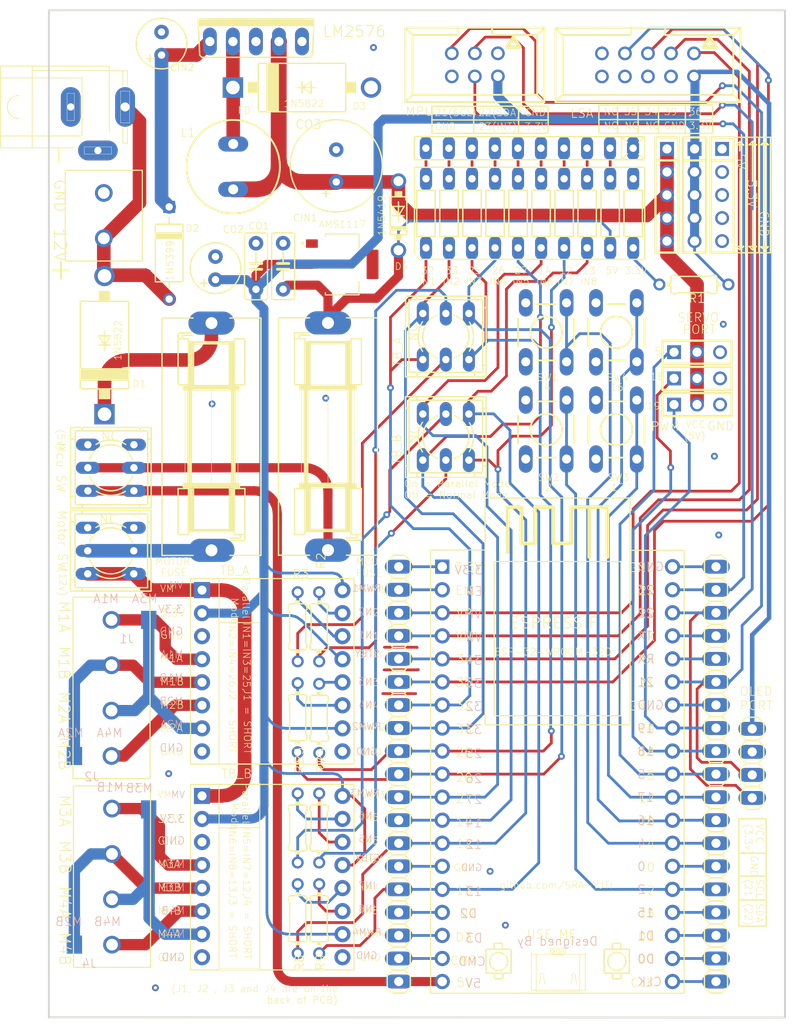
<source format=kicad_pcb>
(kicad_pcb (version 20171130) (host pcbnew 5.1.10-88a1d61d58~90~ubuntu20.04.1)
  (layers (0 Top signal) (31 Bottom signal) (34 B.Paste user) (35 F.Paste user) (36 B.SilkS user) (37 F.SilkS user) (38 B.Mask user) (39 F.Mask user) (44 Edge.Cuts user))
  (net 0 "")
  (net 1 0)
  (net 2 3V3)
  (net 3 /12V_U)
  (net 4 /OUT4A)
  (net 5 /OUT3A)
  (net 6 /OUT2A)
  (net 7 /OUT1A)
  (net 8 /OUT4B)
  (net 9 /OUT3B)
  (net 10 /OUT2B)
  (net 11 /OUT1B)
  (net 12 /5V)
  (net 13 "Net-(L1-Pad2)")
  (net 14 /3.3V)
  (net 15 "Net-(R5-Pad1)")
  (net 16 "Net-(R4-Pad1)")
  (net 17 "Net-(R3-Pad1)")
  (net 18 "Net-(TB1-PadAIN2)")
  (net 19 "Net-(TB1-PadVCC)")
  (net 20 "Net-(TB1-PadPWMA)")
  (net 21 "Net-(TB1-PadVM)")
  (net 22 "Net-(R9-Pad1)")
  (net 23 "Net-(R8-Pad1)")
  (net 24 "Net-(R7-Pad1)")
  (net 25 "Net-(TB2-PadAIN2)")
  (net 26 "Net-(TB2-PadVCC)")
  (net 27 "Net-(TB2-PadPWMA)")
  (net 28 "Net-(TB2-PadVM)")
  (net 29 "Net-(U1-Pad38)")
  (net 30 "Net-(U1-Pad37)")
  (net 31 "Net-(U1-Pad36)")
  (net 32 "Net-(U1-Pad35)")
  (net 33 "Net-(U1-Pad34)")
  (net 34 "Net-(U1-Pad33)")
  (net 35 "Net-(U1-Pad32)")
  (net 36 "Net-(U1-Pad31)")
  (net 37 "Net-(U1-Pad30)")
  (net 38 "Net-(U1-Pad29)")
  (net 39 "Net-(U1-Pad28)")
  (net 40 "Net-(U1-Pad27)")
  (net 41 GND2)
  (net 42 "Net-(U1-Pad25)")
  (net 43 "Net-(U1-Pad24)")
  (net 44 "Net-(U1-Pad23)")
  (net 45 "Net-(U1-Pad22)")
  (net 46 "Net-(U1-Pad21)")
  (net 47 GND3)
  (net 48 /5V_P)
  (net 49 /CMD)
  (net 50 /SD3)
  (net 51 /SD2)
  (net 52 /13)
  (net 53 /12)
  (net 54 /14)
  (net 55 /27)
  (net 56 /26)
  (net 57 "Net-(U1-Pad9)")
  (net 58 "Net-(U1-Pad8)")
  (net 59 "Net-(U1-Pad7)")
  (net 60 "Net-(U1-Pad6)")
  (net 61 "Net-(U1-Pad5)")
  (net 62 "Net-(U1-Pad4)")
  (net 63 "Net-(U1-Pad3)")
  (net 64 "Net-(U1-Pad2)")
  (net 65 /2L)
  (net 66 /3L)
  (net 67 /4L)
  (net 68 /5L)
  (net 69 /6L)
  (net 70 /7L)
  (net 71 /8L)
  (net 72 /9L)
  (net 73 /10L)
  (net 74 "Net-(LDZ1-Pad10)")
  (net 75 /AMS_IN)
  (net 76 /25)
  (net 77 /33)
  (net 78 /32)
  (net 79 "Net-(F3-Pad2)")
  (net 80 /12V_P)
  (net 81 "Net-(F3-Pad1)")
  (net 82 "Net-(F2-Pad1)")
  (net 83 "Net-(JP2-Pad19)")
  (net 84 "Net-(JP2-Pad18)")
  (net 85 "Net-(JP2-Pad17)")
  (net 86 "Net-(JP2-Pad16)")
  (net 87 "Net-(JP2-Pad15)")
  (net 88 "Net-(JP2-Pad14)")
  (net 89 "Net-(JP2-Pad13)")
  (net 90 "Net-(JP2-Pad12)")
  (net 91 "Net-(JP2-Pad11)")
  (net 92 "Net-(JP1-Pad19)")
  (net 93 "Net-(JP1-Pad18)")
  (net 94 "Net-(JP1-Pad17)")
  (net 95 "Net-(JP1-Pad16)")
  (net 96 "Net-(JP1-Pad15)")
  (net 97 "Net-(JP1-Pad14)")
  (net 98 "Net-(JP1-Pad13)")
  (net 99 "Net-(JP1-Pad12)")
  (net 100 "Net-(JP1-Pad11)")
  (net 101 "Net-(JP1-Pad10)")
  (net 102 /18)
  (net 103 /19)
  (net 104 /21)
  (net 105 /RX)
  (net 106 /TX)
  (net 107 /22)
  (net 108 /23)
  (net 109 /NC3)
  (net 110 /NC4)
  (net 111 /NC2)
  (net 112 /35)
  (net 113 /NC1)
  (net 114 /34)
  (net 115 /39)
  (net 116 /36)
  (net 117 /5)
  (net 118 /4)
  (net 119 /2)
  (net 120 /16)
  (net 121 /17)
  (net 122 "Net-(CIN1-Pad2)")
  (net 123 /AIN2)
  (net 124 /AIN1)
  (net 125 /BIN2)
  (net 126 /BIN1)
  (net 127 "Net-(JP4-Pad5)")
  (net 128 "Net-(JP6-Pad2)")
  (net 129 "Net-(R2-Pad1)")
  (net 130 "Net-(R6-Pad1)")
  (net 131 "Net-(CIN2-Pad+)")
  (net 132 "Net-(MOTOR-S/W1-Pad6)")
  (net 133 "Net-(MOTOR-S/W1-Pad3)")
  (net 134 "Net-(MCU-S/W1-Pad6)")
  (net 135 "Net-(MCU-S/W1-Pad3)")
  (module "" (layer Top) (at 110.6469 158.091188)
    (fp_text reference @HOLE0 hide)
    (fp_text value "" (at 0 0) (layer F.SilkS) (effects (font (size 1.27 1.27))))
    (pad "" np_thru_hole circle (at 0 0) (size 3 3) (drill 3) (layers *.Cu *.Mask))
  )
  (module "" (layer Top) (at 186.876109 158.091188)
    (fp_text reference @HOLE1 hide)
    (fp_text value "" (at 0 0) (layer F.SilkS) (effects (font (size 1.27 1.27))))
    (pad "" np_thru_hole circle (at 0 0) (size 3 3) (drill 3) (layers *.Cu *.Mask))
  )
  (module "" (layer Top) (at 110.6469 52.165888)
    (fp_text reference @HOLE2 hide)
    (fp_text value "" (at 0 0) (layer F.SilkS) (effects (font (size 1.27 1.27))))
    (pad "" np_thru_hole circle (at 0 0) (size 3 3) (drill 3) (layers *.Cu *.Mask))
  )
  (module "" (layer Top) (at 186.876109 51.840888)
    (fp_text reference @HOLE3 hide)
    (fp_text value "" (at 0 0) (layer F.SilkS) (effects (font (size 1.27 1.27))))
    (pad "" np_thru_hole circle (at 0 0) (size 3 3) (drill 3) (layers *.Cu *.Mask))
  )
  (module sra_board_2020:SPC4078 (layer Top) (at 113.308318 60.147157)
    (fp_text reference POWER-JACK1 hide)
    (fp_text value JACK-PLUG1)
    (fp_line (start -1.5 5.2) (end -1.5 4.4) (layer Edge.Cuts) (width 0.05))
    (fp_line (start 1.5 5.2) (end -1.5 5.2) (layer Edge.Cuts) (width 0.05))
    (fp_line (start 1.5 4.4) (end 1.5 5.2) (layer Edge.Cuts) (width 0.05))
    (fp_line (start -1.5 4.4) (end 1.5 4.4) (layer Edge.Cuts) (width 0.05))
    (fp_line (start -3.4 1.5) (end -3.4 -1.5) (layer Edge.Cuts) (width 0.05))
    (fp_line (start -2.6 1.5) (end -3.4 1.5) (layer Edge.Cuts) (width 0.05))
    (fp_line (start -2.6 -1.5) (end -2.6 1.5) (layer Edge.Cuts) (width 0.05))
    (fp_line (start -3.4 -1.5) (end -2.6 -1.5) (layer Edge.Cuts) (width 0.05))
    (fp_line (start 2.5 1.75) (end 2.5 -1.75) (layer Edge.Cuts) (width 0.05))
    (fp_line (start 3.5 1.75) (end 2.5 1.75) (layer Edge.Cuts) (width 0.05))
    (fp_line (start 3.5 -1.75) (end 3.5 1.75) (layer Edge.Cuts) (width 0.05))
    (fp_line (start 2.5 -1.75) (end 3.5 -1.75) (layer Edge.Cuts) (width 0.05))
    (pad 3 thru_hole oval (at 3 0 90) (size 4.3688 2.1844) (drill 1) (layers *.Cu *.Mask) (net 3 /12V_U))
    (pad 1 thru_hole oval (at -3 0 90) (size 4.3688 2.1844) (drill 0.8) (layers *.Cu *.Mask) (net 1 0))
    (pad 2 thru_hole oval (at 0 4.8) (size 4.3688 2.1844) (drill 0.8) (layers *.Cu *.Mask) (net 1 0))
  )
  (module sra_board_2020:691131710004 (layer Top) (at 114.811118 124.18231 270)
    (fp_text reference J1 hide)
    (fp_text value 691131710004)
    (pad 4 thru_hole circle (at 7.5 0 270) (size 1.95 1.95) (drill 1.3) (layers *.Cu *.Mask) (net 4 /OUT4A))
    (pad 3 thru_hole circle (at 2.5 0 270) (size 1.95 1.95) (drill 1.3) (layers *.Cu *.Mask) (net 5 /OUT3A))
    (pad 2 thru_hole circle (at -2.5 0 270) (size 1.95 1.95) (drill 1.3) (layers *.Cu *.Mask) (net 6 /OUT2A))
    (pad 1 thru_hole circle (at -7.5 0 270) (size 1.95 1.95) (drill 1.3) (layers *.Cu *.Mask) (net 7 /OUT1A))
  )
  (module sra_board_2020:691131710004 (layer Top) (at 114.862384 144.98055 270)
    (fp_text reference J2 hide)
    (fp_text value 691131710004)
    (pad 4 thru_hole circle (at 7.5 0 270) (size 1.95 1.95) (drill 1.3) (layers *.Cu *.Mask) (net 8 /OUT4B))
    (pad 3 thru_hole circle (at 2.5 0 270) (size 1.95 1.95) (drill 1.3) (layers *.Cu *.Mask) (net 9 /OUT3B))
    (pad 2 thru_hole circle (at -2.5 0 270) (size 1.95 1.95) (drill 1.3) (layers *.Cu *.Mask) (net 10 /OUT2B))
    (pad 1 thru_hole circle (at -7.5 0 270) (size 1.95 1.95) (drill 1.3) (layers *.Cu *.Mask) (net 11 /OUT1B))
  )
  (module sra_board_2020:691131710002 (layer Top) (at 113.958081 72.128119 270)
    (fp_text reference 12V1 hide)
    (fp_text value 691131710002)
    (pad 2 thru_hole circle (at 2.5 0 270) (size 1.95 1.95) (drill 1.3) (layers *.Cu *.Mask) (net 3 /12V_U))
    (pad 1 thru_hole circle (at -2.5 0 270) (size 1.95 1.95) (drill 1.3) (layers *.Cu *.Mask) (net 1 0))
  )
  (module sra_board_2020:E2,5-6 (layer Top) (at 120.329843 53.159829 90)
    (fp_text reference CIN2 (at -3.092528 0.881985) (layer F.SilkS) (effects (font (size 0.77216 0.77216) (thickness 0.077216)) (justify left bottom)))
    (fp_text value 100uF)
    (pad + thru_hole circle (at -1.27 0 90) (size 1.6002 1.6002) (drill 0.8128) (layers *.Cu *.Mask) (net 131 "Net-(CIN2-Pad+)"))
    (pad - thru_hole circle (at 1.27 0 90) (size 1.6002 1.6002) (drill 0.8128) (layers *.Cu *.Mask) (net 1 0))
  )
  (module sra_board_2020:E3,5-10 (layer Top) (at 139.601462 66.637319 90)
    (fp_text reference CO3 (at 3.991181 -4.567244) (layer F.SilkS) (effects (font (size 0.9652 0.9652) (thickness 0.09652)) (justify left bottom)))
    (fp_text value 470uF)
    (pad + thru_hole circle (at -1.778 0 90) (size 1.6002 1.6002) (drill 0.8128) (layers *.Cu *.Mask) (net 12 /5V))
    (pad - thru_hole circle (at 1.778 0 90) (size 1.6002 1.6002) (drill 0.8128) (layers *.Cu *.Mask) (net 1 0))
  )
  (module sra_board_2020:SD12K100 (layer Top) (at 128.235103 66.732719 90)
    (fp_text reference L1 (at 3.195865 -5.893572) (layer F.SilkS) (effects (font (size 0.9652 0.9652) (thickness 0.077216)) (justify left bottom)))
    (fp_text value 100uH)
    (pad 2 thru_hole oval (at 2.5 0 180) (size 3.3 1.65) (drill 1.1) (layers *.Cu *.Mask) (net 13 "Net-(L1-Pad2)"))
    (pad 1 thru_hole oval (at -2.5 0 180) (size 3.3 1.65) (drill 1.1) (layers *.Cu *.Mask) (net 12 /5V))
  )
  (module sra_board_2020:TB6612FNG (layer Top) (at 132.415056 119.749532)
    (fp_text reference TB1 hide)
    (fp_text value TB6612FNG hide)
    (pad GND3 thru_hole circle (at 7.874 11.43) (size 1.778 1.778) (drill 1) (layers *.Cu *.Mask) (net 1 0))
    (pad PWMB thru_hole circle (at 7.874 8.89) (size 1.778 1.778) (drill 1) (layers *.Cu *.Mask) (net 14 /3.3V))
    (pad BIN2 thru_hole circle (at 7.874 6.35) (size 1.778 1.778) (drill 1) (layers *.Cu *.Mask) (net 15 "Net-(R5-Pad1)"))
    (pad BIN1 thru_hole circle (at 7.874 3.81) (size 1.778 1.778) (drill 1) (layers *.Cu *.Mask) (net 16 "Net-(R4-Pad1)"))
    (pad STBY thru_hole circle (at 7.874 1.27) (size 1.778 1.778) (drill 1) (layers *.Cu *.Mask) (net 14 /3.3V))
    (pad AIN1 thru_hole circle (at 7.874 -1.27) (size 1.778 1.778) (drill 1) (layers *.Cu *.Mask) (net 17 "Net-(R3-Pad1)"))
    (pad AIN2 thru_hole circle (at 7.874 -3.81) (size 1.778 1.778) (drill 1) (layers *.Cu *.Mask) (net 18 "Net-(TB1-PadAIN2)"))
    (pad GND2 thru_hole circle (at -7.62 11.43) (size 1.778 1.778) (drill 1) (layers *.Cu *.Mask) (net 1 0))
    (pad B1 thru_hole circle (at -7.62 8.89) (size 1.778 1.778) (drill 1) (layers *.Cu *.Mask) (net 5 /OUT3A))
    (pad B2 thru_hole circle (at -7.62 6.35) (size 1.778 1.778) (drill 1) (layers *.Cu *.Mask) (net 4 /OUT4A))
    (pad A2 thru_hole circle (at -7.62 3.81) (size 1.778 1.778) (drill 1) (layers *.Cu *.Mask) (net 6 /OUT2A))
    (pad A1 thru_hole circle (at -7.62 1.27) (size 1.778 1.778) (drill 1) (layers *.Cu *.Mask) (net 7 /OUT1A))
    (pad GND1 thru_hole circle (at -7.62 -1.27) (size 1.778 1.778) (drill 1) (layers *.Cu *.Mask) (net 1 0))
    (pad VCC thru_hole circle (at -7.62 -3.81) (size 1.778 1.778) (drill 1) (layers *.Cu *.Mask) (net 19 "Net-(TB1-PadVCC)"))
    (pad PWMA thru_hole circle (at 7.874 -6.35) (size 1.778 1.778) (drill 1) (layers *.Cu *.Mask) (net 20 "Net-(TB1-PadPWMA)"))
    (pad VM thru_hole rect (at -7.62 -6.35) (size 1.778 1.778) (drill 1) (layers *.Cu *.Mask) (net 21 "Net-(TB1-PadVM)"))
  )
  (module sra_board_2020:TB6612FNG (layer Top) (at 132.415056 142.43565)
    (fp_text reference TB2 hide)
    (fp_text value TB6612FNG hide)
    (pad GND3 thru_hole circle (at 7.874 11.43) (size 1.778 1.778) (drill 1) (layers *.Cu *.Mask) (net 1 0))
    (pad PWMB thru_hole circle (at 7.874 8.89) (size 1.778 1.778) (drill 1) (layers *.Cu *.Mask) (net 14 /3.3V))
    (pad BIN2 thru_hole circle (at 7.874 6.35) (size 1.778 1.778) (drill 1) (layers *.Cu *.Mask) (net 22 "Net-(R9-Pad1)"))
    (pad BIN1 thru_hole circle (at 7.874 3.81) (size 1.778 1.778) (drill 1) (layers *.Cu *.Mask) (net 23 "Net-(R8-Pad1)"))
    (pad STBY thru_hole circle (at 7.874 1.27) (size 1.778 1.778) (drill 1) (layers *.Cu *.Mask) (net 14 /3.3V))
    (pad AIN1 thru_hole circle (at 7.874 -1.27) (size 1.778 1.778) (drill 1) (layers *.Cu *.Mask) (net 24 "Net-(R7-Pad1)"))
    (pad AIN2 thru_hole circle (at 7.874 -3.81) (size 1.778 1.778) (drill 1) (layers *.Cu *.Mask) (net 25 "Net-(TB2-PadAIN2)"))
    (pad GND2 thru_hole circle (at -7.62 11.43) (size 1.778 1.778) (drill 1) (layers *.Cu *.Mask) (net 1 0))
    (pad B1 thru_hole circle (at -7.62 8.89) (size 1.778 1.778) (drill 1) (layers *.Cu *.Mask) (net 9 /OUT3B))
    (pad B2 thru_hole circle (at -7.62 6.35) (size 1.778 1.778) (drill 1) (layers *.Cu *.Mask) (net 8 /OUT4B))
    (pad A2 thru_hole circle (at -7.62 3.81) (size 1.778 1.778) (drill 1) (layers *.Cu *.Mask) (net 10 /OUT2B))
    (pad A1 thru_hole circle (at -7.62 1.27) (size 1.778 1.778) (drill 1) (layers *.Cu *.Mask) (net 11 /OUT1B))
    (pad GND1 thru_hole circle (at -7.62 -1.27) (size 1.778 1.778) (drill 1) (layers *.Cu *.Mask) (net 1 0))
    (pad VCC thru_hole circle (at -7.62 -3.81) (size 1.778 1.778) (drill 1) (layers *.Cu *.Mask) (net 26 "Net-(TB2-PadVCC)"))
    (pad PWMA thru_hole circle (at 7.874 -6.35) (size 1.778 1.778) (drill 1) (layers *.Cu *.Mask) (net 27 "Net-(TB2-PadPWMA)"))
    (pad VM thru_hole rect (at -7.62 -6.35) (size 1.778 1.778) (drill 1) (layers *.Cu *.Mask) (net 28 "Net-(TB2-PadVM)"))
  )
  (module sra_board_2020:MODULE_ESP32-DEVKITC-32D (layer Top) (at 163.996681 130.5828)
    (fp_text reference U1 hide)
    (fp_text value ESP32-DEVKITC-32D hide)
    (fp_text user ESP-32-WROOM-32D (at 6.06 -10.83) (layer F.SilkS) (effects (font (size 0.77216 0.77216) (thickness 0.065024)) (justify right top)))
    (fp_text user "ESPRESSIF " (at 5.425 -14.27) (layer F.SilkS) (effects (font (size 1.2065 1.2065) (thickness 0.1016)) (justify right top)))
    (pad 38 thru_hole circle (at 12.7 25.96) (size 1.6764 1.6764) (drill 1.04) (layers *.Cu *.Mask) (net 29 "Net-(U1-Pad38)"))
    (pad 37 thru_hole circle (at 12.7 23.42) (size 1.6764 1.6764) (drill 1.04) (layers *.Cu *.Mask) (net 30 "Net-(U1-Pad37)"))
    (pad 36 thru_hole circle (at 12.7 20.88) (size 1.6764 1.6764) (drill 1.04) (layers *.Cu *.Mask) (net 31 "Net-(U1-Pad36)"))
    (pad 35 thru_hole circle (at 12.7 18.34) (size 1.6764 1.6764) (drill 1.04) (layers *.Cu *.Mask) (net 32 "Net-(U1-Pad35)"))
    (pad 34 thru_hole circle (at 12.7 15.8) (size 1.6764 1.6764) (drill 1.04) (layers *.Cu *.Mask) (net 33 "Net-(U1-Pad34)"))
    (pad 33 thru_hole circle (at 12.7 13.26) (size 1.6764 1.6764) (drill 1.04) (layers *.Cu *.Mask) (net 34 "Net-(U1-Pad33)"))
    (pad 32 thru_hole circle (at 12.7 10.72) (size 1.6764 1.6764) (drill 1.04) (layers *.Cu *.Mask) (net 35 "Net-(U1-Pad32)"))
    (pad 31 thru_hole circle (at 12.7 8.18) (size 1.6764 1.6764) (drill 1.04) (layers *.Cu *.Mask) (net 36 "Net-(U1-Pad31)"))
    (pad 30 thru_hole circle (at 12.7 5.64) (size 1.6764 1.6764) (drill 1.04) (layers *.Cu *.Mask) (net 37 "Net-(U1-Pad30)"))
    (pad 29 thru_hole circle (at 12.7 3.1) (size 1.6764 1.6764) (drill 1.04) (layers *.Cu *.Mask) (net 38 "Net-(U1-Pad29)"))
    (pad 28 thru_hole circle (at 12.7 0.56) (size 1.6764 1.6764) (drill 1.04) (layers *.Cu *.Mask) (net 39 "Net-(U1-Pad28)"))
    (pad 27 thru_hole circle (at 12.7 -1.98) (size 1.6764 1.6764) (drill 1.04) (layers *.Cu *.Mask) (net 40 "Net-(U1-Pad27)"))
    (pad 26 thru_hole circle (at 12.7 -4.52) (size 1.6764 1.6764) (drill 1.04) (layers *.Cu *.Mask) (net 41 GND2))
    (pad 25 thru_hole circle (at 12.7 -7.06) (size 1.6764 1.6764) (drill 1.04) (layers *.Cu *.Mask) (net 42 "Net-(U1-Pad25)"))
    (pad 24 thru_hole circle (at 12.7 -9.6) (size 1.6764 1.6764) (drill 1.04) (layers *.Cu *.Mask) (net 43 "Net-(U1-Pad24)"))
    (pad 23 thru_hole circle (at 12.7 -12.14) (size 1.6764 1.6764) (drill 1.04) (layers *.Cu *.Mask) (net 44 "Net-(U1-Pad23)"))
    (pad 22 thru_hole circle (at 12.7 -14.68) (size 1.6764 1.6764) (drill 1.04) (layers *.Cu *.Mask) (net 45 "Net-(U1-Pad22)"))
    (pad 21 thru_hole circle (at 12.7 -17.22) (size 1.6764 1.6764) (drill 1.04) (layers *.Cu *.Mask) (net 46 "Net-(U1-Pad21)"))
    (pad 20 thru_hole circle (at 12.7 -19.76) (size 1.6764 1.6764) (drill 1.04) (layers *.Cu *.Mask) (net 47 GND3))
    (pad 19 thru_hole circle (at -12.7 25.96) (size 1.6764 1.6764) (drill 1.04) (layers *.Cu *.Mask) (net 48 /5V_P))
    (pad 18 thru_hole circle (at -12.7 23.42) (size 1.6764 1.6764) (drill 1.04) (layers *.Cu *.Mask) (net 49 /CMD))
    (pad 17 thru_hole circle (at -12.7 20.88) (size 1.6764 1.6764) (drill 1.04) (layers *.Cu *.Mask) (net 50 /SD3))
    (pad 16 thru_hole circle (at -12.7 18.34) (size 1.6764 1.6764) (drill 1.04) (layers *.Cu *.Mask) (net 51 /SD2))
    (pad 15 thru_hole circle (at -12.7 15.8) (size 1.6764 1.6764) (drill 1.04) (layers *.Cu *.Mask) (net 52 /13))
    (pad 14 thru_hole circle (at -12.7 13.26) (size 1.6764 1.6764) (drill 1.04) (layers *.Cu *.Mask) (net 1 0))
    (pad 13 thru_hole circle (at -12.7 10.72) (size 1.6764 1.6764) (drill 1.04) (layers *.Cu *.Mask) (net 53 /12))
    (pad 12 thru_hole circle (at -12.7 8.18) (size 1.6764 1.6764) (drill 1.04) (layers *.Cu *.Mask) (net 54 /14))
    (pad 11 thru_hole circle (at -12.7 5.64) (size 1.6764 1.6764) (drill 1.04) (layers *.Cu *.Mask) (net 55 /27))
    (pad 10 thru_hole circle (at -12.7 3.1) (size 1.6764 1.6764) (drill 1.04) (layers *.Cu *.Mask) (net 56 /26))
    (pad 9 thru_hole circle (at -12.7 0.56) (size 1.6764 1.6764) (drill 1.04) (layers *.Cu *.Mask) (net 57 "Net-(U1-Pad9)"))
    (pad 8 thru_hole circle (at -12.7 -1.98) (size 1.6764 1.6764) (drill 1.04) (layers *.Cu *.Mask) (net 58 "Net-(U1-Pad8)"))
    (pad 7 thru_hole circle (at -12.7 -4.52) (size 1.6764 1.6764) (drill 1.04) (layers *.Cu *.Mask) (net 59 "Net-(U1-Pad7)"))
    (pad 6 thru_hole circle (at -12.7 -7.06) (size 1.6764 1.6764) (drill 1.04) (layers *.Cu *.Mask) (net 60 "Net-(U1-Pad6)"))
    (pad 5 thru_hole circle (at -12.7 -9.6) (size 1.6764 1.6764) (drill 1.04) (layers *.Cu *.Mask) (net 61 "Net-(U1-Pad5)"))
    (pad 4 thru_hole circle (at -12.7 -12.14) (size 1.6764 1.6764) (drill 1.04) (layers *.Cu *.Mask) (net 62 "Net-(U1-Pad4)"))
    (pad 3 thru_hole circle (at -12.7 -14.68) (size 1.6764 1.6764) (drill 1.04) (layers *.Cu *.Mask) (net 63 "Net-(U1-Pad3)"))
    (pad 2 thru_hole circle (at -12.7 -17.22) (size 1.6764 1.6764) (drill 1.04) (layers *.Cu *.Mask) (net 64 "Net-(U1-Pad2)"))
    (pad 1 thru_hole rect (at -12.7 -19.76) (size 1.56 1.56) (drill 1.04) (layers *.Cu *.Mask) (net 2 3V3))
  )
  (module sra_board_2020:LB10 (layer Top) (at 160.932118 71.870863)
    (fp_text reference LDZ1 hide)
    (fp_text value LB10 hide)
    (pad 20 thru_hole oval (at -11.43 -3.81 90) (size 2.6416 1.3208) (drill 0.8128) (layers *.Cu *.Mask) (net 65 /2L))
    (pad 19 thru_hole oval (at -8.89 -3.81 90) (size 2.6416 1.3208) (drill 0.8128) (layers *.Cu *.Mask) (net 66 /3L))
    (pad 18 thru_hole oval (at -6.35 -3.81 90) (size 2.6416 1.3208) (drill 0.8128) (layers *.Cu *.Mask) (net 67 /4L))
    (pad 17 thru_hole oval (at -3.81 -3.81 90) (size 2.6416 1.3208) (drill 0.8128) (layers *.Cu *.Mask) (net 68 /5L))
    (pad 16 thru_hole oval (at -1.27 -3.81 90) (size 2.6416 1.3208) (drill 0.8128) (layers *.Cu *.Mask) (net 69 /6L))
    (pad 15 thru_hole oval (at 1.27 -3.81 90) (size 2.6416 1.3208) (drill 0.8128) (layers *.Cu *.Mask) (net 70 /7L))
    (pad 14 thru_hole oval (at 3.81 -3.81 90) (size 2.6416 1.3208) (drill 0.8128) (layers *.Cu *.Mask) (net 71 /8L))
    (pad 13 thru_hole oval (at 6.35 -3.81 90) (size 2.6416 1.3208) (drill 0.8128) (layers *.Cu *.Mask) (net 72 /9L))
    (pad 12 thru_hole oval (at 8.89 -3.81 90) (size 2.6416 1.3208) (drill 0.8128) (layers *.Cu *.Mask) (net 73 /10L))
    (pad 11 thru_hole oval (at 11.43 -3.81 90) (size 2.6416 1.3208) (drill 0.8128) (layers *.Cu *.Mask) (net 1 0))
    (pad 10 thru_hole oval (at 11.43 3.81 90) (size 2.6416 1.3208) (drill 0.8128) (layers *.Cu *.Mask) (net 74 "Net-(LDZ1-Pad10)"))
    (pad 9 thru_hole oval (at 8.89 3.81 90) (size 2.6416 1.3208) (drill 0.8128) (layers *.Cu *.Mask) (net 75 /AMS_IN))
    (pad 8 thru_hole oval (at 6.35 3.81 90) (size 2.6416 1.3208) (drill 0.8128) (layers *.Cu *.Mask) (net 52 /13))
    (pad 7 thru_hole oval (at 3.81 3.81 90) (size 2.6416 1.3208) (drill 0.8128) (layers *.Cu *.Mask) (net 53 /12))
    (pad 6 thru_hole oval (at 1.27 3.81 90) (size 2.6416 1.3208) (drill 0.8128) (layers *.Cu *.Mask) (net 54 /14))
    (pad 5 thru_hole oval (at -1.27 3.81 90) (size 2.6416 1.3208) (drill 0.8128) (layers *.Cu *.Mask) (net 55 /27))
    (pad 4 thru_hole oval (at -3.81 3.81 90) (size 2.6416 1.3208) (drill 0.8128) (layers *.Cu *.Mask) (net 56 /26))
    (pad 3 thru_hole oval (at -6.35 3.81 90) (size 2.6416 1.3208) (drill 0.8128) (layers *.Cu *.Mask) (net 76 /25))
    (pad 2 thru_hole oval (at -8.89 3.81 90) (size 2.6416 1.3208) (drill 0.8128) (layers *.Cu *.Mask) (net 77 /33))
    (pad 1 thru_hole oval (at -11.43 3.81 90) (size 2.6416 1.3208) (drill 0.8128) (layers *.Cu *.Mask) (net 78 /32))
  )
  (module sra_board_2020:RN-10 (layer Top) (at 160.917081 64.698235 180)
    (fp_text reference RN2 hide)
    (fp_text value RN09)
    (pad 10 thru_hole oval (at 11.43 0 270) (size 2.6416 1.3208) (drill 0.8128) (layers *.Cu *.Mask) (net 65 /2L))
    (pad 9 thru_hole oval (at 8.89 0 270) (size 2.6416 1.3208) (drill 0.8128) (layers *.Cu *.Mask) (net 66 /3L))
    (pad 8 thru_hole oval (at 6.35 0 270) (size 2.6416 1.3208) (drill 0.8128) (layers *.Cu *.Mask) (net 67 /4L))
    (pad 7 thru_hole oval (at 3.81 0 270) (size 2.6416 1.3208) (drill 0.8128) (layers *.Cu *.Mask) (net 68 /5L))
    (pad 6 thru_hole oval (at 1.27 0 270) (size 2.6416 1.3208) (drill 0.8128) (layers *.Cu *.Mask) (net 69 /6L))
    (pad 5 thru_hole oval (at -1.27 0 270) (size 2.6416 1.3208) (drill 0.8128) (layers *.Cu *.Mask) (net 70 /7L))
    (pad 4 thru_hole oval (at -3.81 0 270) (size 2.6416 1.3208) (drill 0.8128) (layers *.Cu *.Mask) (net 71 /8L))
    (pad 3 thru_hole oval (at -6.35 0 270) (size 2.6416 1.3208) (drill 0.8128) (layers *.Cu *.Mask) (net 72 /9L))
    (pad 2 thru_hole oval (at -8.89 0 270) (size 2.6416 1.3208) (drill 0.8128) (layers *.Cu *.Mask) (net 73 /10L))
    (pad 1 thru_hole oval (at -11.43 0 270) (size 2.6416 1.3208) (drill 0.8128) (layers *.Cu *.Mask) (net 1 0))
  )
  (module sra_board_2020:9077-2 (layer Top) (at 114.726512 109.0676 90)
    (fp_text reference MOTOR-S/W1 hide)
    (fp_text value 9077-2 hide)
    (pad 6 thru_hole oval (at 2.54 2.54 180) (size 2.6416 1.3208) (drill 0.8128) (layers *.Cu *.Mask) (net 132 "Net-(MOTOR-S/W1-Pad6)"))
    (pad 5 thru_hole oval (at 0 2.54 180) (size 2.6416 1.3208) (drill 0.8128) (layers *.Cu *.Mask) (net 79 "Net-(F3-Pad2)"))
    (pad 4 thru_hole oval (at -2.54 2.54 180) (size 2.6416 1.3208) (drill 0.8128) (layers *.Cu *.Mask) (net 80 /12V_P))
    (pad 3 thru_hole oval (at 2.54 -2.54 180) (size 2.6416 1.3208) (drill 0.8128) (layers *.Cu *.Mask) (net 133 "Net-(MOTOR-S/W1-Pad3)"))
    (pad 1 thru_hole oval (at -2.54 -2.54 180) (size 2.6416 1.3208) (drill 0.8128) (layers *.Cu *.Mask) (net 80 /12V_P))
    (pad 2 thru_hole oval (at 0 -2.54 180) (size 2.6416 1.3208) (drill 0.8128) (layers *.Cu *.Mask) (net 79 "Net-(F3-Pad2)"))
  )
  (module sra_board_2020:SH25 (layer Top) (at 125.837831 96.492913 270)
    (fp_text reference F3 hide)
    (fp_text value 3A hide)
    (pad 2 thru_hole oval (at 12.5222 0) (size 5.08 2.54) (drill 1.3208) (layers *.Cu *.Mask) (net 79 "Net-(F3-Pad2)"))
    (pad 1 thru_hole oval (at -12.5222 0) (size 5.08 2.54) (drill 1.3208) (layers *.Cu *.Mask) (net 81 "Net-(F3-Pad1)"))
  )
  (module sra_board_2020:9077-2 (layer Top) (at 114.741065 99.916957 90)
    (fp_text reference MCU-S/W1 hide)
    (fp_text value 9077-2 hide)
    (pad 6 thru_hole oval (at 2.54 2.54 180) (size 2.6416 1.3208) (drill 0.8128) (layers *.Cu *.Mask) (net 134 "Net-(MCU-S/W1-Pad6)"))
    (pad 5 thru_hole oval (at 0 2.54 180) (size 2.6416 1.3208) (drill 0.8128) (layers *.Cu *.Mask) (net 82 "Net-(F2-Pad1)"))
    (pad 4 thru_hole oval (at -2.54 2.54 180) (size 2.6416 1.3208) (drill 0.8128) (layers *.Cu *.Mask) (net 48 /5V_P))
    (pad 3 thru_hole oval (at 2.54 -2.54 180) (size 2.6416 1.3208) (drill 0.8128) (layers *.Cu *.Mask) (net 135 "Net-(MCU-S/W1-Pad3)"))
    (pad 1 thru_hole oval (at -2.54 -2.54 180) (size 2.6416 1.3208) (drill 0.8128) (layers *.Cu *.Mask) (net 48 /5V_P))
    (pad 2 thru_hole oval (at 0 -2.54 180) (size 2.6416 1.3208) (drill 0.8128) (layers *.Cu *.Mask) (net 82 "Net-(F2-Pad1)"))
  )
  (module sra_board_2020:SH25 (layer Top) (at 138.691431 96.473863 90)
    (fp_text reference F2 hide)
    (fp_text value 3A hide)
    (pad 2 thru_hole oval (at 12.5222 0 180) (size 5.08 2.54) (drill 1.3208) (layers *.Cu *.Mask) (net 75 /AMS_IN))
    (pad 1 thru_hole oval (at -12.5222 0 180) (size 5.08 2.54) (drill 1.3208) (layers *.Cu *.Mask) (net 82 "Net-(F2-Pad1)"))
  )
  (module sra_board_2020:1X19 (layer Top) (at 146.496681 133.6844 90)
    (fp_text reference JP2 hide)
    (fp_text value PINHD-1X19)
    (pad 19 thru_hole oval (at 22.86 0 180) (size 3.048 1.524) (drill 1.016) (layers *.Cu *.Mask) (net 83 "Net-(JP2-Pad19)"))
    (pad 18 thru_hole oval (at 20.32 0 180) (size 3.048 1.524) (drill 1.016) (layers *.Cu *.Mask) (net 84 "Net-(JP2-Pad18)"))
    (pad 17 thru_hole oval (at 17.78 0 180) (size 3.048 1.524) (drill 1.016) (layers *.Cu *.Mask) (net 85 "Net-(JP2-Pad17)"))
    (pad 16 thru_hole oval (at 15.24 0 180) (size 3.048 1.524) (drill 1.016) (layers *.Cu *.Mask) (net 86 "Net-(JP2-Pad16)"))
    (pad 15 thru_hole oval (at 12.7 0 180) (size 3.048 1.524) (drill 1.016) (layers *.Cu *.Mask) (net 87 "Net-(JP2-Pad15)"))
    (pad 14 thru_hole oval (at 10.16 0 180) (size 3.048 1.524) (drill 1.016) (layers *.Cu *.Mask) (net 88 "Net-(JP2-Pad14)"))
    (pad 13 thru_hole oval (at 7.62 0 180) (size 3.048 1.524) (drill 1.016) (layers *.Cu *.Mask) (net 89 "Net-(JP2-Pad13)"))
    (pad 12 thru_hole oval (at 5.08 0 180) (size 3.048 1.524) (drill 1.016) (layers *.Cu *.Mask) (net 90 "Net-(JP2-Pad12)"))
    (pad 11 thru_hole oval (at 2.54 0 180) (size 3.048 1.524) (drill 1.016) (layers *.Cu *.Mask) (net 91 "Net-(JP2-Pad11)"))
    (pad 10 thru_hole oval (at 0 0 180) (size 3.048 1.524) (drill 1.016) (layers *.Cu *.Mask) (net 56 /26))
    (pad 9 thru_hole oval (at -2.54 0 180) (size 3.048 1.524) (drill 1.016) (layers *.Cu *.Mask) (net 55 /27))
    (pad 8 thru_hole oval (at -5.08 0 180) (size 3.048 1.524) (drill 1.016) (layers *.Cu *.Mask) (net 54 /14))
    (pad 7 thru_hole oval (at -7.62 0 180) (size 3.048 1.524) (drill 1.016) (layers *.Cu *.Mask) (net 53 /12))
    (pad 6 thru_hole oval (at -10.16 0 180) (size 3.048 1.524) (drill 1.016) (layers *.Cu *.Mask) (net 1 0))
    (pad 5 thru_hole oval (at -12.7 0 180) (size 3.048 1.524) (drill 1.016) (layers *.Cu *.Mask) (net 52 /13))
    (pad 4 thru_hole oval (at -15.24 0 180) (size 3.048 1.524) (drill 1.016) (layers *.Cu *.Mask) (net 51 /SD2))
    (pad 3 thru_hole oval (at -17.78 0 180) (size 3.048 1.524) (drill 1.016) (layers *.Cu *.Mask) (net 50 /SD3))
    (pad 2 thru_hole oval (at -20.32 0 180) (size 3.048 1.524) (drill 1.016) (layers *.Cu *.Mask) (net 49 /CMD))
    (pad 1 thru_hole oval (at -22.86 0 180) (size 3.048 1.524) (drill 1.016) (layers *.Cu *.Mask) (net 48 /5V_P))
  )
  (module sra_board_2020:1X19 (layer Top) (at 181.496681 133.6844 270)
    (fp_text reference JP1 hide)
    (fp_text value PINHD-1X19)
    (pad 19 thru_hole oval (at 22.86 0) (size 3.048 1.524) (drill 1.016) (layers *.Cu *.Mask) (net 92 "Net-(JP1-Pad19)"))
    (pad 18 thru_hole oval (at 20.32 0) (size 3.048 1.524) (drill 1.016) (layers *.Cu *.Mask) (net 93 "Net-(JP1-Pad18)"))
    (pad 17 thru_hole oval (at 17.78 0) (size 3.048 1.524) (drill 1.016) (layers *.Cu *.Mask) (net 94 "Net-(JP1-Pad17)"))
    (pad 16 thru_hole oval (at 15.24 0) (size 3.048 1.524) (drill 1.016) (layers *.Cu *.Mask) (net 95 "Net-(JP1-Pad16)"))
    (pad 15 thru_hole oval (at 12.7 0) (size 3.048 1.524) (drill 1.016) (layers *.Cu *.Mask) (net 96 "Net-(JP1-Pad15)"))
    (pad 14 thru_hole oval (at 10.16 0) (size 3.048 1.524) (drill 1.016) (layers *.Cu *.Mask) (net 97 "Net-(JP1-Pad14)"))
    (pad 13 thru_hole oval (at 7.62 0) (size 3.048 1.524) (drill 1.016) (layers *.Cu *.Mask) (net 98 "Net-(JP1-Pad13)"))
    (pad 12 thru_hole oval (at 5.08 0) (size 3.048 1.524) (drill 1.016) (layers *.Cu *.Mask) (net 99 "Net-(JP1-Pad12)"))
    (pad 11 thru_hole oval (at 2.54 0) (size 3.048 1.524) (drill 1.016) (layers *.Cu *.Mask) (net 100 "Net-(JP1-Pad11)"))
    (pad 10 thru_hole oval (at 0 0) (size 3.048 1.524) (drill 1.016) (layers *.Cu *.Mask) (net 101 "Net-(JP1-Pad10)"))
    (pad 9 thru_hole oval (at -2.54 0) (size 3.048 1.524) (drill 1.016) (layers *.Cu *.Mask) (net 102 /18))
    (pad 8 thru_hole oval (at -5.08 0) (size 3.048 1.524) (drill 1.016) (layers *.Cu *.Mask) (net 103 /19))
    (pad 7 thru_hole oval (at -7.62 0) (size 3.048 1.524) (drill 1.016) (layers *.Cu *.Mask) (net 1 0))
    (pad 6 thru_hole oval (at -10.16 0) (size 3.048 1.524) (drill 1.016) (layers *.Cu *.Mask) (net 104 /21))
    (pad 5 thru_hole oval (at -12.7 0) (size 3.048 1.524) (drill 1.016) (layers *.Cu *.Mask) (net 105 /RX))
    (pad 4 thru_hole oval (at -15.24 0) (size 3.048 1.524) (drill 1.016) (layers *.Cu *.Mask) (net 106 /TX))
    (pad 3 thru_hole oval (at -17.78 0) (size 3.048 1.524) (drill 1.016) (layers *.Cu *.Mask) (net 107 /22))
    (pad 2 thru_hole oval (at -20.32 0) (size 3.048 1.524) (drill 1.016) (layers *.Cu *.Mask) (net 108 /23))
    (pad 1 thru_hole oval (at -22.86 0) (size 3.048 1.524) (drill 1.016) (layers *.Cu *.Mask) (net 1 0))
  )
  (module sra_board_2020:057-006-1 (layer Top) (at 154.893187 55.510688 180)
    (fp_text reference X1 hide)
    (fp_text value 057-006-1 hide)
    (pad 6 thru_hole circle (at 2.54 -1.27 180) (size 1.508 1.508) (drill 1) (layers *.Cu *.Mask) (net 1 0))
    (pad 5 thru_hole circle (at 2.54 1.27 180) (size 1.508 1.508) (drill 1) (layers *.Cu *.Mask) (net 104 /21))
    (pad 4 thru_hole circle (at 0 -1.27 180) (size 1.508 1.508) (drill 1) (layers *.Cu *.Mask) (net 108 /23))
    (pad 3 thru_hole circle (at 0 1.27 180) (size 1.508 1.508) (drill 1) (layers *.Cu *.Mask) (net 107 /22))
    (pad 2 thru_hole circle (at -2.54 -1.27 180) (size 1.508 1.508) (drill 1) (layers *.Cu *.Mask) (net 14 /3.3V))
    (pad 1 thru_hole circle (at -2.54 1.27 180) (size 1.508 1.508) (drill 1) (layers *.Cu *.Mask) (net 1 0))
  )
  (module sra_board_2020:057-010-1 (layer Top) (at 173.991706 55.518316 180)
    (fp_text reference LINE-SENSOR1 hide)
    (fp_text value 057-010-1 hide)
    (pad 10 thru_hole circle (at 5.08 -1.27 180) (size 1.508 1.508) (drill 1) (layers *.Cu *.Mask) (net 109 /NC3))
    (pad 9 thru_hole circle (at 5.08 1.27 180) (size 1.508 1.508) (drill 1) (layers *.Cu *.Mask) (net 110 /NC4))
    (pad 8 thru_hole circle (at 2.54 -1.27 180) (size 1.508 1.508) (drill 1) (layers *.Cu *.Mask) (net 111 /NC2))
    (pad 7 thru_hole circle (at 2.54 1.27 180) (size 1.508 1.508) (drill 1) (layers *.Cu *.Mask) (net 112 /35))
    (pad 6 thru_hole circle (at 0 -1.27 180) (size 1.508 1.508) (drill 1) (layers *.Cu *.Mask) (net 113 /NC1))
    (pad 5 thru_hole circle (at 0 1.27 180) (size 1.508 1.508) (drill 1) (layers *.Cu *.Mask) (net 114 /34))
    (pad 4 thru_hole circle (at -2.54 -1.27 180) (size 1.508 1.508) (drill 1) (layers *.Cu *.Mask) (net 1 0))
    (pad 3 thru_hole circle (at -2.54 1.27 180) (size 1.508 1.508) (drill 1) (layers *.Cu *.Mask) (net 115 /39))
    (pad 2 thru_hole circle (at -5.08 -1.27 180) (size 1.508 1.508) (drill 1) (layers *.Cu *.Mask) (net 14 /3.3V))
    (pad 1 thru_hole circle (at -5.08 1.27 180) (size 1.508 1.508) (drill 1) (layers *.Cu *.Mask) (net 116 /36))
  )
  (module sra_board_2020:1X05 (layer Top) (at 176.090828 69.853557 270)
    (fp_text reference JP7 hide)
    (fp_text value PINHD-1X5)
    (pad 5 thru_hole circle (at 5.08 0) (size 1.524 1.524) (drill 1.016) (layers *.Cu *.Mask) (net 12 /5V))
    (pad 4 thru_hole circle (at 2.54 0) (size 1.524 1.524) (drill 1.016) (layers *.Cu *.Mask) (net 12 /5V))
    (pad 3 thru_hole circle (at 0 0) (size 1.524 1.524) (drill 1.016) (layers *.Cu *.Mask) (net 12 /5V))
    (pad 2 thru_hole circle (at -2.54 0) (size 1.524 1.524) (drill 1.016) (layers *.Cu *.Mask) (net 12 /5V))
    (pad 1 thru_hole rect (at -5.08 0) (size 1.524 1.524) (drill 1.016) (layers *.Cu *.Mask) (net 12 /5V))
  )
  (module sra_board_2020:1X03 (layer Top) (at 179.406365 87.179179)
    (fp_text reference JP8 hide)
    (fp_text value PINHD-1X3)
    (pad 3 thru_hole circle (at 2.54 0 90) (size 1.524 1.524) (drill 1.016) (layers *.Cu *.Mask) (net 1 0))
    (pad 2 thru_hole circle (at 0 0 90) (size 1.524 1.524) (drill 1.016) (layers *.Cu *.Mask) (net 12 /5V))
    (pad 1 thru_hole rect (at -2.54 0 90) (size 1.524 1.524) (drill 1.016) (layers *.Cu *.Mask) (net 117 /5))
  )
  (module sra_board_2020:DTS-6 (layer Top) (at 162.758362 84.986932 270)
    (fp_text reference SW1 hide)
    (fp_text value DTS-6 hide)
    (pad 4 thru_hole oval (at 3.25 2.25 270) (size 3.016 1.508) (drill 1) (layers *.Cu *.Mask) (net 1 0))
    (pad 3 thru_hole oval (at -3.25 2.25 270) (size 3.016 1.508) (drill 1) (layers *.Cu *.Mask) (net 1 0))
    (pad 2 thru_hole oval (at 3.25 -2.25 270) (size 3.016 1.508) (drill 1) (layers *.Cu *.Mask) (net 118 /4))
    (pad 1 thru_hole oval (at -3.25 -2.25 270) (size 3.016 1.508) (drill 1) (layers *.Cu *.Mask) (net 118 /4))
  )
  (module sra_board_2020:DTS-6 (layer Top) (at 162.758362 95.702682 270)
    (fp_text reference SW2 hide)
    (fp_text value DTS-6 hide)
    (pad 4 thru_hole oval (at 3.25 2.25 270) (size 3.016 1.508) (drill 1) (layers *.Cu *.Mask) (net 1 0))
    (pad 3 thru_hole oval (at -3.25 2.25 270) (size 3.016 1.508) (drill 1) (layers *.Cu *.Mask) (net 1 0))
    (pad 2 thru_hole oval (at 3.25 -2.25 270) (size 3.016 1.508) (drill 1) (layers *.Cu *.Mask) (net 119 /2))
    (pad 1 thru_hole oval (at -3.25 -2.25 270) (size 3.016 1.508) (drill 1) (layers *.Cu *.Mask) (net 119 /2))
  )
  (module sra_board_2020:1X03 (layer Top) (at 179.406365 92.951085)
    (fp_text reference JP3 hide)
    (fp_text value PINHD-1X3)
    (pad 3 thru_hole circle (at 2.54 0 90) (size 1.524 1.524) (drill 1.016) (layers *.Cu *.Mask) (net 1 0))
    (pad 2 thru_hole circle (at 0 0 90) (size 1.524 1.524) (drill 1.016) (layers *.Cu *.Mask) (net 12 /5V))
    (pad 1 thru_hole rect (at -2.54 0 90) (size 1.524 1.524) (drill 1.016) (layers *.Cu *.Mask) (net 103 /19))
  )
  (module sra_board_2020:1X03 (layer Top) (at 179.406365 90.065132)
    (fp_text reference JP5 hide)
    (fp_text value PINHD-1X3)
    (pad 3 thru_hole circle (at 2.54 0 90) (size 1.524 1.524) (drill 1.016) (layers *.Cu *.Mask) (net 1 0))
    (pad 2 thru_hole circle (at 0 0 90) (size 1.524 1.524) (drill 1.016) (layers *.Cu *.Mask) (net 12 /5V))
    (pad 1 thru_hole rect (at -2.54 0 90) (size 1.524 1.524) (drill 1.016) (layers *.Cu *.Mask) (net 102 /18))
  )
  (module sra_board_2020:DTS-6 (layer Top) (at 170.507053 84.986932 270)
    (fp_text reference SW4 hide)
    (fp_text value DTS-6 hide)
    (pad 4 thru_hole oval (at 3.25 2.25 270) (size 3.016 1.508) (drill 1) (layers *.Cu *.Mask) (net 1 0))
    (pad 3 thru_hole oval (at -3.25 2.25 270) (size 3.016 1.508) (drill 1) (layers *.Cu *.Mask) (net 1 0))
    (pad 2 thru_hole oval (at 3.25 -2.25 270) (size 3.016 1.508) (drill 1) (layers *.Cu *.Mask) (net 120 /16))
    (pad 1 thru_hole oval (at -3.25 -2.25 270) (size 3.016 1.508) (drill 1) (layers *.Cu *.Mask) (net 120 /16))
  )
  (module sra_board_2020:DTS-6 (layer Top) (at 170.507053 95.702682 270)
    (fp_text reference SW3 hide)
    (fp_text value DTS-6 hide)
    (pad 4 thru_hole oval (at 3.25 2.25 270) (size 3.016 1.508) (drill 1) (layers *.Cu *.Mask) (net 1 0))
    (pad 3 thru_hole oval (at -3.25 2.25 270) (size 3.016 1.508) (drill 1) (layers *.Cu *.Mask) (net 1 0))
    (pad 2 thru_hole oval (at 3.25 -2.25 270) (size 3.016 1.508) (drill 1) (layers *.Cu *.Mask) (net 121 /17))
    (pad 1 thru_hole oval (at -3.25 -2.25 270) (size 3.016 1.508) (drill 1) (layers *.Cu *.Mask) (net 121 /17))
  )
  (module sra_board_2020:SMD1,27-2,54 (layer Top) (at 118.9161 116.6836)
    (fp_text reference PAD1 hide)
    (fp_text value SMD2)
    (pad 1 smd rect (at 0 0) (size 1.7 2) (layers Bottom B.Paste B.Mask) (net 5 /OUT3A))
  )
  (module sra_board_2020:SMD1,27-2,54 (layer Top) (at 110.7161 131.6836)
    (fp_text reference PAD2 hide)
    (fp_text value SMD2)
    (pad 1 smd rect (at 0 0) (size 1.7 2) (layers Bottom B.Paste B.Mask) (net 6 /OUT2A))
  )
  (module sra_board_2020:SMD1,27-2,54 (layer Top) (at 118.9061 137.5736)
    (fp_text reference PAD3 hide)
    (fp_text value SMD2)
    (pad 1 smd rect (at 0 0) (size 1.7 2) (layers Bottom B.Paste B.Mask) (net 9 /OUT3B))
  )
  (module sra_board_2020:SMD1,27-2,54 (layer Top) (at 110.7111 152.4736)
    (fp_text reference PAD4 hide)
    (fp_text value SMD2)
    (pad 1 smd rect (at 0 0) (size 1.7 2) (layers Bottom B.Paste B.Mask) (net 10 /OUT2B))
  )
  (module sra_board_2020:SOT229P700X180-4N (layer Top) (at 140.2621 77.5001 270)
    (fp_text reference AMS1117 (at -3.96599 2.62705) (layer F.SilkS) (effects (font (size 0.77216 0.77216) (thickness 0.061772)) (justify left bottom)))
    (fp_text value AMS1117-3.3 hide)
    (pad 4 smd roundrect (at 0 -3.345 270) (size 3.24 1.31) (layers Top F.Paste F.Mask) (roundrect_rratio 0.075))
    (pad 3 smd roundrect (at 2.29 3.345 270) (size 0.93 1.31) (layers Top F.Paste F.Mask) (roundrect_rratio 0.075) (net 75 /AMS_IN))
    (pad 2 smd roundrect (at 0 3.345 270) (size 0.93 1.31) (layers Top F.Paste F.Mask) (roundrect_rratio 0.075) (net 14 /3.3V))
    (pad 1 smd roundrect (at -2.29 3.345 270) (size 0.93 1.31) (layers Top F.Paste F.Mask) (roundrect_rratio 0.075) (net 1 0))
  )
  (module sra_board_2020:C5B2.5 (layer Top) (at 133.7431 77.7056 270)
    (fp_text reference CIN1 (at -4.868 -1.0445) (layer F.SilkS) (effects (font (size 0.77216 0.77216) (thickness 0.077216)) (justify left bottom)))
    (fp_text value 0.1uF)
    (pad 2 thru_hole circle (at 2.54 0 270) (size 1.6002 1.6002) (drill 0.8128) (layers *.Cu *.Mask) (net 122 "Net-(CIN1-Pad2)"))
    (pad 1 thru_hole circle (at -2.54 0 270) (size 1.6002 1.6002) (drill 0.8128) (layers *.Cu *.Mask) (net 1 0))
  )
  (module sra_board_2020:C5B2.5 (layer Top) (at 130.7456 77.7116 270)
    (fp_text reference CO1 (at -3.994 0.897) (layer F.SilkS) (effects (font (size 0.77216 0.77216) (thickness 0.077216)) (justify left bottom)))
    (fp_text value 0.1uF)
    (pad 2 thru_hole circle (at 2.54 0 270) (size 1.6002 1.6002) (drill 0.8128) (layers *.Cu *.Mask) (net 14 /3.3V))
    (pad 1 thru_hole circle (at -2.54 0 270) (size 1.6002 1.6002) (drill 0.8128) (layers *.Cu *.Mask) (net 1 0))
  )
  (module sra_board_2020:E2,5-6 (layer Top) (at 126.2796 77.9161 90)
    (fp_text reference CO2 (at 3.826 0.753) (layer F.SilkS) (effects (font (size 0.77216 0.77216) (thickness 0.077216)) (justify left bottom)))
    (fp_text value 22uF)
    (pad + thru_hole circle (at -1.27 0 90) (size 1.6002 1.6002) (drill 0.8128) (layers *.Cu *.Mask) (net 14 /3.3V))
    (pad - thru_hole circle (at 1.27 0 90) (size 1.6002 1.6002) (drill 0.8128) (layers *.Cu *.Mask) (net 1 0))
  )
  (module sra_board_2020:9077-2 (layer Top) (at 151.693265 85.453813 180)
    (fp_text reference TB_A1 hide)
    (fp_text value 9077-2 hide)
    (pad 6 thru_hole oval (at 2.54 2.54 270) (size 2.6416 1.3208) (drill 0.8128) (layers *.Cu *.Mask) (net 77 /33))
    (pad 5 thru_hole oval (at 0 2.54 270) (size 2.6416 1.3208) (drill 0.8128) (layers *.Cu *.Mask) (net 123 /AIN2))
    (pad 4 thru_hole oval (at -2.54 2.54 270) (size 2.6416 1.3208) (drill 0.8128) (layers *.Cu *.Mask) (net 56 /26))
    (pad 3 thru_hole oval (at 2.54 -2.54 270) (size 2.6416 1.3208) (drill 0.8128) (layers *.Cu *.Mask) (net 78 /32))
    (pad 1 thru_hole oval (at -2.54 -2.54 270) (size 2.6416 1.3208) (drill 0.8128) (layers *.Cu *.Mask) (net 76 /25))
    (pad 2 thru_hole oval (at 0 -2.54 270) (size 2.6416 1.3208) (drill 0.8128) (layers *.Cu *.Mask) (net 124 /AIN1))
  )
  (module sra_board_2020:9077-2 (layer Top) (at 151.693265 96.534697 180)
    (fp_text reference TB_B1 hide)
    (fp_text value 9077-2 hide)
    (pad 6 thru_hole oval (at 2.54 2.54 270) (size 2.6416 1.3208) (drill 0.8128) (layers *.Cu *.Mask) (net 54 /14))
    (pad 5 thru_hole oval (at 0 2.54 270) (size 2.6416 1.3208) (drill 0.8128) (layers *.Cu *.Mask) (net 125 /BIN2))
    (pad 4 thru_hole oval (at -2.54 2.54 270) (size 2.6416 1.3208) (drill 0.8128) (layers *.Cu *.Mask) (net 52 /13))
    (pad 3 thru_hole oval (at 2.54 -2.54 270) (size 2.6416 1.3208) (drill 0.8128) (layers *.Cu *.Mask) (net 55 /27))
    (pad 1 thru_hole oval (at -2.54 -2.54 270) (size 2.6416 1.3208) (drill 0.8128) (layers *.Cu *.Mask) (net 53 /12))
    (pad 2 thru_hole oval (at 0 -2.54 270) (size 2.6416 1.3208) (drill 0.8128) (layers *.Cu *.Mask) (net 126 /BIN1))
  )
  (module sra_board_2020:1X05 (layer Top) (at 182.170821 69.853557 270)
    (fp_text reference JP4 hide)
    (fp_text value PINHD-1X5)
    (pad 5 thru_hole circle (at 5.08 0) (size 1.524 1.524) (drill 1.016) (layers *.Cu *.Mask) (net 127 "Net-(JP4-Pad5)"))
    (pad 4 thru_hole circle (at 2.54 0) (size 1.524 1.524) (drill 1.016) (layers *.Cu *.Mask) (net 1 0))
    (pad 3 thru_hole circle (at 0 0) (size 1.524 1.524) (drill 1.016) (layers *.Cu *.Mask) (net 1 0))
    (pad 2 thru_hole circle (at -2.54 0) (size 1.524 1.524) (drill 1.016) (layers *.Cu *.Mask) (net 1 0))
    (pad 1 thru_hole rect (at -5.08 0) (size 1.524 1.524) (drill 1.016) (layers *.Cu *.Mask) (net 1 0))
  )
  (module sra_board_2020:1X05 (layer Top) (at 179.130825 69.853557 270)
    (fp_text reference JP10 hide)
    (fp_text value PINHD-1X5)
    (pad 5 thru_hole circle (at 5.08 0) (size 1.524 1.524) (drill 1.016) (layers *.Cu *.Mask) (net 14 /3.3V))
    (pad 4 thru_hole circle (at 2.54 0) (size 1.524 1.524) (drill 1.016) (layers *.Cu *.Mask) (net 14 /3.3V))
    (pad 3 thru_hole circle (at 0 0) (size 1.524 1.524) (drill 1.016) (layers *.Cu *.Mask) (net 14 /3.3V))
    (pad 2 thru_hole circle (at -2.54 0) (size 1.524 1.524) (drill 1.016) (layers *.Cu *.Mask) (net 14 /3.3V))
    (pad 1 thru_hole rect (at -5.08 0) (size 1.524 1.524) (drill 1.016) (layers *.Cu *.Mask) (net 14 /3.3V))
  )
  (module sra_board_2020:DO41-7.6 (layer Top) (at 146.4661 72.1326 90)
    (fp_text reference D1 hide)
    (fp_text value 1N581 hide)
    (pad A thru_hole circle (at 3.81 0 90) (size 1.7 1.7) (drill 1.1) (layers *.Cu *.Mask) (net 12 /5V))
    (pad C thru_hole circle (at -3.81 0 90) (size 1.7 1.7) (drill 1.1) (layers *.Cu *.Mask) (net 75 /AMS_IN))
  )
  (module sra_board_2020:0204_7 (layer Top) (at 179.0606 79.7161)
    (fp_text reference R1 (at -0.647 2.0996) (layer F.SilkS) (effects (font (size 0.94107 0.94107) (thickness 0.094107)) (justify left bottom)))
    (fp_text value 470Ω)
    (pad 2 thru_hole circle (at 3.81 0) (size 1.3208 1.3208) (drill 0.8128) (layers *.Cu *.Mask) (net 14 /3.3V))
    (pad 1 thru_hole circle (at -3.81 0) (size 1.3208 1.3208) (drill 0.8128) (layers *.Cu *.Mask) (net 74 "Net-(LDZ1-Pad10)"))
  )
  (module sra_board_2020:1X05 (layer Top) (at 130.7421 52.9371)
    (fp_text reference JP6 hide)
    (fp_text value PINHD-1X5)
    (pad 5 thru_hole oval (at 5.08 0 90) (size 3.048 1.524) (drill 1.016) (layers *.Cu *.Mask) (net 1 0))
    (pad 4 thru_hole oval (at 2.54 0 90) (size 3.048 1.524) (drill 1.016) (layers *.Cu *.Mask) (net 12 /5V))
    (pad 3 thru_hole oval (at 0 0 90) (size 3.048 1.524) (drill 1.016) (layers *.Cu *.Mask) (net 1 0))
    (pad 2 thru_hole oval (at -2.54 0 90) (size 3.048 1.524) (drill 1.016) (layers *.Cu *.Mask) (net 128 "Net-(JP6-Pad2)"))
    (pad 1 thru_hole oval (at -5.08 0 90) (size 3.048 1.524) (drill 1.016) (layers *.Cu *.Mask) (net 131 "Net-(CIN2-Pad+)"))
  )
  (module sra_board_2020:0204_7 (layer Top) (at 137.720415 117.4436 270)
    (fp_text reference R2 (at -6.280284 -0.735685 268.9) (layer F.SilkS) (effects (font (size 0.94107 0.94107) (thickness 0.094107)) (justify left bottom)))
    (fp_text value 1KΩ)
    (pad 2 thru_hole circle (at 3.81 0 270) (size 1.3208 1.3208) (drill 0.8128) (layers *.Cu *.Mask) (net 123 /AIN2))
    (pad 1 thru_hole circle (at -3.81 0 270) (size 1.3208 1.3208) (drill 0.8128) (layers *.Cu *.Mask) (net 129 "Net-(R2-Pad1)"))
  )
  (module sra_board_2020:0204_7 (layer Top) (at 135.349431 117.4436 270)
    (fp_text reference R3 (at -5.277065 0.636666) (layer F.SilkS) (effects (font (size 0.94107 0.94107) (thickness 0.094107)) (justify left bottom)))
    (fp_text value 1KΩ)
    (pad 2 thru_hole circle (at 3.81 0 270) (size 1.3208 1.3208) (drill 0.8128) (layers *.Cu *.Mask) (net 124 /AIN1))
    (pad 1 thru_hole circle (at -3.81 0 270) (size 1.3208 1.3208) (drill 0.8128) (layers *.Cu *.Mask) (net 17 "Net-(R3-Pad1)"))
  )
  (module sra_board_2020:0204_7 (layer Top) (at 137.720415 127.535269 270)
    (fp_text reference R4 (at 5.058816 -0.779016 268.6) (layer F.SilkS) (effects (font (size 0.94107 0.94107) (thickness 0.094107)) (justify left bottom)))
    (fp_text value 1KΩ)
    (pad 2 thru_hole circle (at 3.81 0 270) (size 1.3208 1.3208) (drill 0.8128) (layers *.Cu *.Mask) (net 76 /25))
    (pad 1 thru_hole circle (at -3.81 0 270) (size 1.3208 1.3208) (drill 0.8128) (layers *.Cu *.Mask) (net 16 "Net-(R4-Pad1)"))
  )
  (module sra_board_2020:0204_7 (layer Top) (at 135.349431 127.465269 270)
    (fp_text reference R5 (at 5.132831 -0.725 269.3) (layer F.SilkS) (effects (font (size 0.94107 0.94107) (thickness 0.094107)) (justify left bottom)))
    (fp_text value 1KΩ)
    (pad 2 thru_hole circle (at 3.81 0 270) (size 1.3208 1.3208) (drill 0.8128) (layers *.Cu *.Mask) (net 56 /26))
    (pad 1 thru_hole circle (at -3.81 0 270) (size 1.3208 1.3208) (drill 0.8128) (layers *.Cu *.Mask) (net 15 "Net-(R5-Pad1)"))
  )
  (module sra_board_2020:0204_7 (layer Top) (at 135.349431 139.6186 270)
    (fp_text reference R6 (at -5.901268 -0.726669 269) (layer F.SilkS) (effects (font (size 0.94107 0.94107) (thickness 0.094107)) (justify left bottom)))
    (fp_text value 1KΩ)
    (pad 2 thru_hole circle (at 3.81 0 270) (size 1.3208 1.3208) (drill 0.8128) (layers *.Cu *.Mask) (net 125 /BIN2))
    (pad 1 thru_hole circle (at -3.81 0 270) (size 1.3208 1.3208) (drill 0.8128) (layers *.Cu *.Mask) (net 130 "Net-(R6-Pad1)"))
  )
  (module sra_board_2020:0204_7 (layer Top) (at 137.720415 139.6186 270)
    (fp_text reference R7 (at -5.935284 -0.795685 268.4) (layer F.SilkS) (effects (font (size 0.94107 0.94107) (thickness 0.094107)) (justify left bottom)))
    (fp_text value 1KΩ)
    (pad 2 thru_hole circle (at 3.81 0 270) (size 1.3208 1.3208) (drill 0.8128) (layers *.Cu *.Mask) (net 126 /BIN1))
    (pad 1 thru_hole circle (at -3.81 0 270) (size 1.3208 1.3208) (drill 0.8128) (layers *.Cu *.Mask) (net 24 "Net-(R7-Pad1)"))
  )
  (module sra_board_2020:0204_7 (layer Top) (at 135.349431 149.6186 270)
    (fp_text reference R8 (at 5.8445 -0.751669 269.8) (layer F.SilkS) (effects (font (size 0.94107 0.94107) (thickness 0.094107)) (justify left bottom)))
    (fp_text value 1KΩ)
    (pad 2 thru_hole circle (at 3.81 0 270) (size 1.3208 1.3208) (drill 0.8128) (layers *.Cu *.Mask) (net 53 /12))
    (pad 1 thru_hole circle (at -3.81 0 270) (size 1.3208 1.3208) (drill 0.8128) (layers *.Cu *.Mask) (net 23 "Net-(R8-Pad1)"))
  )
  (module sra_board_2020:0204_7 (layer Top) (at 137.720415 149.6186 270)
    (fp_text reference R9 (at 5.815485 -0.660685 269.3) (layer F.SilkS) (effects (font (size 0.94107 0.94107) (thickness 0.094107)) (justify left bottom)))
    (fp_text value 1KΩ)
    (pad 2 thru_hole circle (at 3.81 0 270) (size 1.3208 1.3208) (drill 0.8128) (layers *.Cu *.Mask) (net 52 /13))
    (pad 1 thru_hole circle (at -3.81 0 270) (size 1.3208 1.3208) (drill 0.8128) (layers *.Cu *.Mask) (net 22 "Net-(R9-Pad1)"))
  )
  (module sra_board_2020:C2673 (layer Top) (at 114.0361 86.3936 90)
    (fp_text reference U$1 hide)
    (fp_text value 1N5399_SQUARE hide)
    (pad C thru_hole rect (at -7.62 0 90) (size 2.2479 2.2479) (drill 1.4986) (layers *.Cu *.Mask) (net 81 "Net-(F3-Pad1)"))
    (pad A thru_hole circle (at 7.62 0 90) (size 2.2479 2.2479) (drill 1.4986) (layers *.Cu *.Mask) (net 3 /12V_U))
  )
  (module sra_board_2020:D-10 (layer Top) (at 121.1711 76.2486 270)
    (fp_text reference U$3 hide)
    (fp_text value 1N5399_ROUND hide)
    (pad C thru_hole rect (at -5.08 0 270) (size 1.3208 1.3208) (drill 0.8128) (layers *.Cu *.Mask) (net 131 "Net-(CIN2-Pad+)"))
    (pad A thru_hole circle (at 5.08 0 270) (size 1.3208 1.3208) (drill 0.8128) (layers *.Cu *.Mask) (net 3 /12V_U))
  )
  (module sra_board_2020:C2673 (layer Top) (at 135.8211 58.0086)
    (fp_text reference U$2 hide)
    (fp_text value 1N5399_SQUARE hide)
    (pad C thru_hole rect (at -7.62 0) (size 2.2479 2.2479) (drill 1.4986) (layers *.Cu *.Mask) (net 13 "Net-(L1-Pad2)"))
    (pad A thru_hole circle (at 7.62 0) (size 2.2479 2.2479) (drill 1.4986) (layers *.Cu *.Mask) (net 1 0))
  )
  (module sra_board_2020:1X04 (layer Top) (at 185.4911 132.4986 270)
    (fp_text reference OLED1 hide)
    (fp_text value PINHD-1X4)
    (pad 4 thru_hole oval (at 3.81 0) (size 3.048 1.524) (drill 1.016) (layers *.Cu *.Mask) (net 107 /22))
    (pad 3 thru_hole oval (at 1.27 0) (size 3.048 1.524) (drill 1.016) (layers *.Cu *.Mask) (net 104 /21))
    (pad 2 thru_hole oval (at -1.27 0) (size 3.048 1.524) (drill 1.016) (layers *.Cu *.Mask) (net 1 0))
    (pad 1 thru_hole oval (at -3.81 0) (size 3.048 1.524) (drill 1.016) (layers *.Cu *.Mask) (net 14 /3.3V))
  )
  (gr_text "USE ME" (at 166.161662 150.773394) (layer F.SilkS) (effects (font (size 0.9652 0.9652) (thickness 0.08128)) (justify right top)))
  (gr_text "C:/Users/User/Desktop/WhatsApp Image 2019-09-02 at 12.38.29 AM.bmp" (at 183.5346 131.9719) (layer F.SilkS) (effects (font (size 0.012065 0.012065) (thickness 0.001016)) (justify left bottom)))
  (gr_text M1B (at 108.867909 119.485797 270.1) (layer F.SilkS) (effects (font (size 1.2065 1.2065) (thickness 0.1016)) (justify left bottom)))
  (gr_text M2A (at 108.867909 124.47921 270.1) (layer F.SilkS) (effects (font (size 1.2065 1.2065) (thickness 0.1016)) (justify left bottom)))
  (gr_text M2B (at 108.867909 129.4825 270.1) (layer F.SilkS) (effects (font (size 1.2065 1.2065) (thickness 0.1016)) (justify left bottom)))
  (gr_text M3A (at 108.962909 135.887513 270.1) (layer F.SilkS) (effects (font (size 1.2065 1.2065) (thickness 0.1016)) (justify left bottom)))
  (gr_text M3B (at 108.962921 140.932194 270.1) (layer F.SilkS) (effects (font (size 1.2065 1.2065) (thickness 0.1016)) (justify left bottom)))
  (gr_text M4B (at 108.962921 151.0018 270.1) (layer F.SilkS) (effects (font (size 1.2065 1.2065) (thickness 0.1016)) (justify left bottom)))
  (gr_text "Mcu SW " (at 109.82779 103.4522 270.6) (layer F.SilkS) (effects (font (size 0.9652 0.9652) (thickness 0.08128)) (justify right top)))
  (gr_text "Motor SW " (at 108.81829 104.5297 270.3) (layer F.SilkS) (effects (font (size 0.9652 0.9652) (thickness 0.08128)) (justify left bottom)))
  (gr_text 12V (at 108.349409 73.425507 270.1) (layer F.SilkS) (effects (font (size 1.35128 1.35128) (thickness 0.113792)) (justify left bottom)))
  (gr_text GND (at 108.398925 68.025797 270.1) (layer F.SilkS) (effects (font (size 1.2065 1.2065) (thickness 0.1016)) (justify left bottom)))
  (gr_text + (at 110.459306 79.786007 90) (layer F.SilkS) (effects (font (size 2.413 2.413) (thickness 0.2032)) (justify left bottom)))
  (gr_text - (at 109.936903 66.767235 90) (layer F.SilkS) (effects (font (size 1.9 1.9) (thickness 0.16)) (justify left bottom)))
  (gr_text MPU (at 147.19629 61.2017 0.3) (layer F.SilkS) (effects (font (size 0.9652 0.9652) (thickness 0.08128)) (justify left bottom)))
  (gr_text J1 (at 117.3611 119.3436) (layer B.SilkS) (effects (font (size 0.9652 0.9652) (thickness 0.08128)) (justify left bottom mirror)))
  (gr_text J2 (at 113.5011 134.5386) (layer B.SilkS) (effects (font (size 0.9652 0.9652) (thickness 0.08128)) (justify left bottom mirror)))
  (gr_text M1A (at 108.867909 114.488522 270.1) (layer F.SilkS) (effects (font (size 1.2065 1.2065) (thickness 0.1016)) (justify left bottom)))
  (gr_text M1A (at 115.6811 114.9086) (layer B.SilkS) (effects (font (size 0.9652 0.9652) (thickness 0.08128)) (justify left bottom mirror)))
  (gr_text M3A (at 119.9511 114.9086) (layer B.SilkS) (effects (font (size 0.9652 0.9652) (thickness 0.08128)) (justify left bottom mirror)))
  (gr_text M2A (at 111.7911 129.6986) (layer B.SilkS) (effects (font (size 0.9652 0.9652) (thickness 0.08128)) (justify left bottom mirror)))
  (gr_text M4A (at 116.0611 129.6986) (layer B.SilkS) (effects (font (size 0.9652 0.9652) (thickness 0.08128)) (justify left bottom mirror)))
  (gr_text M1B (at 116.207493 135.6836) (layer B.SilkS) (effects (font (size 0.9652 0.9652) (thickness 0.08128)) (justify left bottom mirror)))
  (gr_text M3B (at 119.402493 135.7836) (layer B.SilkS) (effects (font (size 0.9652 0.9652) (thickness 0.08128)) (justify left bottom mirror)))
  (gr_text M2B (at 111.637493 150.5036) (layer B.SilkS) (effects (font (size 0.9652 0.9652) (thickness 0.08128)) (justify left bottom mirror)))
  (gr_text M4B (at 115.907493 150.5036) (layer B.SilkS) (effects (font (size 0.9652 0.9652) (thickness 0.08128)) (justify left bottom mirror)))
  (gr_text J4 (at 113.2161 155.1286) (layer B.SilkS) (effects (font (size 0.9652 0.9652) (thickness 0.08128)) (justify left bottom mirror)))
  (gr_text M4A (at 108.962921 145.966997 270.1) (layer F.SilkS) (effects (font (size 1.2065 1.2065) (thickness 0.1016)) (justify left bottom)))
  (gr_text GND (at 150.4241 62.7656) (layer F.SilkS) (effects (font (size 0.77216 0.77216) (thickness 0.065024)) (justify left bottom)))
  (gr_text "23(INT)" (at 155.2416 62.7656) (layer F.SilkS) (effects (font (size 0.77216 0.77216) (thickness 0.065024)) (justify left bottom)))
  (gr_text 3.3V (at 160.3216 62.7656) (layer F.SilkS) (effects (font (size 0.77216 0.77216) (thickness 0.065024)) (justify left bottom)))
  (gr_text GND (at 160.3216 61.2166) (layer F.SilkS) (effects (font (size 0.77216 0.77216) (thickness 0.065024)) (justify left bottom)))
  (gr_text "22(SDA)" (at 155.2416 61.2166) (layer F.SilkS) (effects (font (size 0.77216 0.77216) (thickness 0.065024)) (justify left bottom)))
  (gr_text "21(SCL)" (at 150.4241 61.2166) (layer F.SilkS) (effects (font (size 0.77216 0.77216) (thickness 0.065024)) (justify left bottom)))
  (gr_line (start 151.9141 61.5881) (end 163.0021 61.5881) (layer F.SilkS) (width 0.1524))
  (gr_line (start 163.0021 61.5881) (end 163.0021 61.5751) (layer F.SilkS) (width 0.1524))
  (gr_text GND (at 175.702781 62.6656) (layer F.SilkS) (effects (font (size 0.77216 0.77216) (thickness 0.065024)) (justify left bottom)))
  (gr_text 3.3V (at 178.4476 62.6656) (layer F.SilkS) (effects (font (size 0.77216 0.77216) (thickness 0.065024)) (justify left bottom)))
  (gr_text NC (at 173.635237 62.6656) (layer F.SilkS) (effects (font (size 0.77216 0.77216) (thickness 0.065024)) (justify left bottom)))
  (gr_text NC (at 171.350418 62.6656) (layer F.SilkS) (effects (font (size 0.77216 0.77216) (thickness 0.065024)) (justify left bottom)))
  (gr_text NC (at 169.0656 62.6656) (layer F.SilkS) (effects (font (size 0.77216 0.77216) (thickness 0.065024)) (justify left bottom)))
  (gr_text NC (at 169.0656 61.1166) (layer F.SilkS) (effects (font (size 0.77216 0.77216) (thickness 0.065024)) (justify left bottom)))
  (gr_text 35 (at 171.290643 61.1166) (layer F.SilkS) (effects (font (size 0.77216 0.77216) (thickness 0.065024)) (justify left bottom)))
  (gr_text 34 (at 173.575462 61.1166) (layer F.SilkS) (effects (font (size 0.77216 0.77216) (thickness 0.065024)) (justify left bottom)))
  (gr_text 39 (at 175.702781 61.1166) (layer F.SilkS) (effects (font (size 0.77216 0.77216) (thickness 0.065024)) (justify left bottom)))
  (gr_text 36 (at 178.4476 61.1166) (layer F.SilkS) (effects (font (size 0.77216 0.77216) (thickness 0.065024)) (justify left bottom)))
  (gr_line (start 168.5786 60.0676) (end 168.5786 63.0666) (layer F.SilkS) (width 0.1524))
  (gr_line (start 168.5786 63.0666) (end 175.1561 63.0666) (layer F.SilkS) (width 0.1524))
  (gr_line (start 175.1561 63.0666) (end 181.1301 63.0666) (layer F.SilkS) (width 0.1524))
  (gr_line (start 179.6926 59.9231) (end 168.5781 59.9231) (layer F.SilkS) (width 0.1524))
  (gr_line (start 168.5771 60.2771) (end 168.5771 59.9351) (layer F.SilkS) (width 0.1524))
  (gr_line (start 179.6826 59.9221) (end 181.1301 59.9221) (layer F.SilkS) (width 0.1524))
  (gr_line (start 181.1301 59.9221) (end 181.1301 63.0666) (layer F.SilkS) (width 0.1524))
  (gr_line (start 168.5641 61.5406) (end 181.0906 61.5406) (layer F.SilkS) (width 0.1524))
  (gr_line (start 181.0906 61.5406) (end 181.0906 61.5271) (layer F.SilkS) (width 0.1524))
  (gr_line (start 170.6431 63.0406) (end 170.6431 59.9221) (layer F.SilkS) (width 0.1524))
  (gr_line (start 170.6431 59.9221) (end 170.6561 59.9221) (layer F.SilkS) (width 0.1524))
  (gr_line (start 172.9061 63.0406) (end 172.9061 59.9351) (layer F.SilkS) (width 0.1524))
  (gr_line (start 172.9061 59.9351) (end 172.9191 59.9351) (layer F.SilkS) (width 0.1524))
  (gr_line (start 175.1561 63.0666) (end 175.1561 59.9221) (layer F.SilkS) (width 0.1524))
  (gr_line (start 178.1166 63.0141) (end 178.1166 59.9351) (layer F.SilkS) (width 0.1524))
  (gr_line (start 178.1166 59.9351) (end 178.1296 59.9351) (layer F.SilkS) (width 0.1524))
  (gr_text LSA (at 165.39429 61.4272 0.3) (layer F.SilkS) (effects (font (size 0.9652 0.9652) (thickness 0.08128)) (justify left bottom)))
  (gr_text 32 (at 148.9016 78.6351) (layer F.SilkS) (effects (font (size 0.77216 0.77216) (thickness 0.065024)) (justify left bottom)))
  (gr_text 33 (at 151.5346 78.6351) (layer F.SilkS) (effects (font (size 0.77216 0.77216) (thickness 0.065024)) (justify left bottom)))
  (gr_text 25 (at 154.0626 78.6351) (layer F.SilkS) (effects (font (size 0.77216 0.77216) (thickness 0.065024)) (justify left bottom)))
  (gr_text 26 (at 156.6956 78.6351) (layer F.SilkS) (effects (font (size 0.77216 0.77216) (thickness 0.065024)) (justify left bottom)))
  (gr_text 27 (at 159.2241 78.6351) (layer F.SilkS) (effects (font (size 0.77216 0.77216) (thickness 0.065024)) (justify left bottom)))
  (gr_text 14 (at 161.8571 78.6351) (layer F.SilkS) (effects (font (size 0.77216 0.77216) (thickness 0.065024)) (justify left bottom)))
  (gr_text 12 (at 164.1741 78.6351) (layer F.SilkS) (effects (font (size 0.77216 0.77216) (thickness 0.065024)) (justify left bottom)))
  (gr_text 13 (at 166.7026 78.6351) (layer F.SilkS) (effects (font (size 0.77216 0.77216) (thickness 0.065024)) (justify left bottom)))
  (gr_text 5V (at 169.2801 78.6351) (layer F.SilkS) (effects (font (size 0.77216 0.77216) (thickness 0.065024)) (justify left bottom)))
  (gr_text IN1 (at 148.6511 79.8311) (layer F.SilkS) (effects (font (size 0.77216 0.77216) (thickness 0.065024)) (justify left bottom)))
  (gr_text IN2 (at 151.2841 79.8311) (layer F.SilkS) (effects (font (size 0.77216 0.77216) (thickness 0.065024)) (justify left bottom)))
  (gr_text IN3 (at 153.8121 79.8311) (layer F.SilkS) (effects (font (size 0.77216 0.77216) (thickness 0.065024)) (justify left bottom)))
  (gr_text IN4 (at 156.4451 79.8311) (layer F.SilkS) (effects (font (size 0.77216 0.77216) (thickness 0.065024)) (justify left bottom)))
  (gr_text IN5 (at 158.9736 79.8311) (layer F.SilkS) (effects (font (size 0.77216 0.77216) (thickness 0.065024)) (justify left bottom)))
  (gr_text IN6 (at 161.6066 79.8311) (layer F.SilkS) (effects (font (size 0.77216 0.77216) (thickness 0.065024)) (justify left bottom)))
  (gr_text IN7 (at 163.9236 79.8311) (layer F.SilkS) (effects (font (size 0.77216 0.77216) (thickness 0.065024)) (justify left bottom)))
  (gr_text IN8 (at 166.4521 79.8311) (layer F.SilkS) (effects (font (size 0.77216 0.77216) (thickness 0.065024)) (justify left bottom)))
  (gr_text 3.3V (at 171.3646 78.6351) (layer F.SilkS) (effects (font (size 0.77216 0.77216) (thickness 0.065024)) (justify left bottom)))
  (gr_text TB_A (at 146.9296 88.8186 90) (layer F.SilkS) (effects (font (size 0.9652 0.9652) (thickness 0.08128)) (justify left bottom)))
  (gr_text TB_B (at 146.8436 99.639994 90) (layer F.SilkS) (effects (font (size 0.9652 0.9652) (thickness 0.08128)) (justify left bottom)))
  (gr_text SW2 (at 161.8276 101.4316) (layer F.SilkS) (effects (font (size 0.77216 0.77216) (thickness 0.065024)) (justify left bottom)))
  (gr_text SW3 (at 169.5126 101.4316) (layer F.SilkS) (effects (font (size 0.77216 0.77216) (thickness 0.065024)) (justify left bottom)))
  (gr_text 2 (at 162.5866 102.5376) (layer F.SilkS) (effects (font (size 0.77216 0.77216) (thickness 0.065024)) (justify left bottom)))
  (gr_text 17 (at 169.8981 102.5376) (layer F.SilkS) (effects (font (size 0.77216 0.77216) (thickness 0.065024)) (justify left bottom)))
  (gr_text SW1 (at 161.7166 90.4116) (layer F.SilkS) (effects (font (size 0.77216 0.77216) (thickness 0.065024)) (justify left bottom)))
  (gr_text SW4 (at 169.4016 90.4116) (layer F.SilkS) (effects (font (size 0.77216 0.77216) (thickness 0.065024)) (justify left bottom)))
  (gr_text 4 (at 162.4756 91.5176) (layer F.SilkS) (effects (font (size 0.77216 0.77216) (thickness 0.065024)) (justify left bottom)))
  (gr_text 16 (at 169.7871 91.5176) (layer F.SilkS) (effects (font (size 0.77216 0.77216) (thickness 0.065024)) (justify left bottom)))
  (gr_text CLK (at 174.817018 156.108319) (layer F.SilkS) (effects (font (size 0.9652 0.9652) (thickness 0.08128)) (justify right top)))
  (gr_text D0 (at 174.817018 153.566657) (layer F.SilkS) (effects (font (size 0.9652 0.9652) (thickness 0.08128)) (justify right top)))
  (gr_text D1 (at 174.817018 151.024994) (layer F.SilkS) (effects (font (size 0.9652 0.9652) (thickness 0.08128)) (justify right top)))
  (gr_text 15 (at 174.817018 148.483332) (layer F.SilkS) (effects (font (size 0.9652 0.9652) (thickness 0.08128)) (justify right top)))
  (gr_text 2 (at 174.817018 145.941669) (layer F.SilkS) (effects (font (size 0.9652 0.9652) (thickness 0.08128)) (justify right top)))
  (gr_text 0 (at 174.817018 143.400007) (layer F.SilkS) (effects (font (size 0.9652 0.9652) (thickness 0.08128)) (justify right top)))
  (gr_text 4 (at 174.817018 140.858344) (layer F.SilkS) (effects (font (size 0.9652 0.9652) (thickness 0.08128)) (justify right top)))
  (gr_text 16 (at 174.817018 138.316682) (layer F.SilkS) (effects (font (size 0.9652 0.9652) (thickness 0.08128)) (justify right top)))
  (gr_text 17 (at 174.817018 135.775019) (layer F.SilkS) (effects (font (size 0.9652 0.9652) (thickness 0.08128)) (justify right top)))
  (gr_text 5 (at 174.817018 133.233357) (layer F.SilkS) (effects (font (size 0.9652 0.9652) (thickness 0.08128)) (justify right top)))
  (gr_text 18 (at 174.817018 130.691694) (layer F.SilkS) (effects (font (size 0.9652 0.9652) (thickness 0.08128)) (justify right top)))
  (gr_text 19 (at 174.817018 128.150032) (layer F.SilkS) (effects (font (size 0.9652 0.9652) (thickness 0.08128)) (justify right top)))
  (gr_text GND (at 174.817018 110.358394) (layer F.SilkS) (effects (font (size 0.9652 0.9652) (thickness 0.08128)) (justify right top)))
  (gr_text 23 (at 174.817018 112.900057) (layer F.SilkS) (effects (font (size 0.9652 0.9652) (thickness 0.08128)) (justify right top)))
  (gr_text 22 (at 174.817018 115.441719) (layer F.SilkS) (effects (font (size 0.9652 0.9652) (thickness 0.08128)) (justify right top)))
  (gr_text TX (at 174.817018 117.983382) (layer F.SilkS) (effects (font (size 0.9652 0.9652) (thickness 0.08128)) (justify right top)))
  (gr_text RX (at 174.817018 120.525044) (layer F.SilkS) (effects (font (size 0.9652 0.9652) (thickness 0.08128)) (justify right top)))
  (gr_text 21 (at 174.817018 123.066707) (layer F.SilkS) (effects (font (size 0.9652 0.9652) (thickness 0.08128)) (justify right top)))
  (gr_text GND (at 174.817018 125.608369) (layer F.SilkS) (effects (font (size 0.9652 0.9652) (thickness 0.08128)) (justify right top)))
  (gr_text D3 (at 154.673103 151.093094) (layer F.SilkS) (effects (font (size 0.9652 0.9652) (thickness 0.08128)) (justify right top)))
  (gr_text D2 (at 153.129915 149.530769) (layer F.SilkS) (effects (font (size 0.9652 0.9652) (thickness 0.08128)) (justify left bottom)))
  (gr_text 13 (at 154.673103 145.959769) (layer F.SilkS) (effects (font (size 0.9652 0.9652) (thickness 0.08128)) (justify right top)))
  (gr_text GND (at 154.968103 143.533107) (layer F.SilkS) (effects (font (size 0.77216 0.77216) (thickness 0.065024)) (justify right top)))
  (gr_text 12 (at 154.673103 140.781444) (layer F.SilkS) (effects (font (size 0.9652 0.9652) (thickness 0.08128)) (justify right top)))
  (gr_text 14 (at 154.673103 138.384782) (layer F.SilkS) (effects (font (size 0.9652 0.9652) (thickness 0.08128)) (justify right top)))
  (gr_text 27 (at 154.673103 135.818119) (layer F.SilkS) (effects (font (size 0.9652 0.9652) (thickness 0.08128)) (justify right top)))
  (gr_text 26 (at 154.673103 133.501457) (layer F.SilkS) (effects (font (size 0.9652 0.9652) (thickness 0.08128)) (justify right top)))
  (gr_text 25 (at 154.673103 130.749794) (layer F.SilkS) (effects (font (size 0.9652 0.9652) (thickness 0.08128)) (justify right top)))
  (gr_text 33 (at 154.673103 128.098132) (layer F.SilkS) (effects (font (size 0.9652 0.9652) (thickness 0.08128)) (justify right top)))
  (gr_text 3.3V (at 155.729146 110.306494) (layer F.SilkS) (effects (font (size 0.9652 0.9652) (thickness 0.08128)) (justify right top)))
  (gr_text EN (at 154.673103 112.873157) (layer F.SilkS) (effects (font (size 0.9652 0.9652) (thickness 0.08128)) (justify right top)))
  (gr_text VP (at 154.673103 115.389819) (layer F.SilkS) (effects (font (size 0.9652 0.9652) (thickness 0.08128)) (justify right top)))
  (gr_text VN (at 154.673103 117.931482) (layer F.SilkS) (effects (font (size 0.9652 0.9652) (thickness 0.08128)) (justify right top)))
  (gr_text 34 (at 154.673103 120.473144) (layer F.SilkS) (effects (font (size 0.9652 0.9652) (thickness 0.08128)) (justify right top)))
  (gr_text 35 (at 154.673103 123.014807) (layer F.SilkS) (effects (font (size 0.9652 0.9652) (thickness 0.08128)) (justify right top)))
  (gr_text 32 (at 154.673103 125.556469) (layer F.SilkS) (effects (font (size 0.9652 0.9652) (thickness 0.08128)) (justify right top)))
  (gr_text 5V (at 154.673103 156.078494) (layer F.SilkS) (effects (font (size 0.9652 0.9652) (thickness 0.08128)) (justify right top)))
  (gr_text CMD (at 155.258103 153.666832) (layer F.SilkS) (effects (font (size 0.9652 0.9652) (thickness 0.08128)) (justify right top)))
  (gr_text SERVO (at 177.18329 83.9247 0.3) (layer F.SilkS) (effects (font (size 0.9652 0.9652) (thickness 0.08128)) (justify left bottom)))
  (gr_text PORT (at 177.74429 85.2472 0.3) (layer F.SilkS) (effects (font (size 0.9652 0.9652) (thickness 0.08128)) (justify left bottom)))
  (gr_text PWM (at 177.5206 94.8016) (layer F.SilkS) (effects (font (size 0.9652 0.9652) (thickness 0.08128)) (justify right top)))
  (gr_text "VCC\n(5V)" (at 180.396993 94.7016) (layer F.SilkS) (effects (font (size 0.77216 0.77216) (thickness 0.065024)) (justify right top)))
  (gr_text 5 (at 174.6801 87.5371) (layer F.SilkS) (effects (font (size 0.77216 0.77216) (thickness 0.065024)) (justify left bottom)))
  (gr_text 18 (at 174.1961 90.3416) (layer F.SilkS) (effects (font (size 0.77216 0.77216) (thickness 0.065024)) (justify left bottom)))
  (gr_text 19 (at 175.3891 92.6561) (layer F.SilkS) (effects (font (size 0.77216 0.77216) (thickness 0.065024)) (justify right top)))
  (gr_text PWM1 (at 141.76524 113.739794) (layer F.SilkS) (effects (font (size 0.77216 0.77216) (thickness 0.065024)) (justify left bottom)))
  (gr_text IN2 (at 142.393762 116.325297) (layer F.SilkS) (effects (font (size 0.77216 0.77216) (thickness 0.065024)) (justify left bottom)))
  (gr_text IN1 (at 142.393762 118.8936) (layer F.SilkS) (effects (font (size 0.77216 0.77216) (thickness 0.065024)) (justify left bottom)))
  (gr_text STBY (at 141.95835 120.935404) (layer F.SilkS) (effects (font (size 0.77216 0.77216) (thickness 0.065024)) (justify left bottom)))
  (gr_text IN3 (at 142.393762 124.030207) (layer F.SilkS) (effects (font (size 0.77216 0.77216) (thickness 0.065024)) (justify left bottom)))
  (gr_text IN4 (at 142.393762 126.59851) (layer F.SilkS) (effects (font (size 0.77216 0.77216) (thickness 0.065024)) (justify left bottom)))
  (gr_text PWM2 (at 141.76524 128.966813) (layer F.SilkS) (effects (font (size 0.77216 0.77216) (thickness 0.065024)) (justify left bottom)))
  (gr_text GND (at 142.234846 131.735116) (layer F.SilkS) (effects (font (size 0.77216 0.77216) (thickness 0.065024)) (justify left bottom)))
  (gr_text PWM3 (at 141.69024 136.420794) (layer F.SilkS) (effects (font (size 0.77216 0.77216) (thickness 0.065024)) (justify left bottom)))
  (gr_text IN6 (at 142.318762 138.906297) (layer F.SilkS) (effects (font (size 0.77216 0.77216) (thickness 0.065024)) (justify left bottom)))
  (gr_text IN5 (at 142.318762 141.4746) (layer F.SilkS) (effects (font (size 0.77216 0.77216) (thickness 0.065024)) (justify left bottom)))
  (gr_text STBY (at 141.88335 143.569404) (layer F.SilkS) (effects (font (size 0.77216 0.77216) (thickness 0.065024)) (justify left bottom)))
  (gr_text IN7 (at 142.318762 146.611207) (layer F.SilkS) (effects (font (size 0.77216 0.77216) (thickness 0.065024)) (justify left bottom)))
  (gr_text IN8 (at 142.318762 149.17951) (layer F.SilkS) (effects (font (size 0.77216 0.77216) (thickness 0.065024)) (justify left bottom)))
  (gr_text PWM4 (at 141.69024 151.747813) (layer F.SilkS) (effects (font (size 0.77216 0.77216) (thickness 0.065024)) (justify left bottom)))
  (gr_text GND (at 142.159846 154.316116) (layer F.SilkS) (effects (font (size 0.77216 0.77216) (thickness 0.065024)) (justify left bottom)))
  (gr_text TB_A (at 126.711493 111.8146) (layer F.SilkS) (effects (font (size 0.9652 0.9652) (thickness 0.08128)) (justify left bottom)))
  (gr_text TB_B (at 126.8551 134.1961) (layer F.SilkS) (effects (font (size 0.9652 0.9652) (thickness 0.08128)) (justify left bottom)))
  (gr_text VM (at 120.124046 113.695019) (layer F.SilkS) (effects (font (size 0.77216 0.77216) (thickness 0.065024)) (justify left bottom)))
  (gr_text 3.3V (at 120.124046 116.413322) (layer F.SilkS) (effects (font (size 0.855 0.855) (thickness 0.072)) (justify left bottom)))
  (gr_text GND (at 120.124046 118.831625) (layer F.SilkS) (effects (font (size 0.855 0.855) (thickness 0.072)) (justify left bottom)))
  (gr_text M1A (at 120.124046 121.399929) (layer F.SilkS) (effects (font (size 0.855 0.855) (thickness 0.072)) (justify left bottom)))
  (gr_text M1B (at 120.124046 123.968232) (layer F.SilkS) (effects (font (size 0.855 0.855) (thickness 0.072)) (justify left bottom)))
  (gr_text M2B (at 120.124046 126.536535) (layer F.SilkS) (effects (font (size 0.855 0.855) (thickness 0.072)) (justify left bottom)))
  (gr_text M2A (at 120.124046 129.104838) (layer F.SilkS) (effects (font (size 0.855 0.855) (thickness 0.072)) (justify left bottom)))
  (gr_text GND (at 120.124046 131.673141) (layer F.SilkS) (effects (font (size 0.855 0.855) (thickness 0.072)) (justify left bottom)))
  (gr_text VM (at 119.840046 136.395519) (layer F.SilkS) (effects (font (size 0.77216 0.77216) (thickness 0.065024)) (justify left bottom)))
  (gr_text 3.3V (at 119.840046 139.113822) (layer F.SilkS) (effects (font (size 0.855 0.855) (thickness 0.072)) (justify left bottom)))
  (gr_text GND (at 119.840046 141.532125) (layer F.SilkS) (effects (font (size 0.855 0.855) (thickness 0.072)) (justify left bottom)))
  (gr_text M3A (at 119.840046 144.100429) (layer F.SilkS) (effects (font (size 0.855 0.855) (thickness 0.072)) (justify left bottom)))
  (gr_text M3B (at 119.840046 146.668732) (layer F.SilkS) (effects (font (size 0.855 0.855) (thickness 0.072)) (justify left bottom)))
  (gr_text M4B (at 119.840046 149.237035) (layer F.SilkS) (effects (font (size 0.855 0.855) (thickness 0.072)) (justify left bottom)))
  (gr_text M4A (at 119.840046 151.805338) (layer F.SilkS) (effects (font (size 0.855 0.855) (thickness 0.072)) (justify left bottom)))
  (gr_text GND (at 119.840046 154.373641) (layer F.SilkS) (effects (font (size 0.855 0.855) (thickness 0.072)) (justify left bottom)))
  (gr_text "On = Parallel Mode\nOff = Normal Mode" (at 147.0461 103.3606) (layer F.SilkS) (effects (font (size 0.77216 0.77216) (thickness 0.065024)) (justify left bottom)))
  (gr_text "(J1, J2 , J3 and J4 are on the\nback of PCB)" (at 139.824218 156.878457) (layer F.SilkS) (effects (font (size 0.77216 0.77216) (thickness 0.065024)) (justify right top)))
  (gr_text "MOTOR \n FUSE" (at 119.587115 111.920094) (layer F.SilkS) (effects (font (size 0.77216 0.77216) (thickness 0.065024)) (justify left bottom)))
  (gr_text "MCU \nFUSE" (at 141.737115 111.974094) (layer F.SilkS) (effects (font (size 0.77216 0.77216) (thickness 0.065024)) (justify left bottom)))
  (gr_text 1N5419 (at 145.0731 74.4091 90) (layer F.SilkS) (effects (font (size 0.77216 0.77216) (thickness 0.065024)) (justify left bottom)))
  (gr_text LM2576 (at 138.043296 52.531775 0.1) (layer F.SilkS) (effects (font (size 1.2065 1.2065) (thickness 0.1016)) (justify left bottom)))
  (gr_text "IN2=IN4=26, " (at 128.614293 125.103679 270.1) (layer F.SilkS) (effects (font (size 0.77216 0.77216) (thickness 0.065024)) (justify right top)))
  (gr_text IN1=IN3=25, (at 130.154096 124.563679 270.1) (layer F.SilkS) (effects (font (size 0.77216 0.77216) (thickness 0.065024)) (justify right top)))
  (gr_text "J2 = SHORT" (at 128.616693 131.433679 270.1) (layer F.SilkS) (effects (font (size 0.77216 0.77216) (thickness 0.065024)) (justify right top)))
  (gr_text "J1 = SHORT" (at 130.25929 131.528679 270.1) (layer F.SilkS) (effects (font (size 0.77216 0.77216) (thickness 0.065024)) (justify right top)))
  (gr_text "Parallel \nMode" (at 130.09929 117.218679 270.1) (layer F.SilkS) (effects (font (size 0.77216 0.77216) (thickness 0.065024)) (justify right top)))
  (gr_line (start 126.6761 112.1286) (end 126.6761 132.5586) (layer F.SilkS) (width 0.1016))
  (gr_line (start 126.6761 132.5586) (end 131.1361 132.5586) (layer F.SilkS) (width 0.1016))
  (gr_line (start 131.1711 132.5686) (end 131.1711 112.1286) (layer F.SilkS) (width 0.1016))
  (gr_line (start 126.6861 116.9836) (end 131.1611 116.9836) (layer F.SilkS) (width 0.1016))
  (gr_line (start 131.1711 112.1286) (end 131.1811 112.1186) (layer F.SilkS) (width 0.1016))
  (gr_line (start 183.3761 63.4936) (end 187.5011 63.4936) (layer F.SilkS) (width 0.1524))
  (gr_line (start 187.5011 63.4936) (end 187.5011 76.2236) (layer F.SilkS) (width 0.1524))
  (gr_line (start 187.5011 76.2236) (end 183.3261 76.2236) (layer F.SilkS) (width 0.1524))
  (gr_line (start 184.8611 63.4836) (end 184.8611 76.1936) (layer F.SilkS) (width 0.1524))
  (gr_line (start 186.2061 76.1736) (end 186.2061 63.5186) (layer F.SilkS) (width 0.1524))
  (gr_text 5V (at 183.6371 65.2241 270.2) (layer F.SilkS) (effects (font (size 0.9652 0.9652) (thickness 0.08128)) (justify left bottom)))
  (gr_text 3.3V (at 186.0501 71.310413 270.4) (layer F.SilkS) (effects (font (size 0.9652 0.9652) (thickness 0.08128)) (justify right top)))
  (gr_text GND (at 187.3651 74.5566 270.5) (layer F.SilkS) (effects (font (size 0.9652 0.9652) (thickness 0.08128)) (justify right top)))
  (gr_line (start 184.1161 64.9786) (end 184.1161 63.9736) (layer F.SilkS) (width 0.1524))
  (gr_line (start 185.5361 63.9736) (end 185.5361 68.3536) (layer F.SilkS) (width 0.1524))
  (gr_line (start 184.1511 66.9536) (end 184.1511 75.8536) (layer F.SilkS) (width 0.1524))
  (gr_line (start 186.8361 75.8386) (end 186.8361 75.5436) (layer F.SilkS) (width 0.1524))
  (gr_line (start 184.1161 63.9586) (end 183.7161 64.3386) (layer F.SilkS) (width 0.1524))
  (gr_line (start 183.7161 64.3386) (end 184.5511 64.3386) (layer F.SilkS) (width 0.1524))
  (gr_line (start 184.5511 64.3386) (end 184.1511 63.9736) (layer F.SilkS) (width 0.1524))
  (gr_line (start 185.5411 64.9586) (end 185.5411 63.9536) (layer F.SilkS) (width 0.1524))
  (gr_line (start 185.5411 63.9386) (end 185.1411 64.3186) (layer F.SilkS) (width 0.1524))
  (gr_line (start 185.1411 64.3186) (end 185.9761 64.3186) (layer F.SilkS) (width 0.1524))
  (gr_line (start 185.9761 64.3186) (end 185.5761 63.9536) (layer F.SilkS) (width 0.1524))
  (gr_line (start 186.8561 63.9386) (end 186.4561 64.3186) (layer F.SilkS) (width 0.1524))
  (gr_line (start 186.4561 64.3186) (end 187.2911 64.3186) (layer F.SilkS) (width 0.1524))
  (gr_line (start 187.2911 64.3186) (end 186.8911 63.9536) (layer F.SilkS) (width 0.1524))
  (gr_line (start 184.1461 74.8836) (end 184.1461 75.8886) (layer F.SilkS) (width 0.1524))
  (gr_line (start 184.1461 75.9036) (end 184.5461 75.5236) (layer F.SilkS) (width 0.1524))
  (gr_line (start 184.5461 75.5236) (end 183.7111 75.5236) (layer F.SilkS) (width 0.1524))
  (gr_line (start 183.7111 75.5236) (end 184.1111 75.8886) (layer F.SilkS) (width 0.1524))
  (gr_line (start 185.5661 74.8836) (end 185.5661 75.8886) (layer F.SilkS) (width 0.1524))
  (gr_line (start 185.5661 75.9036) (end 185.9661 75.5236) (layer F.SilkS) (width 0.1524))
  (gr_line (start 185.9661 75.5236) (end 185.1311 75.5236) (layer F.SilkS) (width 0.1524))
  (gr_line (start 185.1311 75.5236) (end 185.5311 75.8886) (layer F.SilkS) (width 0.1524))
  (gr_line (start 186.8661 75.9386) (end 187.2661 75.5586) (layer F.SilkS) (width 0.1524))
  (gr_line (start 187.2661 75.5586) (end 186.4311 75.5586) (layer F.SilkS) (width 0.1524))
  (gr_line (start 186.4311 75.5586) (end 186.8311 75.9236) (layer F.SilkS) (width 0.1524))
  (gr_line (start 185.5711 74.9386) (end 185.5711 71.5786) (layer F.SilkS) (width 0.1524))
  (gr_line (start 186.8711 75.8386) (end 186.8711 74.8186) (layer F.SilkS) (width 0.1524))
  (gr_line (start 186.8561 63.9536) (end 186.8561 71.7136) (layer F.SilkS) (width 0.1524))
  (gr_line (start 107.8961 49.4986) (end 189.1061 49.4986) (layer Edge.Cuts) (width 0.2032))
  (gr_line (start 189.1061 49.4986) (end 189.1061 160.5086) (layer Edge.Cuts) (width 0.2032))
  (gr_line (start 189.1061 160.5086) (end 107.8961 160.4886) (layer Edge.Cuts) (width 0.2032))
  (gr_line (start 107.8961 160.4886) (end 107.8961 49.4986) (layer Edge.Cuts) (width 0.2032))
  (gr_text 1N5822 (at 138.3316 59.3116) (layer F.SilkS) (effects (font (size 0.77216 0.77216) (thickness 0.065024)) (justify right top)))
  (gr_text 1N5822 (at 115.9681 88.1491 90) (layer F.SilkS) (effects (font (size 0.77216 0.77216) (thickness 0.065024)) (justify left bottom)))
  (gr_text FD (at 130.2066 60.0616) (layer F.SilkS) (effects (font (size 0.77216 0.77216) (thickness 0.065024)) (justify right top)))
  (gr_text 1N5399 (at 120.8041 74.8081 90) (layer F.SilkS) (effects (font (size 0.77216 0.77216) (thickness 0.065024)) (justify right top)))
  (gr_text D4 (at 146.0056 78.1806) (layer F.SilkS) (effects (font (size 0.77216 0.77216) (thickness 0.065024)) (justify left bottom)))
  (gr_text D1 (at 117.0756 91.1006) (layer F.SilkS) (effects (font (size 0.77216 0.77216) (thickness 0.065024)) (justify left bottom)))
  (gr_text D2 (at 122.9306 73.9656) (layer F.SilkS) (effects (font (size 0.77216 0.77216) (thickness 0.065024)) (justify left bottom)))
  (gr_text D3 (at 141.3456 60.5106) (layer F.SilkS) (effects (font (size 0.77216 0.77216) (thickness 0.065024)) (justify left bottom)))
  (gr_text "(12v)" (at 108.98329 110.9347 270.3) (layer F.SilkS) (effects (font (size 0.77216 0.77216) (thickness 0.065024)) (justify left bottom)))
  (gr_text "(5v)" (at 108.77329 95.6147 270.3) (layer F.SilkS) (effects (font (size 0.77216 0.77216) (thickness 0.065024)) (justify left bottom)))
  (gr_line (start 162.9361 60.0686) (end 150.1611 60.0686) (layer F.SilkS) (width 0.1524))
  (gr_line (start 150.1611 60.0686) (end 150.1611 63.0486) (layer F.SilkS) (width 0.1524))
  (gr_line (start 150.1611 63.0486) (end 162.9811 63.0486) (layer F.SilkS) (width 0.1524))
  (gr_line (start 151.9011 61.5736) (end 150.1461 61.5736) (layer F.SilkS) (width 0.1524))
  (gr_line (start 150.1461 61.5736) (end 150.1461 61.5536) (layer F.SilkS) (width 0.1524))
  (gr_line (start 154.7661 60.0736) (end 154.7661 62.9936) (layer F.SilkS) (width 0.1524))
  (gr_line (start 154.7661 62.9936) (end 154.7561 62.9936) (layer F.SilkS) (width 0.1524))
  (gr_line (start 159.7211 60.0636) (end 159.7211 62.9736) (layer F.SilkS) (width 0.1524))
  (gr_line (start 162.9761 63.0186) (end 162.9761 60.0736) (layer F.SilkS) (width 0.1524))
  (gr_line (start 162.9761 60.0736) (end 162.9061 60.0736) (layer F.SilkS) (width 0.1524))
  (gr_text "OLED \nPORT" (at 184.055181 126.683844) (layer F.SilkS) (effects (font (size 0.9652 0.9652) (thickness 0.08128)) (justify left bottom)))
  (gr_text "VCC\n(3.3v)" (at 184.6181 139.098104 270) (layer F.SilkS) (effects (font (size 0.77216 0.77216) (thickness 0.065024)) (justify left bottom)))
  (gr_text GND (at 185.2431 142.61796 270) (layer F.SilkS) (effects (font (size 0.77216 0.77216) (thickness 0.065024)) (justify left bottom)))
  (gr_text "SCL\n(21)" (at 184.6181 145.198241 270) (layer F.SilkS) (effects (font (size 0.77216 0.77216) (thickness 0.065024)) (justify left bottom)))
  (gr_text "SDA\n(22)" (at 184.6181 147.855282 270) (layer F.SilkS) (effects (font (size 0.77216 0.77216) (thickness 0.065024)) (justify left bottom)))
  (gr_line (start 184.0161 138.6336) (end 184.0161 147.5636) (layer F.SilkS) (width 0.1524))
  (gr_line (start 184.0161 147.5636) (end 184.0161 150.4186) (layer F.SilkS) (width 0.1524))
  (gr_line (start 184.0161 138.6036) (end 187.0311 138.6036) (layer F.SilkS) (width 0.1524))
  (gr_line (start 187.0311 138.6036) (end 187.0311 142.4036) (layer F.SilkS) (width 0.1524))
  (gr_line (start 187.0311 142.4036) (end 187.0311 150.4386) (layer F.SilkS) (width 0.1524))
  (gr_line (start 187.0311 150.4386) (end 184.0311 150.4386) (layer F.SilkS) (width 0.1524))
  (gr_line (start 184.0161 147.5636) (end 187.0111 147.5636) (layer F.SilkS) (width 0.1524))
  (gr_line (start 187.0111 147.5636) (end 187.0111 147.5786) (layer F.SilkS) (width 0.1524))
  (gr_line (start 184.0011 144.9236) (end 186.9611 144.9236) (layer F.SilkS) (width 0.1524))
  (gr_line (start 184.0011 142.4036) (end 187.0311 142.4036) (layer F.SilkS) (width 0.1524))
  (gr_text D3 (at 153.798103 151.193094) (layer B.SilkS) (effects (font (size 0.9652 0.9652) (thickness 0.08128)) (justify right top mirror)))
  (gr_text D2 (at 155.194915 149.630769) (layer B.SilkS) (effects (font (size 0.9652 0.9652) (thickness 0.08128)) (justify left bottom mirror)))
  (gr_text 13 (at 153.798103 146.059769) (layer B.SilkS) (effects (font (size 0.9652 0.9652) (thickness 0.08128)) (justify right top mirror)))
  (gr_text GND (at 153.308103 143.538107) (layer B.SilkS) (effects (font (size 0.77216 0.77216) (thickness 0.065024)) (justify right top mirror)))
  (gr_text 12 (at 153.798103 140.881444) (layer B.SilkS) (effects (font (size 0.9652 0.9652) (thickness 0.08128)) (justify right top mirror)))
  (gr_text 14 (at 153.798103 138.484782) (layer B.SilkS) (effects (font (size 0.9652 0.9652) (thickness 0.08128)) (justify right top mirror)))
  (gr_text 27 (at 153.798103 135.918119) (layer B.SilkS) (effects (font (size 0.9652 0.9652) (thickness 0.08128)) (justify right top mirror)))
  (gr_text 26 (at 153.798103 133.601457) (layer B.SilkS) (effects (font (size 0.9652 0.9652) (thickness 0.08128)) (justify right top mirror)))
  (gr_text 25 (at 153.798103 130.849794) (layer B.SilkS) (effects (font (size 0.9652 0.9652) (thickness 0.08128)) (justify right top mirror)))
  (gr_text 33 (at 153.798103 128.198132) (layer B.SilkS) (effects (font (size 0.9652 0.9652) (thickness 0.08128)) (justify right top mirror)))
  (gr_text EN (at 153.798103 112.973157) (layer B.SilkS) (effects (font (size 0.9652 0.9652) (thickness 0.08128)) (justify right top mirror)))
  (gr_text VP (at 153.798103 115.489819) (layer B.SilkS) (effects (font (size 0.9652 0.9652) (thickness 0.08128)) (justify right top mirror)))
  (gr_text VN (at 153.798103 118.031482) (layer B.SilkS) (effects (font (size 0.9652 0.9652) (thickness 0.08128)) (justify right top mirror)))
  (gr_text 34 (at 153.798103 120.573144) (layer B.SilkS) (effects (font (size 0.9652 0.9652) (thickness 0.08128)) (justify right top mirror)))
  (gr_text 35 (at 153.798103 123.114807) (layer B.SilkS) (effects (font (size 0.9652 0.9652) (thickness 0.08128)) (justify right top mirror)))
  (gr_text 32 (at 153.798103 125.656469) (layer B.SilkS) (effects (font (size 0.9652 0.9652) (thickness 0.08128)) (justify right top mirror)))
  (gr_text 5V (at 153.798103 156.178494) (layer B.SilkS) (effects (font (size 0.9652 0.9652) (thickness 0.08128)) (justify right top mirror)))
  (gr_text CMD (at 153.008103 153.766832) (layer B.SilkS) (effects (font (size 0.9652 0.9652) (thickness 0.08128)) (justify right top mirror)))
  (gr_text 3.3V (at 152.599146 110.621494) (layer B.SilkS) (effects (font (size 0.9652 0.9652) (thickness 0.08128)) (justify right top mirror)))
  (gr_text CLK (at 172.762018 156.013319) (layer B.SilkS) (effects (font (size 0.9652 0.9652) (thickness 0.08128)) (justify right top mirror)))
  (gr_text D0 (at 172.762018 153.471657) (layer B.SilkS) (effects (font (size 0.9652 0.9652) (thickness 0.08128)) (justify right top mirror)))
  (gr_text D1 (at 172.762018 150.929994) (layer B.SilkS) (effects (font (size 0.9652 0.9652) (thickness 0.08128)) (justify right top mirror)))
  (gr_text 15 (at 172.762018 148.388332) (layer B.SilkS) (effects (font (size 0.9652 0.9652) (thickness 0.08128)) (justify right top mirror)))
  (gr_text 2 (at 172.762018 145.846669) (layer B.SilkS) (effects (font (size 0.9652 0.9652) (thickness 0.08128)) (justify right top mirror)))
  (gr_text 0 (at 172.762018 143.305007) (layer B.SilkS) (effects (font (size 0.9652 0.9652) (thickness 0.08128)) (justify right top mirror)))
  (gr_text 4 (at 172.762018 140.763344) (layer B.SilkS) (effects (font (size 0.9652 0.9652) (thickness 0.08128)) (justify right top mirror)))
  (gr_text 16 (at 172.762018 138.221682) (layer B.SilkS) (effects (font (size 0.9652 0.9652) (thickness 0.08128)) (justify right top mirror)))
  (gr_text 17 (at 172.762018 135.680019) (layer B.SilkS) (effects (font (size 0.9652 0.9652) (thickness 0.08128)) (justify right top mirror)))
  (gr_text 5 (at 172.762018 133.138357) (layer B.SilkS) (effects (font (size 0.9652 0.9652) (thickness 0.08128)) (justify right top mirror)))
  (gr_text 18 (at 172.762018 130.596694) (layer B.SilkS) (effects (font (size 0.9652 0.9652) (thickness 0.08128)) (justify right top mirror)))
  (gr_text 19 (at 172.762018 128.055032) (layer B.SilkS) (effects (font (size 0.9652 0.9652) (thickness 0.08128)) (justify right top mirror)))
  (gr_text GND (at 172.762018 110.263394) (layer B.SilkS) (effects (font (size 0.9652 0.9652) (thickness 0.08128)) (justify right top mirror)))
  (gr_text 23 (at 172.762018 112.805057) (layer B.SilkS) (effects (font (size 0.9652 0.9652) (thickness 0.08128)) (justify right top mirror)))
  (gr_text 22 (at 172.762018 115.346719) (layer B.SilkS) (effects (font (size 0.9652 0.9652) (thickness 0.08128)) (justify right top mirror)))
  (gr_text TX (at 172.762018 117.888382) (layer B.SilkS) (effects (font (size 0.9652 0.9652) (thickness 0.08128)) (justify right top mirror)))
  (gr_text RX (at 172.762018 120.430044) (layer B.SilkS) (effects (font (size 0.9652 0.9652) (thickness 0.08128)) (justify right top mirror)))
  (gr_text 21 (at 172.762018 122.971707) (layer B.SilkS) (effects (font (size 0.9652 0.9652) (thickness 0.08128)) (justify right top mirror)))
  (gr_text GND (at 172.762018 125.513369) (layer B.SilkS) (effects (font (size 0.9652 0.9652) (thickness 0.08128)) (justify right top mirror)))
  (gr_text PWM1 (at 144.6295 113.639794) (layer B.SilkS) (effects (font (size 0.77216 0.77216) (thickness 0.065024)) (justify left bottom mirror)))
  (gr_text IN2 (at 144.000978 116.225297) (layer B.SilkS) (effects (font (size 0.77216 0.77216) (thickness 0.065024)) (justify left bottom mirror)))
  (gr_text IN1 (at 144.000978 118.7936) (layer B.SilkS) (effects (font (size 0.77216 0.77216) (thickness 0.065024)) (justify left bottom mirror)))
  (gr_text STBY (at 144.43639 120.835404) (layer B.SilkS) (effects (font (size 0.77216 0.77216) (thickness 0.065024)) (justify left bottom mirror)))
  (gr_text IN3 (at 144.000978 123.930207) (layer B.SilkS) (effects (font (size 0.77216 0.77216) (thickness 0.065024)) (justify left bottom mirror)))
  (gr_text IN4 (at 144.000978 126.49851) (layer B.SilkS) (effects (font (size 0.77216 0.77216) (thickness 0.065024)) (justify left bottom mirror)))
  (gr_text PWM2 (at 144.6295 128.866813) (layer B.SilkS) (effects (font (size 0.77216 0.77216) (thickness 0.065024)) (justify left bottom mirror)))
  (gr_text GND (at 144.159893 131.635116) (layer B.SilkS) (effects (font (size 0.77216 0.77216) (thickness 0.065024)) (justify left bottom mirror)))
  (gr_text PWM3 (at 144.4595 136.220794) (layer B.SilkS) (effects (font (size 0.77216 0.77216) (thickness 0.065024)) (justify left bottom mirror)))
  (gr_text IN6 (at 144.025978 138.706297) (layer B.SilkS) (effects (font (size 0.77216 0.77216) (thickness 0.065024)) (justify left bottom mirror)))
  (gr_text IN5 (at 144.025978 141.2746) (layer B.SilkS) (effects (font (size 0.77216 0.77216) (thickness 0.065024)) (justify left bottom mirror)))
  (gr_text STBY (at 144.46139 143.369404) (layer B.SilkS) (effects (font (size 0.77216 0.77216) (thickness 0.065024)) (justify left bottom mirror)))
  (gr_text IN7 (at 144.025978 146.411207) (layer B.SilkS) (effects (font (size 0.77216 0.77216) (thickness 0.065024)) (justify left bottom mirror)))
  (gr_text IN8 (at 144.025978 148.97951) (layer B.SilkS) (effects (font (size 0.77216 0.77216) (thickness 0.065024)) (justify left bottom mirror)))
  (gr_text PWM4 (at 144.6545 151.547813) (layer B.SilkS) (effects (font (size 0.77216 0.77216) (thickness 0.065024)) (justify left bottom mirror)))
  (gr_text GND (at 144.184893 154.116116) (layer B.SilkS) (effects (font (size 0.77216 0.77216) (thickness 0.065024)) (justify left bottom mirror)))
  (gr_text VM (at 122.764046 113.300019) (layer B.SilkS) (effects (font (size 0.77216 0.77216) (thickness 0.065024)) (justify left bottom mirror)))
  (gr_text 3.3V (at 122.764046 116.018322) (layer B.SilkS) (effects (font (size 0.855 0.855) (thickness 0.072)) (justify left bottom mirror)))
  (gr_text GND (at 122.764046 118.436625) (layer B.SilkS) (effects (font (size 0.855 0.855) (thickness 0.072)) (justify left bottom mirror)))
  (gr_text M1A (at 122.764046 121.004929) (layer B.SilkS) (effects (font (size 0.855 0.855) (thickness 0.072)) (justify left bottom mirror)))
  (gr_text M1B (at 122.764046 123.573232) (layer B.SilkS) (effects (font (size 0.855 0.855) (thickness 0.072)) (justify left bottom mirror)))
  (gr_text M2B (at 122.764046 126.141535) (layer B.SilkS) (effects (font (size 0.855 0.855) (thickness 0.072)) (justify left bottom mirror)))
  (gr_text M2A (at 122.764046 128.709838) (layer B.SilkS) (effects (font (size 0.855 0.855) (thickness 0.072)) (justify left bottom mirror)))
  (gr_text GND (at 122.764046 131.278141) (layer B.SilkS) (effects (font (size 0.855 0.855) (thickness 0.072)) (justify left bottom mirror)))
  (gr_text VM (at 122.970046 136.390519) (layer B.SilkS) (effects (font (size 0.77216 0.77216) (thickness 0.065024)) (justify left bottom mirror)))
  (gr_text 3.3V (at 122.970046 139.108822) (layer B.SilkS) (effects (font (size 0.855 0.855) (thickness 0.072)) (justify left bottom mirror)))
  (gr_text GND (at 122.970046 141.527125) (layer B.SilkS) (effects (font (size 0.855 0.855) (thickness 0.072)) (justify left bottom mirror)))
  (gr_text M3A (at 122.970046 144.095429) (layer B.SilkS) (effects (font (size 0.855 0.855) (thickness 0.072)) (justify left bottom mirror)))
  (gr_text M3B (at 122.970046 146.663732) (layer B.SilkS) (effects (font (size 0.855 0.855) (thickness 0.072)) (justify left bottom mirror)))
  (gr_text M4B (at 122.970046 149.232035) (layer B.SilkS) (effects (font (size 0.855 0.855) (thickness 0.072)) (justify left bottom mirror)))
  (gr_text M4A (at 122.970046 151.800338) (layer B.SilkS) (effects (font (size 0.855 0.855) (thickness 0.072)) (justify left bottom mirror)))
  (gr_text GND (at 122.970046 154.368641) (layer B.SilkS) (effects (font (size 0.855 0.855) (thickness 0.072)) (justify left bottom mirror)))
  (gr_text "IN6=IN8=13, " (at 128.614293 147.709679 270.1) (layer F.SilkS) (effects (font (size 0.77216 0.77216) (thickness 0.065024)) (justify right top)))
  (gr_text IN5=IN7=12, (at 130.154096 147.169679 270.1) (layer F.SilkS) (effects (font (size 0.77216 0.77216) (thickness 0.065024)) (justify right top)))
  (gr_text "J3 = SHORT" (at 128.616693 154.039679 270.1) (layer F.SilkS) (effects (font (size 0.77216 0.77216) (thickness 0.065024)) (justify right top)))
  (gr_text "J4 = SHORT" (at 130.25929 154.134679 270.1) (layer F.SilkS) (effects (font (size 0.77216 0.77216) (thickness 0.065024)) (justify right top)))
  (gr_text "Parallel \nMode" (at 130.09929 139.824679 270.1) (layer F.SilkS) (effects (font (size 0.77216 0.77216) (thickness 0.065024)) (justify right top)))
  (gr_line (start 126.6761 134.7346) (end 126.6761 155.1646) (layer F.SilkS) (width 0.1016))
  (gr_line (start 126.6761 155.1646) (end 131.1361 155.1646) (layer F.SilkS) (width 0.1016))
  (gr_line (start 131.1711 155.1746) (end 131.1711 134.7346) (layer F.SilkS) (width 0.1016))
  (gr_line (start 126.6861 139.5896) (end 131.1611 139.5896) (layer F.SilkS) (width 0.1016))
  (gr_line (start 131.1711 134.7346) (end 131.1811 134.7246) (layer F.SilkS) (width 0.1016))
  (gr_text github.com/SRA-VJTI (at 170.162162 145.458444) (layer F.SilkS) (effects (font (size 0.77216 0.77216) (thickness 0.065024)) (justify right top)))
  (gr_text "Designed By" (at 159.503218 151.531582) (layer B.SilkS) (effects (font (size 0.9652 0.9652) (thickness 0.08128)) (justify right top mirror)))
  (gr_text GND (at 183.52135 94.74445) (layer F.SilkS) (effects (font (size 0.9652 0.9652) (thickness 0.08128)) (justify right top)))
  (gr_text NC (at 115.696803 95.899607) (layer F.SilkS) (effects (font (size 0.9652 0.9652) (thickness 0.08128)) (justify right top)))
  (gr_text NC (at 115.525353 105.043607) (layer F.SilkS) (effects (font (size 0.9652 0.9652) (thickness 0.08128)) (justify right top)))
  (gr_text NC (at 148.643193 86.007454 90) (layer F.SilkS) (effects (font (size 0.9652 0.9652) (thickness 0.08128)) (justify left bottom)))
  (gr_text NC (at 148.757493 97.266004 90) (layer F.SilkS) (effects (font (size 0.9652 0.9652) (thickness 0.08128)) (justify left bottom)))
  (segment (start 133.253215 65.875319) (end 133.253215 66.692719) (width 1.75) (layer Top) (net 12))
  (segment (start 133.253215 66.692719) (end 133.253215 66.692719) (width 1.75) (layer Top) (net 12))
  (segment (start 133.253215 66.692719) (end 133.231485 67.024256) (width 1.75) (layer Top) (net 12))
  (segment (start 133.231485 67.024256) (end 133.166667 67.350119) (width 1.75) (layer Top) (net 12))
  (segment (start 133.166667 67.350119) (end 133.059869 67.664735) (width 1.75) (layer Top) (net 12))
  (segment (start 133.059869 67.664735) (end 132.91292 67.962719) (width 1.75) (layer Top) (net 12))
  (segment (start 132.91292 67.962719) (end 132.728332 68.238973) (width 1.75) (layer Top) (net 12))
  (segment (start 132.728332 68.238973) (end 132.509266 68.48877) (width 1.75) (layer Top) (net 12))
  (segment (start 132.509266 68.48877) (end 132.259469 68.707836) (width 1.75) (layer Top) (net 12))
  (segment (start 132.259469 68.707836) (end 131.983215 68.892424) (width 1.75) (layer Top) (net 12))
  (segment (start 131.983215 68.892424) (end 131.685231 69.039373) (width 1.75) (layer Top) (net 12))
  (segment (start 131.685231 69.039373) (end 131.370615 69.146171) (width 1.75) (layer Top) (net 12))
  (segment (start 131.370615 69.146171) (end 130.713215 69.232719) (width 1.75) (layer Top) (net 12))
  (segment (start 130.713215 69.232719) (end 128.235103 69.232719) (width 1.75) (layer Top) (net 12))
  (segment (start 139.601462 68.415319) (end 135.793215 68.415319) (width 1.75) (layer Top) (net 12))
  (segment (start 135.793215 68.415319) (end 135.793215 68.415319) (width 1.75) (layer Top) (net 12))
  (segment (start 135.793215 68.415319) (end 135.461678 68.393589) (width 1.75) (layer Top) (net 12))
  (segment (start 135.461678 68.393589) (end 135.135815 68.328771) (width 1.75) (layer Top) (net 12))
  (segment (start 135.135815 68.328771) (end 134.821199 68.221973) (width 1.75) (layer Top) (net 12))
  (segment (start 134.821199 68.221973) (end 134.523215 68.075024) (width 1.75) (layer Top) (net 12))
  (segment (start 134.523215 68.075024) (end 134.246961 67.890436) (width 1.75) (layer Top) (net 12))
  (segment (start 134.246961 67.890436) (end 133.997164 67.67137) (width 1.75) (layer Top) (net 12))
  (segment (start 133.997164 67.67137) (end 133.778098 67.421573) (width 1.75) (layer Top) (net 12))
  (segment (start 133.778098 67.421573) (end 133.59351 67.145319) (width 1.75) (layer Top) (net 12))
  (segment (start 133.59351 67.145319) (end 133.446561 66.847335) (width 1.75) (layer Top) (net 12))
  (segment (start 133.446561 66.847335) (end 133.339763 66.532719) (width 1.75) (layer Top) (net 12))
  (segment (start 133.339763 66.532719) (end 133.253215 65.875319) (width 1.75) (layer Top) (net 12))
  (segment (start 146.4661 68.3226) (end 146.4661 70.7181) (width 1.5) (layer Top) (net 12))
  (segment (start 176.090828 74.933557) (end 176.090828 72.393557) (width 1.5) (layer Top) (net 12))
  (segment (start 176.090828 72.393557) (end 176.090828 69.853557) (width 1.5) (layer Top) (net 12))
  (segment (start 176.090828 69.853557) (end 176.090828 67.313557) (width 1.5) (layer Top) (net 12))
  (segment (start 176.090828 67.313557) (end 176.090828 64.773557) (width 1.5) (layer Top) (net 12))
  (segment (start 173.832284 72.1121) (end 176.090828 69.853557) (width 1.5) (layer Top) (net 12))
  (segment (start 146.4661 70.7181) (end 147.8601 72.1121) (width 1.5) (layer Top) (net 12))
  (segment (start 147.8601 72.1121) (end 173.832284 72.1121) (width 1.5) (layer Top) (net 12))
  (segment (start 179.406365 92.951085) (end 179.406365 90.065132) (width 1.5) (layer Top) (net 12))
  (segment (start 179.406365 90.065132) (end 179.406365 87.179179) (width 1.5) (layer Top) (net 12))
  (segment (start 139.601462 68.415319) (end 146.373381 68.415319) (width 1.5) (layer Top) (net 12))
  (segment (start 146.373381 68.415319) (end 146.4661 68.3226) (width 1.5) (layer Top) (net 12))
  (segment (start 176.090828 74.933557) (end 176.090828 76.390329) (width 1.5) (layer Top) (net 12))
  (segment (start 179.406365 79.705866) (end 179.406365 87.179179) (width 1.5) (layer Top) (net 12))
  (segment (start 176.090828 76.390329) (end 179.406365 79.705866) (width 1.5) (layer Top) (net 12))
  (segment (start 133.253215 65.875319) (end 133.253215 52.965985) (width 1.75) (layer Top) (net 12))
  (segment (start 133.253215 52.965985) (end 133.253215 52.965985) (width 1.75) (layer Top) (net 12))
  (segment (start 133.253215 52.965985) (end 133.2821 52.9371) (width 1.75) (layer Top) (net 12))
  (segment (start 128.235103 58.042604) (end 128.235103 58.042605) (width 1.5) (layer Top) (net 13))
  (segment (start 128.235103 58.042605) (end 128.2011 58.0086) (width 1.5) (layer Top) (net 13))
  (segment (start 128.2011 58.0086) (end 128.2011 52.9381) (width 1.5) (layer Top) (net 13))
  (segment (start 128.2011 52.9381) (end 128.2011 52.9381) (width 1.5) (layer Top) (net 13))
  (segment (start 128.2011 52.9381) (end 128.2021 52.9371) (width 1.5) (layer Top) (net 13))
  (segment (start 128.235103 64.232719) (end 128.235103 58.042604) (width 1.5) (layer Top) (net 13))
  (segment (start 128.235103 58.042604) (end 128.235103 58.042605) (width 1.5) (layer Top) (net 13))
  (segment (start 128.235103 58.042605) (end 128.2011 58.0086) (width 1.5) (layer Top) (net 13))
  (via (at 121.1151 133.6321) (size 0.7564) (drill 0.35) (layers Top Bottom) (net 127))
  (via (at 181.7981 107.3286) (size 0.7564) (drill 0.35) (layers Top Bottom) (net 127))
  (via (at 138.4436 92.2451) (size 0.7564) (drill 0.35) (layers Top Bottom) (net 127))
  (via (at 125.9071 92.8771) (size 0.7564) (drill 0.35) (layers Top Bottom) (net 127))
  (via (at 119.6566 157.2356) (size 0.7564) (drill 0.35) (layers Top Bottom) (net 127))
  (segment (start 176.696681 126.0628) (end 181.495081 126.0628) (width 0.3048) (layer Bottom) (net 127))
  (segment (start 181.495081 126.0628) (end 181.496681 126.0644) (width 0.3048) (layer Bottom) (net 127))
  (segment (start 176.696681 110.8228) (end 181.495081 110.8228) (width 0.3048) (layer Bottom) (net 127))
  (segment (start 181.495081 110.8228) (end 181.496681 110.8244) (width 0.3048) (layer Bottom) (net 127))
  (via (at 143.7111 53.5991) (size 0.7564) (drill 0.35) (layers Top Bottom) (net 127))
  (via (at 182.3021 84.0951) (size 0.7564) (drill 0.35) (layers Top Bottom) (net 127))
  (via (at 181.3211 98.6436) (size 0.7564) (drill 0.35) (layers Top Bottom) (net 127))
  (segment (start 146.496681 143.8444) (end 151.295081 143.8444) (width 0.3048) (layer Bottom) (net 127))
  (segment (start 151.295081 143.8444) (end 151.296681 143.8428) (width 0.3048) (layer Bottom) (net 127))
  (via (at 158.2651 150.3321) (size 0.7564) (drill 0.35) (layers Top Bottom) (net 127))
  (via (at 156.5751 144.3921) (size 0.7564) (drill 0.35) (layers Top Bottom) (net 127))
  (segment (start 144.9211 119.6986) (end 148.4961 119.6986) (width 0.3048) (layer Top) (net 127))
  (segment (start 148.4961 119.6986) (end 148.5211 119.7236) (width 0.3048) (layer Top) (net 127))
  (segment (start 144.8811 122.1886) (end 148.6261 122.1886) (width 0.3048) (layer Top) (net 127))
  (segment (start 148.6261 122.1886) (end 148.6561 122.1586) (width 0.3048) (layer Top) (net 127))
  (segment (start 144.7361 124.8086) (end 148.3661 124.8086) (width 0.3048) (layer Top) (net 127))
  (segment (start 112.186512 111.6076) (end 117.266512 111.6076) (width 1.5) (layer Top) (net 80))
  (segment (start 124.795056 113.399532) (end 119.058443 113.399532) (width 1.5) (layer Top) (net 80))
  (segment (start 119.058443 113.399532) (end 117.266512 111.6076) (width 1.5) (layer Top) (net 80))
  (segment (start 124.795056 113.399532) (end 126.9561 113.399532) (width 1.5) (layer Top) (net 80))
  (segment (start 126.9561 113.399532) (end 126.9561 113.399532) (width 1.5) (layer Top) (net 80))
  (segment (start 126.9561 113.399532) (end 127.287637 113.421262) (width 1.5) (layer Top) (net 80))
  (segment (start 127.287637 113.421262) (end 127.6135 113.48608) (width 1.5) (layer Top) (net 80))
  (segment (start 127.6135 113.48608) (end 127.928116 113.592878) (width 1.5) (layer Top) (net 80))
  (segment (start 127.928116 113.592878) (end 128.2261 113.739827) (width 1.5) (layer Top) (net 80))
  (segment (start 128.2261 113.739827) (end 128.502354 113.924415) (width 1.5) (layer Top) (net 80))
  (segment (start 128.502354 113.924415) (end 128.752151 114.143481) (width 1.5) (layer Top) (net 80))
  (segment (start 128.752151 114.143481) (end 128.971217 114.393278) (width 1.5) (layer Top) (net 80))
  (segment (start 128.971217 114.393278) (end 129.155805 114.669532) (width 1.5) (layer Top) (net 80))
  (segment (start 129.155805 114.669532) (end 129.302754 114.967516) (width 1.5) (layer Top) (net 80))
  (segment (start 129.302754 114.967516) (end 129.409552 115.282132) (width 1.5) (layer Top) (net 80))
  (segment (start 129.409552 115.282132) (end 129.4961 115.939532) (width 1.5) (layer Top) (net 80))
  (segment (start 129.4961 133.54565) (end 129.4961 133.54565) (width 1.5) (layer Top) (net 80))
  (segment (start 129.4961 133.54565) (end 129.47437 133.877187) (width 1.5) (layer Top) (net 80))
  (segment (start 129.47437 133.877187) (end 129.409552 134.20305) (width 1.5) (layer Top) (net 80))
  (segment (start 129.409552 134.20305) (end 129.302754 134.517666) (width 1.5) (layer Top) (net 80))
  (segment (start 129.302754 134.517666) (end 129.155805 134.81565) (width 1.5) (layer Top) (net 80))
  (segment (start 129.155805 134.81565) (end 128.971217 135.091904) (width 1.5) (layer Top) (net 80))
  (segment (start 128.971217 135.091904) (end 128.752151 135.341701) (width 1.5) (layer Top) (net 80))
  (segment (start 128.752151 135.341701) (end 128.502354 135.560767) (width 1.5) (layer Top) (net 80))
  (segment (start 128.502354 135.560767) (end 128.2261 135.745355) (width 1.5) (layer Top) (net 80))
  (segment (start 128.2261 135.745355) (end 127.928116 135.892304) (width 1.5) (layer Top) (net 80))
  (segment (start 127.928116 135.892304) (end 127.6135 135.999102) (width 1.5) (layer Top) (net 80))
  (segment (start 127.6135 135.999102) (end 126.9561 136.08565) (width 1.5) (layer Top) (net 80))
  (segment (start 129.4961 115.939532) (end 129.4961 133.54565) (width 1.5) (layer Top) (net 80))
  (segment (start 126.9561 136.08565) (end 124.795056 136.08565) (width 1.5) (layer Top) (net 80))
  (segment (start 124.795056 121.019532) (end 121.952031 121.019532) (width 1.25) (layer Top) (net 7))
  (segment (start 120.7361 119.8036) (end 120.7361 117.8436) (width 1.25) (layer Top) (net 7))
  (segment (start 120.7361 117.8436) (end 119.574809 116.68231) (width 1.25) (layer Top) (net 7))
  (segment (start 119.574809 116.68231) (end 114.811118 116.68231) (width 1.25) (layer Top) (net 7))
  (segment (start 121.952031 121.019532) (end 120.7361 119.8036) (width 1.25) (layer Top) (net 7))
  (segment (start 114.811118 121.68231) (end 117.179809 121.68231) (width 1.25) (layer Top) (net 6))
  (segment (start 119.057031 123.559532) (end 124.795056 123.559532) (width 1.25) (layer Top) (net 6))
  (segment (start 117.179809 121.68231) (end 119.057031 123.559532) (width 1.25) (layer Top) (net 6))
  (segment (start 110.7161 131.6836) (end 110.7161 123.4586) (width 1.25) (layer Bottom) (net 6))
  (segment (start 112.49239 121.68231) (end 114.811118 121.68231) (width 1.25) (layer Bottom) (net 6))
  (segment (start 110.7161 123.4586) (end 112.49239 121.68231) (width 1.25) (layer Bottom) (net 6))
  (segment (start 124.795056 126.099532) (end 121.780168 126.099532) (width 1.25) (layer Top) (net 4))
  (segment (start 116.19739 131.68231) (end 114.811118 131.68231) (width 1.25) (layer Top) (net 4))
  (segment (start 121.780168 126.099532) (end 116.19739 131.68231) (width 1.25) (layer Top) (net 4))
  (segment (start 118.9161 116.6836) (end 118.9161 125.1436) (width 1.25) (layer Bottom) (net 5))
  (segment (start 117.37739 126.68231) (end 114.811118 126.68231) (width 1.25) (layer Bottom) (net 5))
  (segment (start 118.9161 125.1436) (end 117.37739 126.68231) (width 1.25) (layer Bottom) (net 5))
  (segment (start 124.795056 128.639532) (end 122.412031 128.639532) (width 1.25) (layer Bottom) (net 5))
  (segment (start 122.412031 128.639532) (end 118.9161 125.1436) (width 1.25) (layer Bottom) (net 5))
  (segment (start 114.862384 137.48055) (end 118.14305 137.48055) (width 1.25) (layer Top) (net 11))
  (segment (start 121.09315 143.70565) (end 124.795056 143.70565) (width 1.25) (layer Top) (net 11))
  (segment (start 118.14305 137.48055) (end 120.0961 139.4336) (width 1.25) (layer Top) (net 11))
  (segment (start 120.0961 139.4336) (end 120.0961 142.7086) (width 1.25) (layer Top) (net 11))
  (segment (start 120.0961 142.7086) (end 121.09315 143.70565) (width 1.25) (layer Top) (net 11))
  (segment (start 110.7111 152.4736) (end 110.7111 144.3186) (width 1.25) (layer Bottom) (net 10))
  (segment (start 112.54915 142.48055) (end 114.862384 142.48055) (width 1.25) (layer Bottom) (net 10))
  (segment (start 110.7111 144.3186) (end 112.54915 142.48055) (width 1.25) (layer Bottom) (net 10))
  (segment (start 114.862384 142.48055) (end 118.627484 146.24565) (width 1.25) (layer Top) (net 10))
  (segment (start 118.627484 146.24565) (end 124.795056 146.24565) (width 1.25) (layer Top) (net 10))
  (segment (start 114.862384 152.48055) (end 118.55415 152.48055) (width 1.25) (layer Top) (net 8))
  (segment (start 122.24905 148.78565) (end 124.795056 148.78565) (width 1.25) (layer Top) (net 8))
  (segment (start 118.55415 152.48055) (end 122.24905 148.78565) (width 1.25) (layer Top) (net 8))
  (segment (start 114.862384 147.48055) (end 117.18915 147.48055) (width 1.25) (layer Bottom) (net 9))
  (segment (start 118.9061 137.5736) (end 118.9611 137.6286) (width 1.25) (layer Bottom) (net 9))
  (segment (start 118.9611 137.6286) (end 118.9611 145.7086) (width 1.25) (layer Bottom) (net 9))
  (segment (start 117.18915 147.48055) (end 118.9611 145.7086) (width 1.25) (layer Bottom) (net 9))
  (segment (start 124.795056 151.32565) (end 120.73315 151.32565) (width 1.25) (layer Bottom) (net 9))
  (segment (start 118.9611 149.5536) (end 118.9611 145.7086) (width 1.25) (layer Bottom) (net 9))
  (segment (start 120.73315 151.32565) (end 118.9611 149.5536) (width 1.25) (layer Bottom) (net 9))
  (segment (start 151.295081 156.5444) (end 151.295081 156.5444) (width 1) (layer Top) (net 48))
  (segment (start 151.295081 156.5444) (end 151.296681 156.5428) (width 1) (layer Top) (net 48))
  (segment (start 133.1056 154.9554) (end 133.1056 154.9554) (width 1) (layer Top) (net 48))
  (segment (start 133.1056 154.9554) (end 133.12974 155.231327) (width 1) (layer Top) (net 48))
  (segment (start 133.12974 155.231327) (end 133.201428 155.49887) (width 1) (layer Top) (net 48))
  (segment (start 133.201428 155.49887) (end 133.318486 155.7499) (width 1) (layer Top) (net 48))
  (segment (start 133.318486 155.7499) (end 133.477355 155.97679) (width 1) (layer Top) (net 48))
  (segment (start 133.477355 155.97679) (end 133.67321 156.172645) (width 1) (layer Top) (net 48))
  (segment (start 133.67321 156.172645) (end 133.9001 156.331514) (width 1) (layer Top) (net 48))
  (segment (start 133.9001 156.331514) (end 134.15113 156.448572) (width 1) (layer Top) (net 48))
  (segment (start 134.15113 156.448572) (end 134.6946 156.5444) (width 1) (layer Top) (net 48))
  (segment (start 134.6946 156.5444) (end 146.496681 156.5444) (width 1) (layer Top) (net 48))
  (segment (start 133.1056 105.9486) (end 133.1056 154.9554) (width 1) (layer Top) (net 48))
  (segment (start 146.496681 156.5444) (end 151.295081 156.5444) (width 1) (layer Top) (net 48))
  (segment (start 151.295081 156.5444) (end 151.295081 156.5444) (width 1) (layer Top) (net 48))
  (segment (start 151.295081 156.5444) (end 151.296681 156.5428) (width 1) (layer Top) (net 48))
  (segment (start 112.201065 102.456957) (end 117.281065 102.456957) (width 1.016) (layer Top) (net 48))
  (segment (start 117.281065 102.456957) (end 130.5656 102.456957) (width 1.016) (layer Top) (net 48))
  (segment (start 130.5656 102.456957) (end 130.5656 102.456957) (width 1.016) (layer Top) (net 48))
  (segment (start 130.5656 102.456957) (end 130.897137 102.478687) (width 1.016) (layer Top) (net 48))
  (segment (start 130.897137 102.478687) (end 131.223 102.543505) (width 1.016) (layer Top) (net 48))
  (segment (start 131.223 102.543505) (end 131.537616 102.650303) (width 1.016) (layer Top) (net 48))
  (segment (start 131.537616 102.650303) (end 131.8356 102.797252) (width 1.016) (layer Top) (net 48))
  (segment (start 131.8356 102.797252) (end 132.111854 102.98184) (width 1.016) (layer Top) (net 48))
  (segment (start 132.111854 102.98184) (end 132.361651 103.200906) (width 1.016) (layer Top) (net 48))
  (segment (start 132.361651 103.200906) (end 132.580717 103.450703) (width 1.016) (layer Top) (net 48))
  (segment (start 132.580717 103.450703) (end 132.765305 103.726957) (width 1.016) (layer Top) (net 48))
  (segment (start 132.765305 103.726957) (end 132.912254 104.024941) (width 1.016) (layer Top) (net 48))
  (segment (start 132.912254 104.024941) (end 133.019052 104.339557) (width 1.016) (layer Top) (net 48))
  (segment (start 133.019052 104.339557) (end 133.1056 104.996957) (width 1.016) (layer Top) (net 48))
  (segment (start 133.1056 104.996957) (end 133.1056 105.9486) (width 1.016) (layer Top) (net 48))
  (segment (start 112.186512 109.0676) (end 117.266512 109.0676) (width 1.5) (layer Bottom) (net 79))
  (segment (start 117.266512 109.0676) (end 125.785343 109.0676) (width 1.5) (layer Bottom) (net 79))
  (segment (start 125.785343 109.0676) (end 125.785343 109.0676) (width 1.5) (layer Bottom) (net 79))
  (segment (start 125.785343 109.0676) (end 125.837831 109.015113) (width 1.5) (layer Bottom) (net 79))
  (segment (start 138.691431 103.1086) (end 138.691431 108.996063) (width 1) (layer Top) (net 82))
  (segment (start 112.201065 99.916957) (end 117.281065 99.916957) (width 1.016) (layer Top) (net 82))
  (segment (start 117.281065 99.916957) (end 136.151431 99.916957) (width 1.016) (layer Top) (net 82))
  (segment (start 136.151431 99.916957) (end 136.151431 99.916957) (width 1.016) (layer Top) (net 82))
  (segment (start 136.151431 99.916957) (end 136.482968 99.938687) (width 1.016) (layer Top) (net 82))
  (segment (start 136.482968 99.938687) (end 136.808831 100.003505) (width 1.016) (layer Top) (net 82))
  (segment (start 136.808831 100.003505) (end 137.123447 100.110303) (width 1.016) (layer Top) (net 82))
  (segment (start 137.123447 100.110303) (end 137.421431 100.257252) (width 1.016) (layer Top) (net 82))
  (segment (start 137.421431 100.257252) (end 137.697685 100.44184) (width 1.016) (layer Top) (net 82))
  (segment (start 137.697685 100.44184) (end 137.947482 100.660906) (width 1.016) (layer Top) (net 82))
  (segment (start 137.947482 100.660906) (end 138.166548 100.910703) (width 1.016) (layer Top) (net 82))
  (segment (start 138.166548 100.910703) (end 138.351136 101.186957) (width 1.016) (layer Top) (net 82))
  (segment (start 138.351136 101.186957) (end 138.498085 101.484941) (width 1.016) (layer Top) (net 82))
  (segment (start 138.498085 101.484941) (end 138.604883 101.799557) (width 1.016) (layer Top) (net 82))
  (segment (start 138.604883 101.799557) (end 138.691431 102.456957) (width 1.016) (layer Top) (net 82))
  (segment (start 138.691431 102.456957) (end 138.691431 103.1086) (width 1.016) (layer Top) (net 82))
  (via (at 143.9511 97.9586) (size 0.7564) (drill 0.35) (layers Top Bottom) (net 123))
  (segment (start 143.9511 97.9586) (end 143.9511 82.6386) (width 0.3048) (layer Bottom) (net 123))
  (segment (start 143.9511 82.6386) (end 146.2311 80.3586) (width 0.3048) (layer Bottom) (net 123))
  (segment (start 146.2311 80.3586) (end 151.0261 80.3586) (width 0.3048) (layer Bottom) (net 123))
  (segment (start 151.693265 81.025766) (end 151.693265 82.913813) (width 0.3048) (layer Bottom) (net 123))
  (segment (start 143.9511 119.0036) (end 143.9511 97.9586) (width 0.3048) (layer Top) (net 123))
  (segment (start 151.0261 80.3586) (end 151.693265 81.025766) (width 0.3048) (layer Bottom) (net 123))
  (segment (start 137.720415 121.2536) (end 137.720415 120.614285) (width 0.3048) (layer Top) (net 123))
  (segment (start 143.2111 119.7436) (end 143.9511 119.0036) (width 0.3048) (layer Top) (net 123))
  (segment (start 137.720415 120.614285) (end 138.5911 119.7436) (width 0.3048) (layer Top) (net 123))
  (segment (start 138.5911 119.7436) (end 143.2111 119.7436) (width 0.3048) (layer Top) (net 123))
  (segment (start 142.4811 97.205979) (end 151.693265 87.993813) (width 0.3048) (layer Top) (net 124))
  (segment (start 142.4811 116.3336) (end 142.4811 97.205979) (width 0.3048) (layer Top) (net 124))
  (segment (start 135.349431 121.2536) (end 135.349431 118.170269) (width 0.3048) (layer Top) (net 124))
  (segment (start 136.3161 117.2036) (end 141.6111 117.2036) (width 0.3048) (layer Top) (net 124))
  (segment (start 141.6111 117.2036) (end 142.4811 116.3336) (width 0.3048) (layer Top) (net 124))
  (segment (start 135.349431 118.170269) (end 136.3161 117.2036) (width 0.3048) (layer Top) (net 124))
  (segment (start 142.4611 107.7936) (end 145.1711 105.0836) (width 0.3048) (layer Bottom) (net 125))
  (via (at 145.1711 105.0836) (size 0.7564) (drill 0.35) (layers Top Bottom) (net 125))
  (segment (start 145.1711 105.0836) (end 145.5061 104.7486) (width 0.3048) (layer Top) (net 125))
  (segment (start 145.5061 100.181863) (end 151.693265 93.994697) (width 0.3048) (layer Top) (net 125))
  (segment (start 142.4611 139.0736) (end 142.4611 107.7936) (width 0.3048) (layer Bottom) (net 125))
  (segment (start 145.5061 104.7486) (end 145.5061 100.181863) (width 0.3048) (layer Top) (net 125))
  (segment (start 135.349431 143.4286) (end 135.349431 140.660269) (width 0.3048) (layer Bottom) (net 125))
  (segment (start 136.1361 139.8736) (end 141.6611 139.8736) (width 0.3048) (layer Bottom) (net 125))
  (segment (start 141.6611 139.8736) (end 142.4611 139.0736) (width 0.3048) (layer Bottom) (net 125))
  (segment (start 135.349431 140.660269) (end 136.1361 139.8736) (width 0.3048) (layer Bottom) (net 125))
  (segment (start 143.9411 141.2636) (end 143.9411 108.9436) (width 0.3048) (layer Bottom) (net 126))
  (segment (start 143.9411 108.9436) (end 143.9111 108.9136) (width 0.3048) (layer Bottom) (net 126))
  (segment (start 143.9111 108.9136) (end 145.6861 107.1386) (width 0.3048) (layer Bottom) (net 126))
  (via (at 145.6861 107.1386) (size 0.7564) (drill 0.35) (layers Top Bottom) (net 126))
  (segment (start 145.6861 107.1386) (end 151.693265 101.131435) (width 0.3048) (layer Top) (net 126))
  (segment (start 151.693265 101.131435) (end 151.693265 99.074697) (width 0.3048) (layer Top) (net 126))
  (segment (start 137.720415 143.4286) (end 137.720415 143.019285) (width 0.3048) (layer Bottom) (net 126))
  (segment (start 142.8011 142.4036) (end 143.9411 141.2636) (width 0.3048) (layer Bottom) (net 126))
  (segment (start 137.720415 143.019285) (end 138.3361 142.4036) (width 0.3048) (layer Bottom) (net 126))
  (segment (start 138.3361 142.4036) (end 142.8011 142.4036) (width 0.3048) (layer Bottom) (net 126))
  (segment (start 157.4406 102.5986) (end 157.4406 100.0846) (width 0.3048) (layer Bottom) (net 53))
  (via (at 157.4406 100.0846) (size 0.7564) (drill 0.35) (layers Top Bottom) (net 53))
  (segment (start 157.4406 100.0846) (end 156.430696 99.074697) (width 0.3048) (layer Top) (net 53))
  (segment (start 156.430696 99.074697) (end 154.233265 99.074697) (width 0.3048) (layer Top) (net 53))
  (segment (start 160.5111 105.6691) (end 157.4406 102.5986) (width 0.3048) (layer Bottom) (net 53))
  (segment (start 164.742118 75.680863) (end 164.742118 78.951582) (width 0.3048) (layer Bottom) (net 53))
  (segment (start 163.3401 80.3536) (end 163.3401 84.4441) (width 0.3048) (layer Bottom) (net 53))
  (via (at 163.3401 84.4441) (size 0.7564) (drill 0.35) (layers Top Bottom) (net 53))
  (segment (start 163.3401 84.4441) (end 163.3401 95.2131) (width 0.3048) (layer Top) (net 53))
  (segment (start 162.1186 96.4346) (end 159.0331 96.4346) (width 0.3048) (layer Top) (net 53))
  (segment (start 159.0331 96.4346) (end 157.4406 98.0271) (width 0.3048) (layer Top) (net 53))
  (segment (start 157.4406 98.0271) (end 157.4406 100.0846) (width 0.3048) (layer Top) (net 53))
  (segment (start 164.742118 78.951582) (end 163.3401 80.3536) (width 0.3048) (layer Bottom) (net 53))
  (segment (start 163.3401 95.2131) (end 162.1186 96.4346) (width 0.3048) (layer Top) (net 53))
  (segment (start 151.296681 141.3028) (end 151.295081 141.3044) (width 0.3048) (layer Bottom) (net 53))
  (segment (start 151.295081 141.3044) (end 146.496681 141.3044) (width 0.3048) (layer Bottom) (net 53))
  (segment (start 135.349431 153.4286) (end 135.349431 151.050269) (width 0.3048) (layer Top) (net 53))
  (segment (start 136.3561 150.0436) (end 141.5161 150.0436) (width 0.3048) (layer Top) (net 53))
  (segment (start 141.5161 150.0436) (end 142.5261 149.0336) (width 0.3048) (layer Top) (net 53))
  (segment (start 145.9427 141.3044) (end 146.496681 141.3044) (width 0.3048) (layer Top) (net 53))
  (segment (start 135.349431 151.050269) (end 136.3561 150.0436) (width 0.3048) (layer Top) (net 53))
  (segment (start 142.5261 149.0336) (end 142.5261 144.721) (width 0.3048) (layer Top) (net 53))
  (segment (start 142.5261 144.721) (end 145.9427 141.3044) (width 0.3048) (layer Top) (net 53))
  (segment (start 151.296681 141.3028) (end 157.1819 141.3028) (width 0.3048) (layer Bottom) (net 53))
  (segment (start 157.1819 141.3028) (end 160.5111 137.9736) (width 0.3048) (layer Bottom) (net 53))
  (segment (start 160.5111 137.9736) (end 160.5111 105.6691) (width 0.3048) (layer Bottom) (net 53))
  (segment (start 158.7716 95.7836) (end 156.9591 93.9711) (width 0.3048) (layer Bottom) (net 52))
  (segment (start 156.9591 93.9711) (end 154.256862 93.9711) (width 0.3048) (layer Bottom) (net 52))
  (segment (start 154.256862 93.9711) (end 154.233265 93.994697) (width 0.3048) (layer Bottom) (net 52))
  (segment (start 158.7716 95.7836) (end 158.7716 101.6121) (width 0.3048) (layer Bottom) (net 52))
  (segment (start 154.233265 93.994697) (end 154.233265 92.494435) (width 0.3048) (layer Top) (net 52))
  (segment (start 155.2466 91.4811) (end 156.6956 91.4811) (width 0.3048) (layer Top) (net 52))
  (segment (start 156.6956 91.4811) (end 158.3786 89.7981) (width 0.3048) (layer Top) (net 52))
  (segment (start 163.5206 78.4436) (end 166.1386 78.4436) (width 0.3048) (layer Top) (net 52))
  (segment (start 166.1386 78.4436) (end 167.282118 77.300082) (width 0.3048) (layer Top) (net 52))
  (segment (start 167.282118 77.300082) (end 167.282118 75.680863) (width 0.3048) (layer Top) (net 52))
  (segment (start 154.233265 92.494435) (end 155.2466 91.4811) (width 0.3048) (layer Top) (net 52))
  (segment (start 158.3786 89.7981) (end 158.3786 80.2196) (width 0.3048) (layer Top) (net 52))
  (segment (start 158.3786 80.2196) (end 159.2201 79.3781) (width 0.3048) (layer Top) (net 52))
  (segment (start 159.2201 79.3781) (end 162.5861 79.3781) (width 0.3048) (layer Top) (net 52))
  (segment (start 162.5861 79.3781) (end 163.5206 78.4436) (width 0.3048) (layer Top) (net 52))
  (segment (start 146.496681 146.3844) (end 151.295081 146.3844) (width 0.3048) (layer Bottom) (net 52))
  (segment (start 151.295081 146.3844) (end 151.296681 146.3828) (width 0.3048) (layer Bottom) (net 52))
  (segment (start 158.7716 101.6121) (end 161.9461 104.7866) (width 0.3048) (layer Bottom) (net 52))
  (segment (start 137.720415 153.4286) (end 138.575415 152.5736) (width 0.3048) (layer Top) (net 52))
  (segment (start 138.575415 152.5736) (end 142.2311 152.5736) (width 0.3048) (layer Top) (net 52))
  (segment (start 142.2311 152.5736) (end 143.8711 150.9336) (width 0.3048) (layer Top) (net 52))
  (segment (start 143.8711 150.9336) (end 143.8711 147.3336) (width 0.3048) (layer Top) (net 52))
  (segment (start 143.8711 147.3336) (end 144.8203 146.3844) (width 0.3048) (layer Top) (net 52))
  (segment (start 144.8203 146.3844) (end 146.496681 146.3844) (width 0.3048) (layer Top) (net 52))
  (segment (start 151.296681 146.3828) (end 159.0269 146.3828) (width 0.3048) (layer Bottom) (net 52))
  (segment (start 159.0269 146.3828) (end 161.9461 143.4636) (width 0.3048) (layer Bottom) (net 52))
  (segment (start 161.9461 143.4636) (end 161.9461 104.7866) (width 0.3048) (layer Bottom) (net 52))
  (segment (start 146.496681 110.8244) (end 146.498281 110.8228) (width 0.3048) (layer Bottom) (net 83))
  (segment (start 146.498281 110.8228) (end 151.296681 110.8228) (width 0.3048) (layer Bottom) (net 83))
  (segment (start 146.496681 113.3644) (end 151.295081 113.3644) (width 0.3048) (layer Bottom) (net 84))
  (segment (start 151.295081 113.3644) (end 151.296681 113.3628) (width 0.3048) (layer Bottom) (net 84))
  (segment (start 146.496681 148.9244) (end 151.295081 148.9244) (width 0.3048) (layer Bottom) (net 51))
  (segment (start 151.295081 148.9244) (end 151.296681 148.9228) (width 0.3048) (layer Bottom) (net 51))
  (segment (start 146.496681 151.4644) (end 151.295081 151.4644) (width 0.3048) (layer Bottom) (net 50))
  (segment (start 151.295081 151.4644) (end 151.296681 151.4628) (width 0.3048) (layer Bottom) (net 50))
  (segment (start 146.496681 154.0044) (end 151.295081 154.0044) (width 0.3048) (layer Bottom) (net 49))
  (segment (start 151.295081 154.0044) (end 151.296681 154.0028) (width 0.3048) (layer Bottom) (net 49))
  (segment (start 174.6466 102.3896) (end 170.9066 106.1296) (width 0.3048) (layer Bottom) (net 117))
  (segment (start 170.9066 106.1296) (end 170.9066 131.5716) (width 0.3048) (layer Bottom) (net 117))
  (segment (start 173.0178 133.6828) (end 176.696681 133.6828) (width 0.3048) (layer Bottom) (net 117))
  (segment (start 174.6466 102.3896) (end 174.6466 88.848944) (width 0.3048) (layer Bottom) (net 117))
  (segment (start 170.9066 131.5716) (end 173.0178 133.6828) (width 0.3048) (layer Bottom) (net 117))
  (segment (start 176.696681 133.6828) (end 181.495081 133.6828) (width 0.3048) (layer Bottom) (net 117))
  (segment (start 181.495081 133.6828) (end 181.496681 133.6844) (width 0.3048) (layer Bottom) (net 117))
  (segment (start 174.6466 88.848944) (end 176.316365 87.179179) (width 0.3048) (layer Bottom) (net 117))
  (segment (start 176.316365 87.179179) (end 176.866365 87.179179) (width 0.3048) (layer Bottom) (net 117))
  (segment (start 172.757053 98.952682) (end 172.757053 102.184147) (width 0.3048) (layer Bottom) (net 121))
  (segment (start 172.757053 102.184147) (end 169.6296 105.3116) (width 0.3048) (layer Bottom) (net 121))
  (segment (start 169.6296 105.3116) (end 169.6296 133.8066) (width 0.3048) (layer Bottom) (net 121))
  (segment (start 172.0458 136.2228) (end 176.696681 136.2228) (width 0.3048) (layer Bottom) (net 121))
  (segment (start 169.6296 133.8066) (end 172.0458 136.2228) (width 0.3048) (layer Bottom) (net 121))
  (segment (start 176.696681 136.2228) (end 181.495081 136.2228) (width 0.3048) (layer Bottom) (net 121))
  (segment (start 181.495081 136.2228) (end 181.496681 136.2244) (width 0.3048) (layer Bottom) (net 121))
  (segment (start 172.757053 98.952682) (end 172.757053 92.452682) (width 0.3048) (layer Bottom) (net 121))
  (segment (start 172.757053 88.236932) (end 171.0846 89.909385) (width 0.3048) (layer Bottom) (net 120))
  (segment (start 171.0846 101.7176) (end 168.4881 104.3141) (width 0.3048) (layer Bottom) (net 120))
  (segment (start 168.4881 104.3141) (end 168.4881 136.4871) (width 0.3048) (layer Bottom) (net 120))
  (segment (start 168.4881 136.4871) (end 170.8431 138.8421) (width 0.3048) (layer Bottom) (net 120))
  (segment (start 170.8431 138.8421) (end 176.617381 138.8421) (width 0.3048) (layer Bottom) (net 120))
  (segment (start 176.617381 138.8421) (end 176.696681 138.7628) (width 0.3048) (layer Bottom) (net 120))
  (segment (start 171.0846 89.909385) (end 171.0846 101.7176) (width 0.3048) (layer Bottom) (net 120))
  (segment (start 172.757053 88.236932) (end 172.757053 81.736932) (width 0.3048) (layer Bottom) (net 120))
  (segment (start 176.696681 138.7628) (end 181.495081 138.7628) (width 0.3048) (layer Bottom) (net 120))
  (segment (start 181.495081 138.7628) (end 181.496681 138.7644) (width 0.3048) (layer Bottom) (net 120))
  (segment (start 165.008362 88.236932) (end 165.008362 86.585338) (width 0.3048) (layer Bottom) (net 118))
  (segment (start 165.008362 86.585338) (end 166.4581 85.1356) (width 0.3048) (layer Bottom) (net 118))
  (segment (start 166.4581 85.1356) (end 168.7421 85.1356) (width 0.3048) (layer Bottom) (net 118))
  (segment (start 168.7421 85.1356) (end 169.8201 86.2136) (width 0.3048) (layer Bottom) (net 118))
  (segment (start 169.8201 86.2136) (end 169.8201 100.8831) (width 0.3048) (layer Bottom) (net 118))
  (segment (start 169.8201 100.8831) (end 167.3461 103.3571) (width 0.3048) (layer Bottom) (net 118))
  (segment (start 167.3461 103.3571) (end 167.3461 139.0226) (width 0.3048) (layer Bottom) (net 118))
  (segment (start 176.696681 141.3028) (end 169.6263 141.3028) (width 0.3048) (layer Bottom) (net 118))
  (segment (start 169.6263 141.3028) (end 167.3461 139.0226) (width 0.3048) (layer Bottom) (net 118))
  (segment (start 165.008362 88.236932) (end 165.008362 81.736932) (width 0.3048) (layer Bottom) (net 118))
  (segment (start 176.696681 141.3028) (end 181.495081 141.3028) (width 0.3048) (layer Bottom) (net 118))
  (segment (start 181.495081 141.3028) (end 181.496681 141.3044) (width 0.3048) (layer Bottom) (net 118))
  (segment (start 165.008362 98.952682) (end 165.008362 101.799863) (width 0.3048) (layer Bottom) (net 119))
  (segment (start 165.008362 101.799863) (end 166.0141 102.8056) (width 0.3048) (layer Bottom) (net 119))
  (segment (start 166.0141 102.8056) (end 166.0141 144.1581) (width 0.3048) (layer Bottom) (net 119))
  (segment (start 166.0141 144.1581) (end 168.2388 146.3828) (width 0.3048) (layer Bottom) (net 119))
  (segment (start 176.696681 146.3828) (end 168.2388 146.3828) (width 0.3048) (layer Bottom) (net 119))
  (segment (start 165.008362 98.952682) (end 165.008362 92.452682) (width 0.3048) (layer Bottom) (net 119))
  (segment (start 176.696681 146.3828) (end 181.495081 146.3828) (width 0.3048) (layer Bottom) (net 119))
  (segment (start 181.495081 146.3828) (end 181.496681 146.3844) (width 0.3048) (layer Bottom) (net 119))
  (segment (start 176.696681 148.9228) (end 181.495081 148.9228) (width 0.3048) (layer Bottom) (net 95))
  (segment (start 181.495081 148.9228) (end 181.496681 148.9244) (width 0.3048) (layer Bottom) (net 95))
  (segment (start 176.696681 151.4628) (end 181.495081 151.4628) (width 0.3048) (layer Bottom) (net 94))
  (segment (start 181.495081 151.4628) (end 181.496681 151.4644) (width 0.3048) (layer Bottom) (net 94))
  (segment (start 176.696681 154.0028) (end 181.495081 154.0028) (width 0.3048) (layer Bottom) (net 93))
  (segment (start 181.495081 154.0028) (end 181.496681 154.0044) (width 0.3048) (layer Bottom) (net 93))
  (segment (start 176.696681 156.5428) (end 181.495081 156.5428) (width 0.3048) (layer Bottom) (net 92))
  (segment (start 181.495081 156.5428) (end 181.496681 156.5444) (width 0.3048) (layer Bottom) (net 92))
  (segment (start 154.893187 54.240688) (end 154.893187 53.600013) (width 0.3048) (layer Top) (net 107))
  (segment (start 154.893187 53.600013) (end 156.0451 52.4481) (width 0.3048) (layer Top) (net 107))
  (segment (start 160.2516 59.7996) (end 161.3476 60.8956) (width 0.3048) (layer Top) (net 107))
  (segment (start 161.3476 60.8956) (end 181.2541 60.8956) (width 0.3048) (layer Top) (net 107))
  (segment (start 181.2541 60.8956) (end 182.2021 59.9476) (width 0.3048) (layer Top) (net 107))
  (via (at 182.2021 59.9476) (size 0.7564) (drill 0.35) (layers Top Bottom) (net 107))
  (segment (start 182.2021 59.9476) (end 183.6206 59.9476) (width 0.3048) (layer Bottom) (net 107))
  (segment (start 183.6206 59.9476) (end 185.4916 61.8186) (width 0.3048) (layer Bottom) (net 107))
  (segment (start 185.4916 61.8186) (end 185.4916 113.2711) (width 0.3048) (layer Bottom) (net 107))
  (segment (start 156.0451 52.4481) (end 159.0506 52.4481) (width 0.3048) (layer Top) (net 107))
  (segment (start 159.0506 52.4481) (end 160.2516 53.6491) (width 0.3048) (layer Top) (net 107))
  (segment (start 160.2516 53.6491) (end 160.2516 59.7996) (width 0.3048) (layer Top) (net 107))
  (segment (start 185.4916 113.2711) (end 182.8583 115.9044) (width 0.3048) (layer Bottom) (net 107))
  (segment (start 182.8583 115.9044) (end 181.496681 115.9044) (width 0.3048) (layer Bottom) (net 107))
  (segment (start 181.496681 115.9044) (end 176.698281 115.9044) (width 0.3048) (layer Bottom) (net 107))
  (segment (start 176.698281 115.9044) (end 176.696681 115.9028) (width 0.3048) (layer Bottom) (net 107))
  (segment (start 185.4911 136.3086) (end 185.0611 136.3086) (width 0.3048) (layer Top) (net 107))
  (segment (start 180.460193 134.9186) (end 178.6661 133.124507) (width 0.3048) (layer Top) (net 107))
  (segment (start 179.5653 115.9044) (end 181.496681 115.9044) (width 0.3048) (layer Top) (net 107))
  (segment (start 185.0611 136.3086) (end 183.6711 134.9186) (width 0.3048) (layer Top) (net 107))
  (segment (start 183.6711 134.9186) (end 180.460193 134.9186) (width 0.3048) (layer Top) (net 107))
  (segment (start 178.6661 133.124507) (end 178.6661 116.8036) (width 0.3048) (layer Top) (net 107))
  (segment (start 178.6661 116.8036) (end 179.5653 115.9044) (width 0.3048) (layer Top) (net 107))
  (segment (start 152.353187 54.240688) (end 152.353187 53.514013) (width 0.3048) (layer Top) (net 104))
  (segment (start 152.353187 53.514013) (end 154.3661 51.5011) (width 0.3048) (layer Top) (net 104))
  (segment (start 161.6106 58.5866) (end 162.6621 59.6381) (width 0.3048) (layer Top) (net 104))
  (segment (start 162.6621 59.6381) (end 180.3731 59.6381) (width 0.3048) (layer Top) (net 104))
  (segment (start 180.3731 59.6381) (end 182.2041 57.8071) (width 0.3048) (layer Top) (net 104))
  (via (at 182.2041 57.8071) (size 0.7564) (drill 0.35) (layers Top Bottom) (net 104))
  (segment (start 182.2041 57.8071) (end 183.5641 57.8071) (width 0.3048) (layer Bottom) (net 104))
  (segment (start 183.5641 57.8071) (end 186.5216 60.7646) (width 0.3048) (layer Bottom) (net 104))
  (segment (start 186.5216 60.7646) (end 186.5216 115.1486) (width 0.3048) (layer Bottom) (net 104))
  (segment (start 154.3661 51.5011) (end 160.2091 51.5011) (width 0.3048) (layer Top) (net 104))
  (segment (start 160.2091 51.5011) (end 161.6106 52.9026) (width 0.3048) (layer Top) (net 104))
  (segment (start 161.6106 52.9026) (end 161.6106 58.5866) (width 0.3048) (layer Top) (net 104))
  (segment (start 184.5411 133.7686) (end 185.4911 133.7686) (width 0.3048) (layer Top) (net 104))
  (segment (start 180.1953 123.5244) (end 179.4111 124.3086) (width 0.3048) (layer Top) (net 104))
  (segment (start 179.4111 124.3086) (end 179.4111 131.8786) (width 0.3048) (layer Top) (net 104))
  (segment (start 179.4111 131.8786) (end 179.9161 132.3836) (width 0.3048) (layer Top) (net 104))
  (segment (start 179.9161 132.3836) (end 183.1561 132.3836) (width 0.3048) (layer Top) (net 104))
  (segment (start 183.1561 132.3836) (end 184.5411 133.7686) (width 0.3048) (layer Top) (net 104))
  (segment (start 176.696681 123.5228) (end 181.495081 123.5228) (width 0.3048) (layer Bottom) (net 104))
  (segment (start 181.495081 123.5228) (end 181.496681 123.5244) (width 0.3048) (layer Bottom) (net 104))
  (segment (start 181.496681 123.5244) (end 182.9653 123.5244) (width 0.3048) (layer Bottom) (net 104))
  (segment (start 184.3761 117.2941) (end 186.5216 115.1486) (width 0.3048) (layer Bottom) (net 104))
  (segment (start 182.9653 123.5244) (end 184.3761 122.1136) (width 0.3048) (layer Bottom) (net 104))
  (segment (start 184.3761 122.1136) (end 184.3761 117.2941) (width 0.3048) (layer Bottom) (net 104))
  (segment (start 181.496681 123.5244) (end 180.1953 123.5244) (width 0.3048) (layer Top) (net 104))
  (segment (start 172.3346 106.7676) (end 172.3346 129.5456) (width 0.3048) (layer Bottom) (net 102))
  (segment (start 173.9318 131.1428) (end 176.696681 131.1428) (width 0.3048) (layer Bottom) (net 102))
  (segment (start 172.3346 129.5456) (end 173.9318 131.1428) (width 0.3048) (layer Bottom) (net 102))
  (segment (start 176.866365 90.065132) (end 175.0031 91.928397) (width 0.3048) (layer Top) (net 102))
  (segment (start 176.4696 99.8926) (end 176.5026 99.8926) (width 0.3048) (layer Top) (net 102))
  (via (at 176.5026 99.8926) (size 0.7564) (drill 0.35) (layers Top Bottom) (net 102))
  (segment (start 176.5026 99.8926) (end 176.5026 102.5996) (width 0.3048) (layer Bottom) (net 102))
  (segment (start 176.5026 102.5996) (end 172.3346 106.7676) (width 0.3048) (layer Bottom) (net 102))
  (segment (start 175.0031 91.928397) (end 175.0031 96.6041) (width 0.3048) (layer Top) (net 102))
  (segment (start 175.0031 96.6041) (end 176.4696 98.0706) (width 0.3048) (layer Top) (net 102))
  (segment (start 176.4696 98.0706) (end 176.4696 99.8926) (width 0.3048) (layer Top) (net 102))
  (segment (start 176.696681 131.1428) (end 181.495081 131.1428) (width 0.3048) (layer Bottom) (net 102))
  (segment (start 181.495081 131.1428) (end 181.496681 131.1444) (width 0.3048) (layer Bottom) (net 102))
  (segment (start 151.296681 120.9828) (end 170.3294 120.9828) (width 0.3048) (layer Top) (net 114))
  (segment (start 173.9511 117.3611) (end 170.3294 120.9828) (width 0.3048) (layer Top) (net 114))
  (segment (start 173.9511 117.3611) (end 173.9511 106.2786) (width 0.3048) (layer Top) (net 114))
  (segment (start 173.9511 106.2786) (end 175.6576 104.5721) (width 0.3048) (layer Top) (net 114))
  (segment (start 184.8681 104.5721) (end 186.0751 103.3651) (width 0.3048) (layer Top) (net 114))
  (segment (start 186.0751 103.3651) (end 186.0751 55.3341) (width 0.3048) (layer Top) (net 114))
  (segment (start 186.0751 55.3341) (end 182.3161 51.5751) (width 0.3048) (layer Top) (net 114))
  (segment (start 182.3161 51.5751) (end 176.664921 51.5751) (width 0.3048) (layer Top) (net 114))
  (segment (start 176.664921 51.5751) (end 173.991706 54.248316) (width 0.3048) (layer Top) (net 114))
  (segment (start 175.6576 104.5721) (end 184.8681 104.5721) (width 0.3048) (layer Top) (net 114))
  (segment (start 146.496681 120.9844) (end 151.295081 120.9844) (width 0.3048) (layer Bottom) (net 114))
  (segment (start 151.295081 120.9844) (end 151.296681 120.9828) (width 0.3048) (layer Bottom) (net 114))
  (segment (start 151.296681 123.5228) (end 170.1184 123.5228) (width 0.3048) (layer Top) (net 112))
  (segment (start 174.7086 118.9326) (end 174.7086 106.8166) (width 0.3048) (layer Top) (net 112))
  (segment (start 174.7086 106.8166) (end 175.7186 105.8066) (width 0.3048) (layer Top) (net 112))
  (segment (start 170.1184 123.5228) (end 174.7086 118.9326) (width 0.3048) (layer Top) (net 112))
  (segment (start 187.2791 104.0201) (end 187.2791 57.2091) (width 0.3048) (layer Top) (net 112))
  (via (at 187.2791 57.2091) (size 0.7564) (drill 0.35) (layers Top Bottom) (net 112))
  (segment (start 187.2791 57.2091) (end 187.2791 56.5386) (width 0.3048) (layer Bottom) (net 112))
  (segment (start 174.236921 51.4631) (end 171.451706 54.248316) (width 0.3048) (layer Bottom) (net 112))
  (segment (start 175.7186 105.8066) (end 185.4926 105.8066) (width 0.3048) (layer Top) (net 112))
  (segment (start 185.4926 105.8066) (end 187.2791 104.0201) (width 0.3048) (layer Top) (net 112))
  (segment (start 187.2791 56.5386) (end 182.2036 51.4631) (width 0.3048) (layer Bottom) (net 112))
  (segment (start 182.2036 51.4631) (end 174.236921 51.4631) (width 0.3048) (layer Bottom) (net 112))
  (segment (start 146.496681 123.5244) (end 151.295081 123.5244) (width 0.3048) (layer Bottom) (net 112))
  (segment (start 151.295081 123.5244) (end 151.296681 123.5228) (width 0.3048) (layer Bottom) (net 112))
  (segment (start 151.296681 115.9028) (end 171.0624 115.9028) (width 0.3048) (layer Top) (net 116))
  (segment (start 171.0624 115.9028) (end 172.3516 114.6136) (width 0.3048) (layer Top) (net 116))
  (segment (start 174.3161 102.4961) (end 183.1791 102.4961) (width 0.3048) (layer Top) (net 116))
  (segment (start 172.3516 114.6136) (end 172.3516 104.4606) (width 0.3048) (layer Top) (net 116))
  (segment (start 172.3516 104.4606) (end 174.3161 102.4961) (width 0.3048) (layer Top) (net 116))
  (segment (start 184.0676 56.9171) (end 181.3061 54.1556) (width 0.3048) (layer Top) (net 116))
  (segment (start 181.3061 54.1556) (end 179.164421 54.1556) (width 0.3048) (layer Top) (net 116))
  (segment (start 179.164421 54.1556) (end 179.071706 54.248316) (width 0.3048) (layer Top) (net 116))
  (segment (start 183.1791 102.4961) (end 184.0676 101.6076) (width 0.3048) (layer Top) (net 116))
  (segment (start 184.0676 101.6076) (end 184.0676 56.9171) (width 0.3048) (layer Top) (net 116))
  (segment (start 146.496681 115.9044) (end 151.295081 115.9044) (width 0.3048) (layer Bottom) (net 116))
  (segment (start 151.295081 115.9044) (end 151.296681 115.9028) (width 0.3048) (layer Bottom) (net 116))
  (segment (start 151.296681 118.4428) (end 170.7104 118.4428) (width 0.3048) (layer Top) (net 115))
  (segment (start 175.1526 103.4501) (end 184.0696 103.4501) (width 0.3048) (layer Top) (net 115))
  (segment (start 170.7104 118.4428) (end 173.1371 116.0161) (width 0.3048) (layer Top) (net 115))
  (segment (start 173.1371 116.0161) (end 173.1371 105.4656) (width 0.3048) (layer Top) (net 115))
  (segment (start 173.1371 105.4656) (end 175.1526 103.4501) (width 0.3048) (layer Top) (net 115))
  (segment (start 184.0696 103.4501) (end 185.1776 102.3421) (width 0.3048) (layer Top) (net 115))
  (segment (start 185.1776 102.3421) (end 185.1776 56.2321) (width 0.3048) (layer Top) (net 115))
  (segment (start 185.1776 56.2321) (end 181.6426 52.6971) (width 0.3048) (layer Top) (net 115))
  (segment (start 181.6426 52.6971) (end 178.082921 52.6971) (width 0.3048) (layer Top) (net 115))
  (segment (start 178.082921 52.6971) (end 176.531706 54.248316) (width 0.3048) (layer Top) (net 115))
  (segment (start 146.496681 118.4444) (end 151.295081 118.4444) (width 0.3048) (layer Bottom) (net 115))
  (segment (start 151.295081 118.4444) (end 151.296681 118.4428) (width 0.3048) (layer Bottom) (net 115))
  (segment (start 154.893187 56.780688) (end 154.893187 60.619188) (width 0.3048) (layer Top) (net 108))
  (segment (start 156.2826 62.0086) (end 182.2601 62.0086) (width 0.3048) (layer Top) (net 108))
  (via (at 182.2601 62.0086) (size 0.7564) (drill 0.35) (layers Top Bottom) (net 108))
  (segment (start 182.2601 62.0086) (end 183.3821 62.0086) (width 0.3048) (layer Bottom) (net 108))
  (segment (start 183.3821 62.0086) (end 184.5601 63.1866) (width 0.3048) (layer Bottom) (net 108))
  (segment (start 184.5601 63.1866) (end 184.5601 66.1036) (width 0.3048) (layer Bottom) (net 108))
  (segment (start 184.5601 66.1036) (end 184.5541 66.1096) (width 0.3048) (layer Bottom) (net 108))
  (segment (start 184.5541 66.1096) (end 184.5541 111.9956) (width 0.3048) (layer Bottom) (net 108))
  (segment (start 154.893187 60.619188) (end 156.2826 62.0086) (width 0.3048) (layer Top) (net 108))
  (segment (start 176.696681 113.3628) (end 181.495081 113.3628) (width 0.3048) (layer Bottom) (net 108))
  (segment (start 181.495081 113.3628) (end 181.496681 113.3644) (width 0.3048) (layer Bottom) (net 108))
  (segment (start 181.496681 113.3644) (end 183.1853 113.3644) (width 0.3048) (layer Bottom) (net 108))
  (segment (start 183.1853 113.3644) (end 184.5541 111.9956) (width 0.3048) (layer Bottom) (net 108))
  (segment (start 155.0011 96.3786) (end 150.2796 96.3786) (width 0.3048) (layer Bottom) (net 54))
  (segment (start 150.2796 96.3786) (end 149.153265 95.252266) (width 0.3048) (layer Bottom) (net 54))
  (segment (start 149.153265 95.252266) (end 149.153265 93.994697) (width 0.3048) (layer Bottom) (net 54))
  (segment (start 156.2366 97.6141) (end 156.2366 104.1591) (width 0.3048) (layer Bottom) (net 54))
  (segment (start 156.2366 97.6141) (end 155.0011 96.3786) (width 0.3048) (layer Bottom) (net 54))
  (segment (start 162.202118 75.680863) (end 162.202118 77.471582) (width 0.3048) (layer Top) (net 54))
  (segment (start 161.0896 78.5841) (end 158.1446 78.5841) (width 0.3048) (layer Top) (net 54))
  (segment (start 158.1446 78.5841) (end 157.4436 79.2851) (width 0.3048) (layer Top) (net 54))
  (segment (start 151.9606 90.3131) (end 149.1226 93.1511) (width 0.3048) (layer Top) (net 54))
  (segment (start 149.1226 93.1511) (end 149.1226 93.964032) (width 0.3048) (layer Top) (net 54))
  (segment (start 149.1226 93.964032) (end 149.153265 93.994697) (width 0.3048) (layer Top) (net 54))
  (segment (start 162.202118 77.471582) (end 161.0896 78.5841) (width 0.3048) (layer Top) (net 54))
  (segment (start 157.4436 79.2851) (end 157.4436 88.8641) (width 0.3048) (layer Top) (net 54))
  (segment (start 157.4436 88.8641) (end 155.9946 90.3131) (width 0.3048) (layer Top) (net 54))
  (segment (start 155.9946 90.3131) (end 151.9606 90.3131) (width 0.3048) (layer Top) (net 54))
  (segment (start 158.8911 106.8136) (end 156.2366 104.1591) (width 0.3048) (layer Bottom) (net 54))
  (segment (start 146.496681 138.7644) (end 151.295081 138.7644) (width 0.3048) (layer Bottom) (net 54))
  (segment (start 151.295081 138.7644) (end 151.296681 138.7628) (width 0.3048) (layer Bottom) (net 54))
  (segment (start 151.296681 138.7628) (end 156.6419 138.7628) (width 0.3048) (layer Bottom) (net 54))
  (segment (start 156.6419 138.7628) (end 158.8911 136.5136) (width 0.3048) (layer Bottom) (net 54))
  (segment (start 158.8911 136.5136) (end 158.8911 106.8136) (width 0.3048) (layer Bottom) (net 54))
  (segment (start 149.153265 99.074697) (end 149.153265 101.954266) (width 0.3048) (layer Bottom) (net 55))
  (segment (start 149.153265 101.954266) (end 150.38885 103.18985) (width 0.3048) (layer Bottom) (net 55))
  (segment (start 150.38885 103.18985) (end 153.00485 103.18985) (width 0.3048) (layer Bottom) (net 55))
  (segment (start 159.662118 75.680863) (end 159.662118 77.230619) (width 0.3048) (layer Bottom) (net 55))
  (segment (start 162.1276 79.6961) (end 162.1276 83.3246) (width 0.3048) (layer Bottom) (net 55))
  (via (at 162.1276 83.3246) (size 0.7564) (drill 0.35) (layers Top Bottom) (net 55))
  (segment (start 162.1276 83.3246) (end 162.1276 94.1581) (width 0.3048) (layer Top) (net 55))
  (segment (start 157.9881 95.1036) (end 156.6251 96.4666) (width 0.3048) (layer Top) (net 55))
  (segment (start 151.761362 96.4666) (end 149.153265 99.074697) (width 0.3048) (layer Top) (net 55))
  (segment (start 159.662118 77.230619) (end 162.1276 79.6961) (width 0.3048) (layer Bottom) (net 55))
  (segment (start 162.1276 94.1581) (end 161.1821 95.1036) (width 0.3048) (layer Top) (net 55))
  (segment (start 161.1821 95.1036) (end 157.9881 95.1036) (width 0.3048) (layer Top) (net 55))
  (segment (start 156.6251 96.4666) (end 151.761362 96.4666) (width 0.3048) (layer Top) (net 55))
  (segment (start 153.00485 103.18985) (end 157.4061 107.5911) (width 0.3048) (layer Bottom) (net 55))
  (segment (start 146.496681 136.2244) (end 151.295081 136.2244) (width 0.3048) (layer Bottom) (net 55))
  (segment (start 151.295081 136.2244) (end 151.296681 136.2228) (width 0.3048) (layer Bottom) (net 55))
  (segment (start 156.0053 136.2244) (end 151.295081 136.2244) (width 0.3048) (layer Bottom) (net 55))
  (segment (start 157.4061 107.5911) (end 157.4061 134.8236) (width 0.3048) (layer Bottom) (net 55))
  (segment (start 157.4061 134.8236) (end 156.0053 136.2244) (width 0.3048) (layer Bottom) (net 55))
  (segment (start 155.8506 84.681147) (end 154.233265 83.063813) (width 0.3048) (layer Bottom) (net 56))
  (segment (start 154.233265 82.913813) (end 154.233265 83.063813) (width 0.3048) (layer Bottom) (net 56))
  (segment (start 155.8506 84.681147) (end 155.8506 84.6916) (width 0.3048) (layer Bottom) (net 56))
  (segment (start 155.8506 84.6916) (end 162.1281 84.6916) (width 0.3048) (layer Bottom) (net 56))
  (segment (start 162.1281 84.6916) (end 163.2061 85.7696) (width 0.3048) (layer Bottom) (net 56))
  (segment (start 163.2061 85.7696) (end 163.2061 101.8751) (width 0.3048) (layer Bottom) (net 56))
  (segment (start 154.233265 82.913813) (end 154.233265 79.973935) (width 0.3048) (layer Bottom) (net 56))
  (segment (start 157.122118 77.085082) (end 157.122118 75.680863) (width 0.3048) (layer Bottom) (net 56))
  (segment (start 154.233265 79.973935) (end 157.122118 77.085082) (width 0.3048) (layer Bottom) (net 56))
  (segment (start 164.48535 103.15435) (end 163.2061 101.8751) (width 0.3048) (layer Bottom) (net 56))
  (segment (start 135.349431 133.191932) (end 135.349431 131.275269) (width 0.3048) (layer Top) (net 56))
  (segment (start 145.907481 134.2736) (end 136.4311 134.2736) (width 0.3048) (layer Top) (net 56))
  (segment (start 136.4311 134.2736) (end 135.349431 133.191932) (width 0.3048) (layer Top) (net 56))
  (segment (start 146.496681 133.6844) (end 145.907481 134.2736) (width 0.3048) (layer Top) (net 56))
  (segment (start 151.296681 133.6828) (end 146.498281 133.6828) (width 0.3048) (layer Bottom) (net 56))
  (segment (start 146.498281 133.6828) (end 146.496681 133.6844) (width 0.3048) (layer Bottom) (net 56))
  (segment (start 151.296681 133.6828) (end 162.4869 133.6828) (width 0.3048) (layer Top) (net 56))
  (segment (start 162.4869 133.6828) (end 164.4461 131.7236) (width 0.3048) (layer Top) (net 56))
  (via (at 164.4461 131.7236) (size 0.7564) (drill 0.35) (layers Top Bottom) (net 56))
  (segment (start 164.4461 131.7236) (end 164.48535 131.68435) (width 0.3048) (layer Bottom) (net 56))
  (segment (start 164.48535 131.68435) (end 164.48535 103.15435) (width 0.3048) (layer Bottom) (net 56))
  (segment (start 152.4986 104.9821) (end 149.0746 104.9821) (width 0.3048) (layer Bottom) (net 77))
  (segment (start 149.0746 104.9821) (end 147.2351 103.1426) (width 0.3048) (layer Bottom) (net 77))
  (segment (start 147.2351 84.831979) (end 149.153265 82.913813) (width 0.3048) (layer Bottom) (net 77))
  (segment (start 152.4986 104.9821) (end 155.7971 108.2806) (width 0.3048) (layer Bottom) (net 77))
  (segment (start 147.2351 103.1426) (end 147.2351 84.831979) (width 0.3048) (layer Bottom) (net 77))
  (segment (start 149.153265 82.913813) (end 149.153265 81.857435) (width 0.3048) (layer Top) (net 77))
  (segment (start 152.042118 78.968582) (end 152.042118 75.680863) (width 0.3048) (layer Top) (net 77))
  (segment (start 149.153265 81.857435) (end 152.042118 78.968582) (width 0.3048) (layer Top) (net 77))
  (segment (start 155.7971 127.0276) (end 155.7971 108.2806) (width 0.3048) (layer Bottom) (net 77))
  (segment (start 146.496681 128.6044) (end 151.295081 128.6044) (width 0.3048) (layer Bottom) (net 77))
  (segment (start 151.295081 128.6044) (end 151.296681 128.6028) (width 0.3048) (layer Bottom) (net 77))
  (segment (start 151.296681 128.6028) (end 154.2219 128.6028) (width 0.3048) (layer Bottom) (net 77))
  (segment (start 154.2219 128.6028) (end 155.7971 127.0276) (width 0.3048) (layer Bottom) (net 77))
  (segment (start 145.5861 104.0941) (end 145.5861 91.0961) (width 0.3048) (layer Bottom) (net 78))
  (via (at 145.5861 91.0961) (size 0.7564) (drill 0.35) (layers Top Bottom) (net 78))
  (segment (start 145.5861 91.0961) (end 145.5861 89.2576) (width 0.3048) (layer Top) (net 78))
  (segment (start 152.0551 106.6306) (end 154.3381 108.9136) (width 0.3048) (layer Bottom) (net 78))
  (segment (start 152.0551 106.6306) (end 148.1226 106.6306) (width 0.3048) (layer Bottom) (net 78))
  (segment (start 148.1226 106.6306) (end 145.5861 104.0941) (width 0.3048) (layer Bottom) (net 78))
  (segment (start 145.5861 89.2576) (end 146.849887 87.993813) (width 0.3048) (layer Top) (net 78))
  (segment (start 145.5861 89.2576) (end 145.5861 83.3286) (width 0.3048) (layer Top) (net 78))
  (segment (start 145.5861 83.3286) (end 149.502118 79.412582) (width 0.3048) (layer Top) (net 78))
  (segment (start 146.849887 87.993813) (end 149.153265 87.993813) (width 0.3048) (layer Top) (net 78))
  (segment (start 149.502118 79.412582) (end 149.502118 75.680863) (width 0.3048) (layer Top) (net 78))
  (segment (start 154.3381 108.9136) (end 154.3381 125.0366) (width 0.3048) (layer Bottom) (net 78))
  (segment (start 153.3119 126.0628) (end 151.296681 126.0628) (width 0.3048) (layer Bottom) (net 78))
  (segment (start 154.3381 125.0366) (end 153.3119 126.0628) (width 0.3048) (layer Bottom) (net 78))
  (segment (start 146.496681 126.0644) (end 151.295081 126.0644) (width 0.3048) (layer Bottom) (net 78))
  (segment (start 151.295081 126.0644) (end 151.296681 126.0628) (width 0.3048) (layer Bottom) (net 78))
  (segment (start 154.233265 87.993813) (end 156.365978 85.8611) (width 0.3048) (layer Bottom) (net 76))
  (segment (start 156.365978 85.8611) (end 161.2751 85.8611) (width 0.3048) (layer Bottom) (net 76))
  (segment (start 161.2751 85.8611) (end 162.0986 86.6846) (width 0.3048) (layer Bottom) (net 76))
  (segment (start 162.0986 86.6846) (end 162.0986 102.9201) (width 0.3048) (layer Bottom) (net 76))
  (segment (start 154.582118 75.680863) (end 154.582118 77.989119) (width 0.3048) (layer Top) (net 76))
  (segment (start 154.582118 77.989119) (end 156.1146 79.5216) (width 0.3048) (layer Top) (net 76))
  (segment (start 156.1146 79.5216) (end 156.1146 86.1111) (width 0.3048) (layer Top) (net 76))
  (segment (start 154.233265 87.993813) (end 154.233265 87.992435) (width 0.3048) (layer Top) (net 76))
  (segment (start 156.1146 86.1111) (end 154.233265 87.992435) (width 0.3048) (layer Top) (net 76))
  (segment (start 162.0986 102.9201) (end 163.2611 104.0826) (width 0.3048) (layer Bottom) (net 76))
  (segment (start 137.720415 131.345269) (end 137.720415 132.667916) (width 0.3048) (layer Top) (net 76))
  (segment (start 137.720415 132.667916) (end 138.2361 133.1836) (width 0.3048) (layer Top) (net 76))
  (segment (start 138.2361 133.1836) (end 143.4811 133.1836) (width 0.3048) (layer Top) (net 76))
  (segment (start 143.4811 133.1836) (end 145.5961 131.0686) (width 0.3048) (layer Top) (net 76))
  (segment (start 145.5961 131.0686) (end 146.420881 131.0686) (width 0.3048) (layer Top) (net 76))
  (segment (start 146.420881 131.0686) (end 146.496681 131.1444) (width 0.3048) (layer Top) (net 76))
  (segment (start 146.496681 131.1444) (end 151.295081 131.1444) (width 0.3048) (layer Bottom) (net 76))
  (segment (start 151.295081 131.1444) (end 151.296681 131.1428) (width 0.3048) (layer Bottom) (net 76))
  (segment (start 163.2611 128.8586) (end 163.3311 128.9286) (width 0.3048) (layer Bottom) (net 76))
  (via (at 163.3311 128.9286) (size 0.7564) (drill 0.35) (layers Top Bottom) (net 76))
  (segment (start 163.3311 128.9286) (end 163.3311 130.2586) (width 0.3048) (layer Top) (net 76))
  (segment (start 162.4469 131.1428) (end 151.296681 131.1428) (width 0.3048) (layer Top) (net 76))
  (segment (start 163.2611 104.0826) (end 163.2611 128.8586) (width 0.3048) (layer Bottom) (net 76))
  (segment (start 163.3311 130.2586) (end 162.4469 131.1428) (width 0.3048) (layer Top) (net 76))
  (segment (start 149.502118 68.060863) (end 149.502118 64.713272) (width 0.3048) (layer Top) (net 65))
  (segment (start 149.502118 64.713272) (end 149.487081 64.698235) (width 0.3048) (layer Top) (net 65))
  (segment (start 152.042118 68.060863) (end 152.042118 64.713272) (width 0.3048) (layer Top) (net 66))
  (segment (start 152.042118 64.713272) (end 152.027081 64.698235) (width 0.3048) (layer Top) (net 66))
  (segment (start 154.582118 68.060863) (end 154.582118 64.713272) (width 0.3048) (layer Top) (net 67))
  (segment (start 154.582118 64.713272) (end 154.567081 64.698235) (width 0.3048) (layer Top) (net 67))
  (segment (start 157.122118 68.060863) (end 157.122118 64.713272) (width 0.3048) (layer Top) (net 68))
  (segment (start 157.122118 64.713272) (end 157.107081 64.698235) (width 0.3048) (layer Top) (net 68))
  (segment (start 159.662118 68.060863) (end 159.662118 64.713272) (width 0.3048) (layer Top) (net 69))
  (segment (start 159.662118 64.713272) (end 159.647081 64.698235) (width 0.3048) (layer Top) (net 69))
  (segment (start 162.202118 68.060863) (end 162.202118 64.713272) (width 0.3048) (layer Top) (net 70))
  (segment (start 162.202118 64.713272) (end 162.187081 64.698235) (width 0.3048) (layer Top) (net 70))
  (segment (start 164.742118 68.060863) (end 164.742118 64.713272) (width 0.3048) (layer Top) (net 71))
  (segment (start 164.742118 64.713272) (end 164.727081 64.698235) (width 0.3048) (layer Top) (net 71))
  (segment (start 167.282118 68.060863) (end 167.282118 64.713272) (width 0.3048) (layer Top) (net 72))
  (segment (start 167.282118 64.713272) (end 167.267081 64.698235) (width 0.3048) (layer Top) (net 72))
  (segment (start 169.822118 68.060863) (end 169.822118 64.713272) (width 0.3048) (layer Top) (net 73))
  (segment (start 169.822118 64.713272) (end 169.807081 64.698235) (width 0.3048) (layer Top) (net 73))
  (segment (start 176.696681 120.9828) (end 181.495081 120.9828) (width 0.3048) (layer Bottom) (net 105))
  (segment (start 181.495081 120.9828) (end 181.496681 120.9844) (width 0.3048) (layer Bottom) (net 105))
  (segment (start 176.696681 118.4428) (end 181.495081 118.4428) (width 0.3048) (layer Bottom) (net 106))
  (segment (start 181.495081 118.4428) (end 181.496681 118.4444) (width 0.3048) (layer Bottom) (net 106))
  (segment (start 178.549865 97.215585) (end 176.866365 95.532085) (width 0.3048) (layer Bottom) (net 103))
  (segment (start 176.866365 92.951085) (end 176.866365 95.532085) (width 0.3048) (layer Bottom) (net 103))
  (segment (start 178.549865 97.215585) (end 178.549865 102.545835) (width 0.3048) (layer Bottom) (net 103))
  (segment (start 178.549865 102.545835) (end 173.6996 107.3961) (width 0.3048) (layer Bottom) (net 103))
  (segment (start 175.0143 128.6028) (end 176.696681 128.6028) (width 0.3048) (layer Bottom) (net 103))
  (segment (start 173.6996 107.3961) (end 173.6996 127.2881) (width 0.3048) (layer Bottom) (net 103))
  (segment (start 173.6996 127.2881) (end 175.0143 128.6028) (width 0.3048) (layer Bottom) (net 103))
  (segment (start 176.696681 128.6028) (end 181.495081 128.6028) (width 0.3048) (layer Bottom) (net 103))
  (segment (start 181.495081 128.6028) (end 181.496681 128.6044) (width 0.3048) (layer Bottom) (net 103))
  (segment (start 131.6261 136.6611) (end 131.6261 137.1226) (width 1) (layer Bottom) (net 14))
  (segment (start 124.795056 138.62565) (end 130.12305 138.62565) (width 1) (layer Bottom) (net 14))
  (segment (start 130.12305 138.62565) (end 130.12305 138.62565) (width 1) (layer Bottom) (net 14))
  (segment (start 130.12305 138.62565) (end 130.384052 138.602815) (width 1) (layer Bottom) (net 14))
  (segment (start 130.384052 138.602815) (end 130.637123 138.535005) (width 1) (layer Bottom) (net 14))
  (segment (start 130.637123 138.535005) (end 130.874575 138.424279) (width 1) (layer Bottom) (net 14))
  (segment (start 130.874575 138.424279) (end 131.089192 138.274003) (width 1) (layer Bottom) (net 14))
  (segment (start 131.089192 138.274003) (end 131.274453 138.088742) (width 1) (layer Bottom) (net 14))
  (segment (start 131.274453 138.088742) (end 131.424729 137.874125) (width 1) (layer Bottom) (net 14))
  (segment (start 131.424729 137.874125) (end 131.535455 137.636673) (width 1) (layer Bottom) (net 14))
  (segment (start 131.535455 137.636673) (end 131.6261 137.1226) (width 1) (layer Bottom) (net 14))
  (segment (start 131.95735 136.99235) (end 131.6261 136.6611) (width 0.3048) (layer Bottom) (net 14))
  (segment (start 126.2796 79.1861) (end 129.6801 79.1861) (width 1) (layer Bottom) (net 14))
  (segment (start 129.6801 79.1861) (end 130.7456 80.2516) (width 1) (layer Bottom) (net 14))
  (segment (start 130.7456 80.2516) (end 130.7456 78.6931) (width 1) (layer Top) (net 14))
  (segment (start 131.9386 77.5001) (end 136.9171 77.5001) (width 1) (layer Top) (net 14))
  (segment (start 130.7456 78.6931) (end 131.9386 77.5001) (width 1) (layer Top) (net 14))
  (segment (start 144.2181 62.1001) (end 144.2181 74.5591) (width 1) (layer Bottom) (net 14))
  (segment (start 130.7456 80.2516) (end 133.5356 77.4616) (width 1) (layer Bottom) (net 14))
  (segment (start 141.3156 77.4616) (end 133.5356 77.4616) (width 1) (layer Bottom) (net 14))
  (segment (start 144.2181 74.5591) (end 141.3156 77.4616) (width 1) (layer Bottom) (net 14))
  (segment (start 144.2181 62.1001) (end 144.8326 61.4856) (width 1) (layer Bottom) (net 14))
  (segment (start 178.1891 61.4856) (end 179.1646 62.4611) (width 1) (layer Bottom) (net 14))
  (segment (start 179.1646 62.4611) (end 179.174706 62.471207) (width 1) (layer Bottom) (net 14))
  (segment (start 179.1646 62.4611) (end 179.1646 64.739782) (width 1) (layer Bottom) (net 14))
  (segment (start 144.8326 61.4856) (end 159.9196 61.4856) (width 1) (layer Bottom) (net 14))
  (segment (start 159.9196 61.4856) (end 178.1891 61.4856) (width 1) (layer Bottom) (net 14))
  (segment (start 179.130825 74.933557) (end 179.130825 72.393557) (width 1) (layer Bottom) (net 14))
  (segment (start 179.130825 72.393557) (end 179.130825 69.853557) (width 1) (layer Bottom) (net 14))
  (segment (start 179.130825 69.853557) (end 179.130825 67.313557) (width 1) (layer Bottom) (net 14))
  (segment (start 179.130825 67.313557) (end 179.130825 64.773557) (width 1) (layer Bottom) (net 14))
  (segment (start 179.130825 64.773557) (end 179.1646 64.739782) (width 1) (layer Bottom) (net 14))
  (segment (start 157.433187 56.780688) (end 157.433187 58.999188) (width 1) (layer Bottom) (net 14))
  (segment (start 157.433187 58.999188) (end 159.9196 61.4856) (width 1) (layer Bottom) (net 14))
  (segment (start 179.071706 56.788316) (end 179.174706 56.891316) (width 1) (layer Bottom) (net 14))
  (segment (start 179.174706 56.891316) (end 179.174706 62.471207) (width 1) (layer Bottom) (net 14))
  (segment (start 131.6261 136.6611) (end 131.6261 130.6836) (width 1) (layer Bottom) (net 14))
  (segment (start 131.6261 130.6836) (end 131.6261 123.8286) (width 1) (layer Bottom) (net 14))
  (segment (start 131.6261 123.8286) (end 131.6261 114.37045) (width 1) (layer Bottom) (net 14))
  (segment (start 131.6261 114.37045) (end 131.6261 113.8006) (width 1) (layer Bottom) (net 14))
  (segment (start 131.6261 113.8006) (end 131.6261 109.5836) (width 1) (layer Bottom) (net 14))
  (segment (start 131.6261 109.5836) (end 131.6261 82.3971) (width 1) (layer Bottom) (net 14))
  (segment (start 130.7456 81.5166) (end 130.7456 80.2516) (width 1) (layer Bottom) (net 14))
  (segment (start 131.6261 82.3971) (end 130.7456 81.5166) (width 1) (layer Bottom) (net 14))
  (segment (start 124.795056 115.939532) (end 129.487168 115.939532) (width 1) (layer Bottom) (net 14))
  (segment (start 129.487168 115.939532) (end 131.6261 113.8006) (width 1) (layer Bottom) (net 14))
  (segment (start 182.679368 79.7161) (end 179.130825 76.167557) (width 0.3048) (layer Bottom) (net 14))
  (segment (start 179.130825 74.933557) (end 179.130825 76.167557) (width 0.3048) (layer Bottom) (net 14))
  (segment (start 182.8706 79.7161) (end 182.679368 79.7161) (width 0.3048) (layer Bottom) (net 14))
  (segment (start 140.289056 113.399532) (end 140.289056 112.591557) (width 0.3048) (layer Bottom) (net 14))
  (segment (start 140.289056 112.591557) (end 140.289056 112.591558) (width 0.3048) (layer Bottom) (net 14))
  (segment (start 140.289056 112.591558) (end 140.262155 112.352803) (width 0.3048) (layer Bottom) (net 14))
  (segment (start 140.262155 112.352803) (end 140.1828 112.126019) (width 0.3048) (layer Bottom) (net 14))
  (segment (start 140.1828 112.126019) (end 140.054971 111.92258) (width 0.3048) (layer Bottom) (net 14))
  (segment (start 140.054971 111.92258) (end 139.885078 111.752686) (width 0.3048) (layer Bottom) (net 14))
  (segment (start 139.885078 111.752686) (end 139.681638 111.624857) (width 0.3048) (layer Bottom) (net 14))
  (segment (start 139.681638 111.624857) (end 139.2161 111.5186) (width 0.3048) (layer Bottom) (net 14))
  (segment (start 139.2161 111.5186) (end 133.5611 111.5186) (width 0.3048) (layer Bottom) (net 14))
  (segment (start 133.5611 111.5186) (end 133.5611 111.5186) (width 0.3048) (layer Bottom) (net 14))
  (segment (start 133.5611 111.5186) (end 133.258399 111.494777) (width 0.3048) (layer Bottom) (net 14))
  (segment (start 133.258399 111.494777) (end 132.963152 111.423894) (width 0.3048) (layer Bottom) (net 14))
  (segment (start 132.963152 111.423894) (end 132.682628 111.307698) (width 0.3048) (layer Bottom) (net 14))
  (segment (start 132.682628 111.307698) (end 132.423736 111.149048) (width 0.3048) (layer Bottom) (net 14))
  (segment (start 132.423736 111.149048) (end 132.192848 110.951852) (width 0.3048) (layer Bottom) (net 14))
  (segment (start 132.192848 110.951852) (end 131.995652 110.720964) (width 0.3048) (layer Bottom) (net 14))
  (segment (start 131.995652 110.720964) (end 131.837002 110.462072) (width 0.3048) (layer Bottom) (net 14))
  (segment (start 131.837002 110.462072) (end 131.720806 110.181548) (width 0.3048) (layer Bottom) (net 14))
  (segment (start 131.720806 110.181548) (end 131.6261 109.5836) (width 0.3048) (layer Bottom) (net 14))
  (segment (start 140.289056 128.639532) (end 134.1661 128.639532) (width 0.3048) (layer Bottom) (net 14))
  (segment (start 134.1661 128.639532) (end 134.1661 128.639532) (width 0.3048) (layer Bottom) (net 14))
  (segment (start 134.1661 128.639532) (end 133.834563 128.617802) (width 0.3048) (layer Bottom) (net 14))
  (segment (start 133.834563 128.617802) (end 133.5087 128.552984) (width 0.3048) (layer Bottom) (net 14))
  (segment (start 133.5087 128.552984) (end 133.194084 128.446186) (width 0.3048) (layer Bottom) (net 14))
  (segment (start 133.194084 128.446186) (end 132.8961 128.299237) (width 0.3048) (layer Bottom) (net 14))
  (segment (start 132.8961 128.299237) (end 132.619846 128.114649) (width 0.3048) (layer Bottom) (net 14))
  (segment (start 132.619846 128.114649) (end 132.370049 127.895583) (width 0.3048) (layer Bottom) (net 14))
  (segment (start 132.370049 127.895583) (end 132.150983 127.645786) (width 0.3048) (layer Bottom) (net 14))
  (segment (start 132.150983 127.645786) (end 131.966395 127.369532) (width 0.3048) (layer Bottom) (net 14))
  (segment (start 131.966395 127.369532) (end 131.819446 127.071548) (width 0.3048) (layer Bottom) (net 14))
  (segment (start 131.819446 127.071548) (end 131.712648 126.756932) (width 0.3048) (layer Bottom) (net 14))
  (segment (start 131.712648 126.756932) (end 131.6261 126.099532) (width 0.3048) (layer Bottom) (net 14))
  (segment (start 131.6261 126.099532) (end 131.6261 123.8286) (width 0.3048) (layer Bottom) (net 14))
  (segment (start 140.289056 136.08565) (end 140.289056 134.646557) (width 0.3048) (layer Bottom) (net 14))
  (segment (start 140.289056 134.646557) (end 140.289056 134.646558) (width 0.3048) (layer Bottom) (net 14))
  (segment (start 140.289056 134.646558) (end 140.263158 134.416703) (width 0.3048) (layer Bottom) (net 14))
  (segment (start 140.263158 134.416703) (end 140.186762 134.198375) (width 0.3048) (layer Bottom) (net 14))
  (segment (start 140.186762 134.198375) (end 140.063698 134.00252) (width 0.3048) (layer Bottom) (net 14))
  (segment (start 140.063698 134.00252) (end 139.900138 133.838959) (width 0.3048) (layer Bottom) (net 14))
  (segment (start 139.900138 133.838959) (end 139.704283 133.715895) (width 0.3048) (layer Bottom) (net 14))
  (segment (start 139.704283 133.715895) (end 139.2561 133.6136) (width 0.3048) (layer Bottom) (net 14))
  (segment (start 139.2561 133.6136) (end 134.1661 133.6136) (width 0.3048) (layer Bottom) (net 14))
  (segment (start 134.1661 133.6136) (end 134.1661 133.6136) (width 0.3048) (layer Bottom) (net 14))
  (segment (start 134.1661 133.6136) (end 133.834563 133.59187) (width 0.3048) (layer Bottom) (net 14))
  (segment (start 133.834563 133.59187) (end 133.5087 133.527052) (width 0.3048) (layer Bottom) (net 14))
  (segment (start 133.5087 133.527052) (end 133.194084 133.420254) (width 0.3048) (layer Bottom) (net 14))
  (segment (start 133.194084 133.420254) (end 132.8961 133.273305) (width 0.3048) (layer Bottom) (net 14))
  (segment (start 132.8961 133.273305) (end 132.619846 133.088717) (width 0.3048) (layer Bottom) (net 14))
  (segment (start 132.619846 133.088717) (end 132.370049 132.869651) (width 0.3048) (layer Bottom) (net 14))
  (segment (start 132.370049 132.869651) (end 132.150983 132.619854) (width 0.3048) (layer Bottom) (net 14))
  (segment (start 132.150983 132.619854) (end 131.966395 132.3436) (width 0.3048) (layer Bottom) (net 14))
  (segment (start 131.966395 132.3436) (end 131.819446 132.045616) (width 0.3048) (layer Bottom) (net 14))
  (segment (start 131.819446 132.045616) (end 131.712648 131.731) (width 0.3048) (layer Bottom) (net 14))
  (segment (start 131.712648 131.731) (end 131.6261 131.0736) (width 0.3048) (layer Bottom) (net 14))
  (segment (start 131.6261 131.0736) (end 131.6261 130.6836) (width 0.3048) (layer Bottom) (net 14))
  (segment (start 140.289056 151.32565) (end 134.39735 151.32565) (width 0.3048) (layer Bottom) (net 14))
  (segment (start 134.39735 151.32565) (end 134.39735 151.32565) (width 0.3048) (layer Bottom) (net 14))
  (segment (start 134.39735 151.32565) (end 134.050102 151.300814) (width 0.3048) (layer Bottom) (net 14))
  (segment (start 134.050102 151.300814) (end 133.709923 151.226813) (width 0.3048) (layer Bottom) (net 14))
  (segment (start 133.709923 151.226813) (end 133.383737 151.105152) (width 0.3048) (layer Bottom) (net 14))
  (segment (start 133.383737 151.105152) (end 133.078186 150.938309) (width 0.3048) (layer Bottom) (net 14))
  (segment (start 133.078186 150.938309) (end 132.79949 150.729679) (width 0.3048) (layer Bottom) (net 14))
  (segment (start 132.79949 150.729679) (end 132.553321 150.48351) (width 0.3048) (layer Bottom) (net 14))
  (segment (start 132.553321 150.48351) (end 132.344691 150.204814) (width 0.3048) (layer Bottom) (net 14))
  (segment (start 132.344691 150.204814) (end 132.177848 149.899263) (width 0.3048) (layer Bottom) (net 14))
  (segment (start 132.177848 149.899263) (end 132.056187 149.573077) (width 0.3048) (layer Bottom) (net 14))
  (segment (start 132.056187 149.573077) (end 131.982186 149.232898) (width 0.3048) (layer Bottom) (net 14))
  (segment (start 131.982186 149.232898) (end 131.95735 148.88565) (width 0.3048) (layer Bottom) (net 14))
  (segment (start 131.95735 148.88565) (end 131.95735 136.99235) (width 0.3048) (layer Bottom) (net 14))
  (segment (start 185.4911 128.6886) (end 185.4911 118.3286) (width 0.5) (layer Bottom) (net 14))
  (segment (start 187.3511 59.7936) (end 183.8361 56.2786) (width 0.5) (layer Bottom) (net 14))
  (segment (start 183.8361 56.2786) (end 179.581421 56.2786) (width 0.5) (layer Bottom) (net 14))
  (segment (start 179.581421 56.2786) (end 179.071706 56.788316) (width 0.5) (layer Bottom) (net 14))
  (segment (start 185.4911 118.3286) (end 187.3511 116.4686) (width 0.5) (layer Bottom) (net 14))
  (segment (start 187.3511 116.4686) (end 187.3511 59.7936) (width 0.5) (layer Bottom) (net 14))
  (segment (start 131.6261 114.37045) (end 131.68325 114.4276) (width 0.3048) (layer Bottom) (net 14))
  (segment (start 131.68325 114.4276) (end 131.68325 114.4276) (width 0.3048) (layer Bottom) (net 14))
  (segment (start 131.68325 114.4276) (end 131.710165 114.735244) (width 0.3048) (layer Bottom) (net 14))
  (segment (start 131.710165 114.735244) (end 131.790094 115.03354) (width 0.3048) (layer Bottom) (net 14))
  (segment (start 131.790094 115.03354) (end 131.920606 115.313425) (width 0.3048) (layer Bottom) (net 14))
  (segment (start 131.920606 115.313425) (end 132.097737 115.566395) (width 0.3048) (layer Bottom) (net 14))
  (segment (start 132.097737 115.566395) (end 132.316105 115.784763) (width 0.3048) (layer Bottom) (net 14))
  (segment (start 132.316105 115.784763) (end 132.569075 115.961894) (width 0.3048) (layer Bottom) (net 14))
  (segment (start 132.569075 115.961894) (end 132.84896 116.092406) (width 0.3048) (layer Bottom) (net 14))
  (segment (start 132.84896 116.092406) (end 133.4549 116.19925) (width 0.3048) (layer Bottom) (net 14))
  (segment (start 134.416671 116.19925) (end 134.41667 116.19925) (width 0.3048) (layer Bottom) (net 14))
  (segment (start 134.41667 116.19925) (end 134.72768 116.223727) (width 0.3048) (layer Bottom) (net 14))
  (segment (start 134.72768 116.223727) (end 135.031032 116.296556) (width 0.3048) (layer Bottom) (net 14))
  (segment (start 135.031032 116.296556) (end 135.319256 116.415942) (width 0.3048) (layer Bottom) (net 14))
  (segment (start 135.319256 116.415942) (end 135.822481 116.781557) (width 0.3048) (layer Bottom) (net 14))
  (segment (start 140.060456 121.019532) (end 135.822481 116.781557) (width 0.3048) (layer Bottom) (net 14))
  (segment (start 140.060456 121.019532) (end 140.289056 121.019532) (width 0.3048) (layer Bottom) (net 14))
  (segment (start 133.4549 116.19925) (end 134.416671 116.19925) (width 0.3048) (layer Bottom) (net 14))
  (segment (start 140.289056 143.70565) (end 141.41365 143.70565) (width 0.3048) (layer Top) (net 14))
  (segment (start 141.41365 143.70565) (end 142.74535 142.37395) (width 0.3048) (layer Top) (net 14))
  (segment (start 142.74535 142.37395) (end 142.74535 137.5162) (width 0.3048) (layer Top) (net 14))
  (segment (start 141.3148 136.08565) (end 140.289056 136.08565) (width 0.3048) (layer Top) (net 14))
  (segment (start 142.74535 137.5162) (end 141.3148 136.08565) (width 0.3048) (layer Top) (net 14))
  (segment (start 176.696681 143.8428) (end 181.495081 143.8428) (width 0.3048) (layer Bottom) (net 97))
  (segment (start 181.495081 143.8428) (end 181.496681 143.8444) (width 0.3048) (layer Bottom) (net 97))
  (segment (start 138.691431 83.951663) (end 138.691431 80.926432) (width 1) (layer Top) (net 75))
  (segment (start 137.5551 79.7901) (end 136.9171 79.7901) (width 1) (layer Top) (net 75))
  (segment (start 138.691431 80.926432) (end 137.5551 79.7901) (width 1) (layer Top) (net 75))
  (segment (start 146.4661 75.9426) (end 146.4661 78.8006) (width 1) (layer Top) (net 75))
  (segment (start 146.4661 78.8006) (end 144.3786 80.8881) (width 1) (layer Top) (net 75))
  (segment (start 136.9171 79.7901) (end 134.1986 79.7901) (width 1) (layer Top) (net 75))
  (segment (start 134.1986 79.7901) (end 133.7431 80.2456) (width 1) (layer Top) (net 75))
  (segment (start 146.4661 75.9426) (end 146.4661 73.8381) (width 0.3048) (layer Bottom) (net 75))
  (segment (start 169.822118 73.822119) (end 169.822118 75.680863) (width 0.3048) (layer Bottom) (net 75))
  (segment (start 146.4661 73.8381) (end 147.6006 72.7036) (width 0.3048) (layer Bottom) (net 75))
  (segment (start 168.7036 72.7036) (end 169.822118 73.822119) (width 0.3048) (layer Bottom) (net 75))
  (segment (start 147.6006 72.7036) (end 168.7036 72.7036) (width 0.3048) (layer Bottom) (net 75))
  (segment (start 144.3786 80.8881) (end 144.0381 81.2286) (width 1.016) (layer Top) (net 75))
  (segment (start 144.0381 81.2286) (end 140.8011 81.2286) (width 1.016) (layer Top) (net 75))
  (segment (start 140.8011 81.2286) (end 138.691431 83.338269) (width 1.016) (layer Top) (net 75))
  (segment (start 138.691431 83.338269) (end 138.691431 83.951663) (width 1.016) (layer Top) (net 75))
  (segment (start 175.2506 79.7161) (end 172.362118 76.827619) (width 0.3048) (layer Bottom) (net 74))
  (segment (start 172.362118 76.827619) (end 172.362118 75.680863) (width 0.3048) (layer Bottom) (net 74))
  (segment (start 116.308318 60.147157) (end 117.8961 61.734938) (width 1.5) (layer Top) (net 3))
  (segment (start 117.8961 70.6901) (end 113.958081 74.628119) (width 1.5) (layer Top) (net 3))
  (segment (start 117.8961 61.734938) (end 117.8961 70.6901) (width 1.5) (layer Top) (net 3))
  (segment (start 113.958081 74.628119) (end 113.958081 78.695582) (width 1.5) (layer Top) (net 3))
  (segment (start 113.958081 78.695582) (end 114.0361 78.7736) (width 1.5) (layer Top) (net 3))
  (segment (start 121.1711 81.3286) (end 118.538081 78.695582) (width 1.5) (layer Top) (net 3))
  (segment (start 118.538081 78.695582) (end 113.958081 78.695582) (width 1.5) (layer Top) (net 3))
  (segment (start 140.289056 115.939532) (end 138.707031 115.939532) (width 0.3048) (layer Bottom) (net 129))
  (segment (start 137.720415 114.952916) (end 137.720415 113.6336) (width 0.3048) (layer Bottom) (net 129))
  (segment (start 138.707031 115.939532) (end 137.720415 114.952916) (width 0.3048) (layer Bottom) (net 129))
  (segment (start 135.349431 113.6336) (end 135.349431 114.499032) (width 0.3048) (layer Bottom) (net 17))
  (segment (start 139.329931 118.479532) (end 140.289056 118.479532) (width 0.3048) (layer Bottom) (net 17))
  (segment (start 135.349431 114.499032) (end 139.329931 118.479532) (width 0.3048) (layer Bottom) (net 17))
  (segment (start 137.720415 123.725269) (end 137.886153 123.559532) (width 0.3048) (layer Bottom) (net 16))
  (segment (start 137.886153 123.559532) (end 140.289056 123.559532) (width 0.3048) (layer Bottom) (net 16))
  (segment (start 140.289056 126.099532) (end 135.997031 126.099532) (width 0.3048) (layer Bottom) (net 15))
  (segment (start 135.997031 126.099532) (end 135.3411 125.4436) (width 0.3048) (layer Bottom) (net 15))
  (segment (start 135.3411 125.4436) (end 135.3411 123.6636) (width 0.3048) (layer Bottom) (net 15))
  (segment (start 135.3411 123.6636) (end 135.349431 123.655269) (width 0.3048) (layer Bottom) (net 15))
  (segment (start 140.289056 138.62565) (end 136.33315 138.62565) (width 0.3048) (layer Bottom) (net 130))
  (segment (start 136.33315 138.62565) (end 135.3261 137.6186) (width 0.3048) (layer Bottom) (net 130))
  (segment (start 135.3261 137.6186) (end 135.3261 135.831932) (width 0.3048) (layer Bottom) (net 130))
  (segment (start 135.3261 135.831932) (end 135.349431 135.8086) (width 0.3048) (layer Bottom) (net 130))
  (segment (start 140.289056 141.16565) (end 138.73815 141.16565) (width 0.3048) (layer Top) (net 24))
  (segment (start 137.720415 140.147916) (end 137.720415 135.8086) (width 0.3048) (layer Top) (net 24))
  (segment (start 138.73815 141.16565) (end 137.720415 140.147916) (width 0.3048) (layer Top) (net 24))
  (segment (start 140.289056 146.24565) (end 138.726106 147.8086) (width 0.3048) (layer Bottom) (net 23))
  (segment (start 138.726106 147.8086) (end 136.2961 147.8086) (width 0.3048) (layer Bottom) (net 23))
  (segment (start 136.2961 147.8086) (end 135.349431 146.861932) (width 0.3048) (layer Bottom) (net 23))
  (segment (start 135.349431 146.861932) (end 135.349431 145.8086) (width 0.3048) (layer Bottom) (net 23))
  (segment (start 137.720415 145.8086) (end 137.720415 148.022916) (width 0.3048) (layer Top) (net 22))
  (segment (start 138.48315 148.78565) (end 140.289056 148.78565) (width 0.3048) (layer Top) (net 22))
  (segment (start 137.720415 148.022916) (end 138.48315 148.78565) (width 0.3048) (layer Top) (net 22))
  (segment (start 114.0361 94.0136) (end 114.0361 90.5736) (width 1.5) (layer Top) (net 81))
  (segment (start 114.0361 90.5736) (end 114.0361 90.5736) (width 1.5) (layer Top) (net 81))
  (segment (start 114.0361 90.5736) (end 114.05783 90.242063) (width 1.5) (layer Top) (net 81))
  (segment (start 114.05783 90.242063) (end 114.122648 89.9162) (width 1.5) (layer Top) (net 81))
  (segment (start 114.122648 89.9162) (end 114.229446 89.601584) (width 1.5) (layer Top) (net 81))
  (segment (start 114.229446 89.601584) (end 114.376395 89.3036) (width 1.5) (layer Top) (net 81))
  (segment (start 114.376395 89.3036) (end 114.560983 89.027346) (width 1.5) (layer Top) (net 81))
  (segment (start 114.560983 89.027346) (end 114.780049 88.777549) (width 1.5) (layer Top) (net 81))
  (segment (start 114.780049 88.777549) (end 115.029846 88.558483) (width 1.5) (layer Top) (net 81))
  (segment (start 115.029846 88.558483) (end 115.3061 88.373895) (width 1.5) (layer Top) (net 81))
  (segment (start 115.3061 88.373895) (end 115.604084 88.226946) (width 1.5) (layer Top) (net 81))
  (segment (start 115.604084 88.226946) (end 115.9187 88.120148) (width 1.5) (layer Top) (net 81))
  (segment (start 115.9187 88.120148) (end 116.5761 88.0336) (width 1.5) (layer Top) (net 81))
  (segment (start 116.5761 88.0336) (end 123.4261 88.0336) (width 1.5) (layer Top) (net 81))
  (segment (start 123.4261 88.0336) (end 123.4261 88.0336) (width 1.5) (layer Top) (net 81))
  (segment (start 123.4261 88.0336) (end 123.769325 88.009052) (width 1.5) (layer Top) (net 81))
  (segment (start 123.769325 88.009052) (end 124.105563 87.935908) (width 1.5) (layer Top) (net 81))
  (segment (start 124.105563 87.935908) (end 124.427969 87.815656) (width 1.5) (layer Top) (net 81))
  (segment (start 124.427969 87.815656) (end 124.72998 87.650746) (width 1.5) (layer Top) (net 81))
  (segment (start 124.72998 87.650746) (end 125.005447 87.444533) (width 1.5) (layer Top) (net 81))
  (segment (start 125.005447 87.444533) (end 125.248764 87.201217) (width 1.5) (layer Top) (net 81))
  (segment (start 125.248764 87.201217) (end 125.454976 86.925749) (width 1.5) (layer Top) (net 81))
  (segment (start 125.454976 86.925749) (end 125.619886 86.623738) (width 1.5) (layer Top) (net 81))
  (segment (start 125.619886 86.623738) (end 125.740137 86.301332) (width 1.5) (layer Top) (net 81))
  (segment (start 125.740137 86.301332) (end 125.813281 85.965094) (width 1.5) (layer Top) (net 81))
  (segment (start 125.813281 85.965094) (end 125.837831 85.621869) (width 1.5) (layer Top) (net 81))
  (segment (start 125.837831 85.621869) (end 125.837831 83.970713) (width 1.5) (layer Top) (net 81))
  (segment (start 125.6621 52.9371) (end 124.169371 54.429829) (width 1.5) (layer Top) (net 131))
  (segment (start 124.169371 54.429829) (end 120.329843 54.429829) (width 1.5) (layer Top) (net 131))
  (segment (start 121.1711 71.1686) (end 120.329843 70.327344) (width 1.5) (layer Bottom) (net 131))
  (segment (start 120.329843 70.327344) (end 120.329843 54.429829) (width 1.5) (layer Bottom) (net 131))
)
</source>
